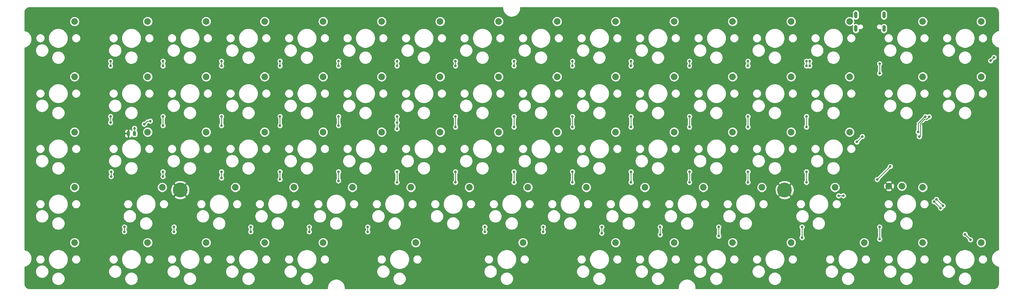
<source format=gtl>
G04 #@! TF.GenerationSoftware,KiCad,Pcbnew,(5.1.8)-1*
G04 #@! TF.CreationDate,2021-04-23T17:16:51-07:00*
G04 #@! TF.ProjectId,Spritzgeback,53707269-747a-4676-9562-61636b2e6b69,rev?*
G04 #@! TF.SameCoordinates,Original*
G04 #@! TF.FileFunction,Copper,L1,Top*
G04 #@! TF.FilePolarity,Positive*
%FSLAX46Y46*%
G04 Gerber Fmt 4.6, Leading zero omitted, Abs format (unit mm)*
G04 Created by KiCad (PCBNEW (5.1.8)-1) date 2021-04-23 17:16:51*
%MOMM*%
%LPD*%
G01*
G04 APERTURE LIST*
G04 #@! TA.AperFunction,ComponentPad*
%ADD10C,4.562400*%
G04 #@! TD*
G04 #@! TA.AperFunction,ComponentPad*
%ADD11C,2.032000*%
G04 #@! TD*
G04 #@! TA.AperFunction,ComponentPad*
%ADD12O,1.050000X2.100000*%
G04 #@! TD*
G04 #@! TA.AperFunction,ViaPad*
%ADD13C,0.800000*%
G04 #@! TD*
G04 #@! TA.AperFunction,Conductor*
%ADD14C,0.250000*%
G04 #@! TD*
G04 #@! TA.AperFunction,Conductor*
%ADD15C,0.254000*%
G04 #@! TD*
G04 #@! TA.AperFunction,Conductor*
%ADD16C,0.100000*%
G04 #@! TD*
G04 APERTURE END LIST*
D10*
X37500000Y-54900000D03*
X223500000Y-54900000D03*
D11*
X259592000Y-53670000D03*
X255592000Y-53670000D03*
G04 #@! TA.AperFunction,SMDPad,CuDef*
G36*
G01*
X21075000Y-37956250D02*
X21075000Y-37043750D01*
G75*
G02*
X21318750Y-36800000I243750J0D01*
G01*
X21806250Y-36800000D01*
G75*
G02*
X22050000Y-37043750I0J-243750D01*
G01*
X22050000Y-37956250D01*
G75*
G02*
X21806250Y-38200000I-243750J0D01*
G01*
X21318750Y-38200000D01*
G75*
G02*
X21075000Y-37956250I0J243750D01*
G01*
G37*
G04 #@! TD.AperFunction*
G04 #@! TA.AperFunction,SMDPad,CuDef*
G36*
G01*
X22950000Y-37956250D02*
X22950000Y-37043750D01*
G75*
G02*
X23193750Y-36800000I243750J0D01*
G01*
X23681250Y-36800000D01*
G75*
G02*
X23925000Y-37043750I0J-243750D01*
G01*
X23925000Y-37956250D01*
G75*
G02*
X23681250Y-38200000I-243750J0D01*
G01*
X23193750Y-38200000D01*
G75*
G02*
X22950000Y-37956250I0J243750D01*
G01*
G37*
G04 #@! TD.AperFunction*
D12*
X254070000Y-1025000D03*
X245430000Y-1025000D03*
X254070000Y-5205000D03*
X245430000Y-5205000D03*
D11*
X5000000Y-3050000D03*
X27500000Y-3050000D03*
X45500000Y-3050000D03*
X63500000Y-3050000D03*
X81500000Y-3050000D03*
X99500000Y-3050000D03*
X117500000Y-3050000D03*
X135500000Y-3050000D03*
X153500000Y-3050000D03*
X171500000Y-3050000D03*
X189500000Y-3050000D03*
X207500000Y-3050000D03*
X225500000Y-3050000D03*
X243500000Y-3050000D03*
X266000000Y-3050000D03*
X284000000Y-3050000D03*
X5000000Y-20050000D03*
X27500000Y-20050000D03*
X45500000Y-20050000D03*
X63500000Y-20050000D03*
X81500000Y-20050000D03*
X99500000Y-20050000D03*
X117500000Y-20050000D03*
X135500000Y-20050000D03*
X153500000Y-20050000D03*
X171500000Y-20050000D03*
X189500000Y-20050000D03*
X207500000Y-20050000D03*
X225500000Y-20050000D03*
X243500000Y-20050000D03*
X266000000Y-20050000D03*
X284000000Y-20050000D03*
X5000000Y-37050000D03*
X27500000Y-37050000D03*
X45500000Y-37050000D03*
X63500000Y-37050000D03*
X81500000Y-37050000D03*
X99500000Y-37050000D03*
X117500000Y-37050000D03*
X135500000Y-37050000D03*
X153500000Y-37050000D03*
X171500000Y-37050000D03*
X189500000Y-37050000D03*
X207500000Y-37050000D03*
X225500000Y-37050000D03*
X243500000Y-37050000D03*
X5000000Y-54050000D03*
X32000000Y-54050000D03*
X54500000Y-54050000D03*
X72500000Y-54050000D03*
X90500000Y-54050000D03*
X108500000Y-54050000D03*
X126500000Y-54050000D03*
X144500000Y-54050000D03*
X162500000Y-54050000D03*
X180500000Y-54050000D03*
X198500000Y-54050000D03*
X216500000Y-54050000D03*
X239000000Y-54050000D03*
X266000000Y-54050000D03*
X5000000Y-71050000D03*
X27500000Y-71050000D03*
X45500000Y-71050000D03*
X63500000Y-71050000D03*
X81500000Y-71050000D03*
X110000000Y-71050000D03*
X143000000Y-71050000D03*
X171500000Y-71050000D03*
X189500000Y-71050000D03*
X207500000Y-71050000D03*
X225500000Y-71050000D03*
X248000000Y-71050000D03*
X266000000Y-71050000D03*
X284000000Y-71050000D03*
D13*
X263851565Y-34674999D03*
X266026566Y-34674999D03*
X272478000Y-56426000D03*
X283466000Y-55048000D03*
X281754000Y-58920000D03*
X284938000Y-37304000D03*
X286318000Y-38684000D03*
X283914000Y-47840000D03*
X285534000Y-54838000D03*
X280256000Y-33798000D03*
X261742000Y-44314000D03*
X261748000Y-47330000D03*
X274534000Y-41852000D03*
X276372000Y-49540000D03*
X278830000Y-46954000D03*
X277442000Y-42816000D03*
X259258000Y-4102000D03*
X268892000Y-35318000D03*
X270722000Y-33490000D03*
X271875000Y-44850000D03*
X249700000Y-8500000D03*
X253375000Y-8700000D03*
X242150000Y-7725000D03*
X241350000Y-1200000D03*
X238875000Y-1200000D03*
X245827284Y-7264977D03*
X255980658Y-47630352D03*
X251975000Y-51634303D03*
X267975000Y-32350010D03*
X264937357Y-38487663D03*
X245725000Y-40075020D03*
X266850000Y-32350010D03*
X264576565Y-37025020D03*
X247393358Y-38406642D03*
X231225003Y-16700001D03*
X231225003Y-15250001D03*
X279024847Y-68499847D03*
X280686563Y-70161563D03*
X271510202Y-60424334D03*
X269517892Y-58432108D03*
X272225000Y-59725000D03*
X270225000Y-57725000D03*
X185225000Y-68600021D03*
X176225000Y-15250001D03*
X176225000Y-16700001D03*
X176225000Y-32250001D03*
X176225000Y-35500041D03*
X176225000Y-49250001D03*
X176225000Y-52500041D03*
X185225000Y-66250001D03*
X167225000Y-68150011D03*
X158225000Y-15250001D03*
X158225000Y-16700001D03*
X158225000Y-32250001D03*
X158225000Y-35500041D03*
X158225000Y-49250001D03*
X158225000Y-52500041D03*
X167225000Y-66250001D03*
X16075000Y-15250001D03*
X16075000Y-16700001D03*
X16075000Y-32250001D03*
X16075000Y-34150011D03*
X20350000Y-66250001D03*
X20350000Y-67700001D03*
X16250000Y-49250001D03*
X16250000Y-50700001D03*
X32225000Y-50700001D03*
X32225000Y-15250001D03*
X32225000Y-16700001D03*
X32225000Y-32250001D03*
X32225000Y-35050031D03*
X32225000Y-49250001D03*
X35625000Y-66250001D03*
X35625000Y-67700001D03*
X50225000Y-51150011D03*
X50225000Y-15250001D03*
X50225000Y-16700001D03*
X50225000Y-32250001D03*
X50200000Y-35050031D03*
X50225000Y-49250001D03*
X59225000Y-66250001D03*
X59225000Y-67700001D03*
X68225000Y-51600021D03*
X68225000Y-15250001D03*
X68225000Y-16700001D03*
X68225000Y-32250001D03*
X68225000Y-35050031D03*
X68225000Y-49250001D03*
X77225000Y-66250001D03*
X77225000Y-67700001D03*
X86225000Y-52050031D03*
X86225000Y-15250001D03*
X86225000Y-16700001D03*
X86225000Y-32250001D03*
X86225000Y-35050031D03*
X86225000Y-49250001D03*
X95225000Y-66250001D03*
X95225000Y-67700001D03*
X104225000Y-34150011D03*
X104225000Y-15250001D03*
X104225000Y-16700001D03*
X104225000Y-32250001D03*
X104225000Y-36050021D03*
X104225000Y-49250001D03*
X104225000Y-52500041D03*
X122225000Y-15250001D03*
X122225000Y-16700001D03*
X122225000Y-32250001D03*
X122225000Y-35500041D03*
X122225000Y-49250001D03*
X122225000Y-52500041D03*
X131225000Y-66250001D03*
X131225000Y-67700001D03*
X149225000Y-67700001D03*
X140225000Y-15250001D03*
X140225000Y-16700001D03*
X140225000Y-32250001D03*
X140225000Y-35500041D03*
X140225000Y-49250001D03*
X140225000Y-52500041D03*
X149225000Y-66250001D03*
X203225000Y-69050031D03*
X194225000Y-15250001D03*
X194225000Y-16700001D03*
X194225000Y-32250001D03*
X194225000Y-35500041D03*
X194225000Y-49250001D03*
X194225000Y-52500041D03*
X203225000Y-66250001D03*
X212225000Y-15250001D03*
X212200000Y-16700001D03*
X212225000Y-32250001D03*
X212225000Y-35500041D03*
X212225000Y-49250001D03*
X212225000Y-52500041D03*
X228850000Y-66250001D03*
X228850000Y-69500041D03*
X252725000Y-69950051D03*
X230225000Y-32250001D03*
X230225000Y-35500041D03*
X230225000Y-49250001D03*
X230225000Y-52500041D03*
X252725000Y-66250001D03*
X241550000Y-56625000D03*
X240100000Y-56625000D03*
X230225000Y-16700001D03*
X230225000Y-15250001D03*
X252725000Y-16039000D03*
X252725000Y-18999000D03*
X287912653Y-14087347D03*
X286887347Y-15112653D03*
X23450000Y-35875000D03*
X28300000Y-33700001D03*
X26450000Y-34600021D03*
D14*
X270720000Y-33490000D02*
X270722000Y-33490000D01*
X251976707Y-51634303D02*
X251975000Y-51634303D01*
X255980658Y-47630352D02*
X251976707Y-51634303D01*
X267975000Y-32350010D02*
X267249999Y-33075011D01*
X265301566Y-34326997D02*
X265301566Y-38123454D01*
X266553552Y-33075011D02*
X265301566Y-34326997D01*
X267249999Y-33075011D02*
X266553552Y-33075011D01*
X265301566Y-38123454D02*
X264937357Y-38487663D01*
X266642143Y-32350010D02*
X264576565Y-34415588D01*
X266850000Y-32350010D02*
X266642143Y-32350010D01*
X264576565Y-34415588D02*
X264576565Y-35051565D01*
X264576565Y-37025020D02*
X264576565Y-35051565D01*
X245725000Y-40075000D02*
X247393358Y-38406642D01*
X245725000Y-40075020D02*
X245725000Y-40075000D01*
X231225003Y-15250001D02*
X231225003Y-16700001D01*
X279024847Y-68499847D02*
X280686563Y-70161563D01*
X269517976Y-58432108D02*
X269517892Y-58432108D01*
X271510202Y-60424334D02*
X269517976Y-58432108D01*
X272225000Y-59725000D02*
X270225000Y-57725000D01*
X176225000Y-15250001D02*
X176225000Y-16700001D01*
X176225000Y-32250001D02*
X176225000Y-35500041D01*
X176225000Y-49250001D02*
X176225000Y-52500041D01*
X185225000Y-66250001D02*
X185225000Y-68600021D01*
X158225000Y-15250001D02*
X158225000Y-16700001D01*
X158225000Y-32250001D02*
X158225000Y-35500041D01*
X158225000Y-49250001D02*
X158225000Y-52500041D01*
X167225000Y-66250001D02*
X167225000Y-68150011D01*
X16075000Y-15250001D02*
X16075000Y-16700001D01*
X16075000Y-32250001D02*
X16075000Y-34150011D01*
X20350000Y-66250001D02*
X20350000Y-67700001D01*
X16250000Y-49250001D02*
X16250000Y-50700001D01*
X32225000Y-15250001D02*
X32225000Y-16700001D01*
X32225000Y-32250001D02*
X32225000Y-35050031D01*
X32225000Y-49250001D02*
X32225000Y-50700001D01*
X35625000Y-66250001D02*
X35625000Y-67700001D01*
X50225000Y-15250001D02*
X50225000Y-16700001D01*
X50225000Y-35025031D02*
X50200000Y-35050031D01*
X50225000Y-32250001D02*
X50225000Y-35025031D01*
X50225000Y-49250001D02*
X50225000Y-51150011D01*
X59225000Y-66250001D02*
X59225000Y-67700001D01*
X68225000Y-15250001D02*
X68225000Y-16700001D01*
X68225000Y-32250001D02*
X68225000Y-35050031D01*
X68225000Y-49250001D02*
X68225000Y-51600021D01*
X77225000Y-66250001D02*
X77225000Y-67700001D01*
X86225000Y-15250001D02*
X86225000Y-16700001D01*
X86225000Y-32250001D02*
X86225000Y-35050031D01*
X86225000Y-49250001D02*
X86225000Y-52050031D01*
X95225000Y-66250001D02*
X95225000Y-67700001D01*
X104225000Y-15250001D02*
X104225000Y-16700001D01*
X104225000Y-32250001D02*
X104225000Y-34150011D01*
X104225000Y-34150011D02*
X104225000Y-36050021D01*
X104225000Y-49250001D02*
X104225000Y-52500041D01*
X122225000Y-15250001D02*
X122225000Y-16700001D01*
X122225000Y-32250001D02*
X122225000Y-35500041D01*
X122225000Y-49250001D02*
X122225000Y-52500041D01*
X131225000Y-66250001D02*
X131225000Y-67700001D01*
X140225000Y-15250001D02*
X140225000Y-16700001D01*
X140225000Y-32250001D02*
X140225000Y-35500041D01*
X140225000Y-49250001D02*
X140225000Y-52500041D01*
X149225000Y-66250001D02*
X149225000Y-67700001D01*
X194225000Y-15250001D02*
X194225000Y-16700001D01*
X194225000Y-32250001D02*
X194225000Y-35500041D01*
X194225000Y-49250001D02*
X194225000Y-52500041D01*
X203225000Y-66250001D02*
X203225000Y-69050031D01*
X212225000Y-16675001D02*
X212200000Y-16700001D01*
X212225000Y-15250001D02*
X212225000Y-16675001D01*
X212225000Y-32250001D02*
X212225000Y-35500041D01*
X212225000Y-49250001D02*
X212225000Y-52500041D01*
X228850000Y-66250001D02*
X228850000Y-69500041D01*
X230225000Y-32250001D02*
X230225000Y-35500041D01*
X230225000Y-49250001D02*
X230225000Y-52500041D01*
X252725000Y-66250001D02*
X252725000Y-69950051D01*
X241550000Y-56625000D02*
X240100000Y-56625000D01*
X230225000Y-15250001D02*
X230225000Y-16700001D01*
X252725000Y-16039000D02*
X252725000Y-18999000D01*
X287912653Y-14087347D02*
X286887347Y-15112653D01*
X23450000Y-37487500D02*
X23437500Y-37500000D01*
X23450000Y-35875000D02*
X23450000Y-37487500D01*
X27350020Y-33700001D02*
X26450000Y-34600021D01*
X28300000Y-33700001D02*
X27350020Y-33700001D01*
D15*
X136803055Y1272999D02*
X136787794Y1132747D01*
X136787261Y1082663D01*
X136786031Y1032704D01*
X136786647Y1025022D01*
X136823375Y604368D01*
X136832572Y555179D01*
X136841077Y505886D01*
X136843174Y498470D01*
X136960909Y92961D01*
X136979459Y46561D01*
X136997401Y-204D01*
X137000899Y-7072D01*
X137195154Y-381990D01*
X137222403Y-423966D01*
X137249049Y-466295D01*
X137253814Y-472352D01*
X137517193Y-802399D01*
X137552080Y-838287D01*
X137586435Y-874629D01*
X137592286Y-879646D01*
X137914753Y-1152249D01*
X137955961Y-1180687D01*
X137996706Y-1209654D01*
X138003420Y-1213439D01*
X138372696Y-1418217D01*
X138418599Y-1438090D01*
X138464240Y-1458612D01*
X138471561Y-1461020D01*
X138873580Y-1590171D01*
X138922466Y-1600749D01*
X138971224Y-1612015D01*
X138978874Y-1612956D01*
X139398321Y-1661562D01*
X139448359Y-1662444D01*
X139498348Y-1664024D01*
X139506035Y-1663461D01*
X139926934Y-1629671D01*
X139976195Y-1620817D01*
X140025538Y-1612657D01*
X140032961Y-1610613D01*
X140032966Y-1610612D01*
X140032970Y-1610610D01*
X140439290Y-1495710D01*
X140485885Y-1477459D01*
X140532707Y-1459869D01*
X140539599Y-1456420D01*
X140915864Y-1264787D01*
X140958037Y-1237826D01*
X141000543Y-1211482D01*
X141006634Y-1206759D01*
X141338511Y-945692D01*
X141374653Y-911045D01*
X141411222Y-876956D01*
X141416280Y-871140D01*
X141691129Y-550582D01*
X141719850Y-509579D01*
X141749105Y-469031D01*
X141752937Y-462344D01*
X141960287Y-94506D01*
X141980476Y-48753D01*
X142001319Y-3249D01*
X142003778Y4055D01*
X142135734Y405163D01*
X142146662Y454014D01*
X142158258Y502651D01*
X142159253Y510294D01*
X142210787Y929393D01*
X142212019Y979461D01*
X142213947Y1029402D01*
X142213438Y1037092D01*
X142196155Y1273000D01*
X287823008Y1273000D01*
X288130737Y1242827D01*
X288400779Y1161296D01*
X288649845Y1028866D01*
X288868444Y850580D01*
X289048254Y633228D01*
X289182416Y385100D01*
X289265832Y115626D01*
X289298000Y-190432D01*
X289298001Y-5857660D01*
X289292501Y-5858830D01*
X289243444Y-5868543D01*
X289236082Y-5870822D01*
X288836117Y-5997698D01*
X288790140Y-6017404D01*
X288743877Y-6036472D01*
X288737097Y-6040137D01*
X288369393Y-6242285D01*
X288328135Y-6270535D01*
X288286440Y-6298237D01*
X288280502Y-6303150D01*
X287959065Y-6572868D01*
X287924065Y-6608609D01*
X287888561Y-6643866D01*
X287883689Y-6649839D01*
X287620763Y-6976854D01*
X287593381Y-7018698D01*
X287565391Y-7060194D01*
X287561773Y-7066999D01*
X287367371Y-7438857D01*
X287348620Y-7485266D01*
X287329242Y-7531365D01*
X287327014Y-7538743D01*
X287208541Y-7941277D01*
X287199164Y-7990434D01*
X287189106Y-8039430D01*
X287188354Y-8047101D01*
X287150324Y-8464981D01*
X287150673Y-8515010D01*
X287150324Y-8565039D01*
X287151076Y-8572710D01*
X287194937Y-8990018D01*
X287204996Y-9039020D01*
X287214372Y-9088171D01*
X287216599Y-9095549D01*
X287340680Y-9496389D01*
X287360068Y-9542511D01*
X287378810Y-9588899D01*
X287382428Y-9595704D01*
X287582003Y-9964809D01*
X287609981Y-10006288D01*
X287637375Y-10048150D01*
X287642246Y-10054123D01*
X287909713Y-10377435D01*
X287945217Y-10412692D01*
X287980217Y-10448433D01*
X287986156Y-10453346D01*
X288311328Y-10718550D01*
X288353023Y-10746253D01*
X288394281Y-10774502D01*
X288401055Y-10778165D01*
X288401059Y-10778168D01*
X288401063Y-10778170D01*
X288771551Y-10975161D01*
X288817788Y-10994218D01*
X288863790Y-11013935D01*
X288871153Y-11016214D01*
X289272850Y-11137494D01*
X289298001Y-11142474D01*
X289298000Y-73257661D01*
X289292501Y-73258830D01*
X289243444Y-73268543D01*
X289236082Y-73270822D01*
X288836117Y-73397698D01*
X288790140Y-73417404D01*
X288743877Y-73436472D01*
X288737097Y-73440137D01*
X288369393Y-73642285D01*
X288328135Y-73670535D01*
X288286440Y-73698237D01*
X288280502Y-73703150D01*
X287959065Y-73972868D01*
X287924065Y-74008609D01*
X287888561Y-74043866D01*
X287883689Y-74049839D01*
X287620763Y-74376854D01*
X287593381Y-74418698D01*
X287565391Y-74460194D01*
X287561773Y-74466999D01*
X287367371Y-74838857D01*
X287348620Y-74885266D01*
X287329242Y-74931365D01*
X287327014Y-74938743D01*
X287208541Y-75341277D01*
X287199164Y-75390434D01*
X287189106Y-75439430D01*
X287188354Y-75447101D01*
X287150324Y-75864981D01*
X287150673Y-75915010D01*
X287150324Y-75965039D01*
X287151076Y-75972710D01*
X287194937Y-76390018D01*
X287204996Y-76439020D01*
X287214372Y-76488171D01*
X287216599Y-76495549D01*
X287340680Y-76896389D01*
X287360068Y-76942511D01*
X287378810Y-76988899D01*
X287382428Y-76995704D01*
X287582003Y-77364809D01*
X287609981Y-77406288D01*
X287637375Y-77448150D01*
X287642246Y-77454123D01*
X287909713Y-77777435D01*
X287945217Y-77812692D01*
X287980217Y-77848433D01*
X287986156Y-77853346D01*
X288311328Y-78118550D01*
X288353023Y-78146253D01*
X288394281Y-78174502D01*
X288401055Y-78178165D01*
X288401059Y-78178168D01*
X288401063Y-78178170D01*
X288771551Y-78375161D01*
X288817788Y-78394218D01*
X288863790Y-78413935D01*
X288871153Y-78416214D01*
X289272850Y-78537494D01*
X289298000Y-78542474D01*
X289298001Y-83697998D01*
X289267827Y-84005733D01*
X289186297Y-84275778D01*
X289053863Y-84524848D01*
X288875582Y-84743442D01*
X288658228Y-84923254D01*
X288410100Y-85057416D01*
X288140626Y-85140832D01*
X287834568Y-85173000D01*
X196148050Y-85173000D01*
X196163807Y-85023551D01*
X196164172Y-84973529D01*
X196165237Y-84923502D01*
X196164594Y-84915821D01*
X196126789Y-84498919D01*
X196117427Y-84449753D01*
X196108759Y-84400499D01*
X196106637Y-84393089D01*
X195988576Y-83991471D01*
X195969844Y-83945065D01*
X195951772Y-83898428D01*
X195948252Y-83891571D01*
X195754432Y-83520533D01*
X195727052Y-83478663D01*
X195700257Y-83436409D01*
X195695471Y-83430367D01*
X195433273Y-83104041D01*
X195398292Y-83068296D01*
X195363790Y-83032042D01*
X195357922Y-83027045D01*
X195037334Y-82757862D01*
X194996072Y-82729590D01*
X194955189Y-82700730D01*
X194948463Y-82696968D01*
X194581695Y-82495181D01*
X194535712Y-82475455D01*
X194490019Y-82455093D01*
X194482690Y-82452709D01*
X194083714Y-82326003D01*
X194034777Y-82315585D01*
X193985996Y-82304485D01*
X193978344Y-82303570D01*
X193562356Y-82256772D01*
X193512305Y-82256057D01*
X193462320Y-82254644D01*
X193454635Y-82255233D01*
X193037479Y-82290126D01*
X192988227Y-82299149D01*
X192938936Y-82307469D01*
X192931514Y-82309538D01*
X192931508Y-82309540D01*
X192529077Y-82424793D01*
X192482573Y-82443188D01*
X192435778Y-82460946D01*
X192428898Y-82464419D01*
X192056514Y-82655645D01*
X192014405Y-82682763D01*
X191972015Y-82709232D01*
X191965940Y-82713975D01*
X191637792Y-82973888D01*
X191601795Y-83008628D01*
X191565311Y-83042866D01*
X191560273Y-83048698D01*
X191288857Y-83367400D01*
X191260269Y-83408504D01*
X191231154Y-83449144D01*
X191227348Y-83455839D01*
X191227345Y-83455843D01*
X191227345Y-83455844D01*
X191023002Y-83821194D01*
X191002957Y-83867035D01*
X190982275Y-83912589D01*
X190979839Y-83919901D01*
X190850351Y-84317983D01*
X190839601Y-84366804D01*
X190828152Y-84415547D01*
X190827183Y-84423193D01*
X190777482Y-84838844D01*
X190776418Y-84888889D01*
X190774656Y-84938863D01*
X190775191Y-84946552D01*
X190792541Y-85173000D01*
X88208012Y-85173000D01*
X88223854Y-85021796D01*
X88224187Y-84971739D01*
X88225218Y-84921748D01*
X88224571Y-84914069D01*
X88186496Y-84497192D01*
X88177102Y-84448033D01*
X88168401Y-84398781D01*
X88166274Y-84391373D01*
X88047951Y-83989831D01*
X88029194Y-83943448D01*
X88011087Y-83896811D01*
X88007562Y-83889957D01*
X87813500Y-83519045D01*
X87786087Y-83477183D01*
X87759270Y-83434957D01*
X87754481Y-83428919D01*
X87492071Y-83102764D01*
X87457081Y-83067057D01*
X87422541Y-83030810D01*
X87416670Y-83025817D01*
X87095906Y-82756842D01*
X87054621Y-82728593D01*
X87013725Y-82699764D01*
X87006996Y-82696006D01*
X86640098Y-82494458D01*
X86594109Y-82474765D01*
X86548393Y-82454428D01*
X86541062Y-82452049D01*
X86142004Y-82325604D01*
X86093064Y-82315218D01*
X86044274Y-82304150D01*
X86036621Y-82303240D01*
X85620601Y-82256713D01*
X85570554Y-82256030D01*
X85520565Y-82254650D01*
X85512881Y-82255244D01*
X85512879Y-82255244D01*
X85095747Y-82290408D01*
X85046520Y-82299459D01*
X84997214Y-82307815D01*
X84989792Y-82309890D01*
X84587434Y-82425406D01*
X84540913Y-82443843D01*
X84494159Y-82461620D01*
X84487281Y-82465097D01*
X84115022Y-82656565D01*
X84072978Y-82683680D01*
X84030556Y-82710207D01*
X84024484Y-82714954D01*
X83696505Y-82975081D01*
X83660520Y-83009855D01*
X83624068Y-83044108D01*
X83619034Y-83049943D01*
X83347827Y-83368821D01*
X83319290Y-83409910D01*
X83290177Y-83450602D01*
X83286372Y-83457305D01*
X83082267Y-83822788D01*
X83062243Y-83868662D01*
X83041600Y-83914209D01*
X83039169Y-83921522D01*
X82909940Y-84319688D01*
X82899212Y-84368557D01*
X82887804Y-84417267D01*
X82886841Y-84424914D01*
X82837411Y-84840599D01*
X82836379Y-84890644D01*
X82834650Y-84940620D01*
X82835190Y-84948308D01*
X82852553Y-85173000D01*
X-8823008Y-85173000D01*
X-9130733Y-85142827D01*
X-9400778Y-85061297D01*
X-9649848Y-84928863D01*
X-9868442Y-84750582D01*
X-10048254Y-84533228D01*
X-10182416Y-84285100D01*
X-10265832Y-84015626D01*
X-10298000Y-83709568D01*
X-10298000Y-79750358D01*
X-7027000Y-79750358D01*
X-7027000Y-80149642D01*
X-6949104Y-80541254D01*
X-6796304Y-80910145D01*
X-6574474Y-81242137D01*
X-6292137Y-81524474D01*
X-5960145Y-81746304D01*
X-5591254Y-81899104D01*
X-5199642Y-81977000D01*
X-4800358Y-81977000D01*
X-4666419Y-81950358D01*
X-2027000Y-81950358D01*
X-2027000Y-82349642D01*
X-1949104Y-82741254D01*
X-1796304Y-83110145D01*
X-1574474Y-83442137D01*
X-1292137Y-83724474D01*
X-960145Y-83946304D01*
X-591254Y-84099104D01*
X-199642Y-84177000D01*
X199642Y-84177000D01*
X591254Y-84099104D01*
X960145Y-83946304D01*
X1292137Y-83724474D01*
X1574474Y-83442137D01*
X1796304Y-83110145D01*
X1949104Y-82741254D01*
X2027000Y-82349642D01*
X2027000Y-81950358D01*
X1949104Y-81558746D01*
X1796304Y-81189855D01*
X1574474Y-80857863D01*
X1292137Y-80575526D01*
X960145Y-80353696D01*
X591254Y-80200896D01*
X199642Y-80123000D01*
X-199642Y-80123000D01*
X-591254Y-80200896D01*
X-960145Y-80353696D01*
X-1292137Y-80575526D01*
X-1574474Y-80857863D01*
X-1796304Y-81189855D01*
X-1949104Y-81558746D01*
X-2027000Y-81950358D01*
X-4666419Y-81950358D01*
X-4408746Y-81899104D01*
X-4039855Y-81746304D01*
X-3707863Y-81524474D01*
X-3425526Y-81242137D01*
X-3203696Y-80910145D01*
X-3050896Y-80541254D01*
X-2973000Y-80149642D01*
X-2973000Y-79750358D01*
X15473000Y-79750358D01*
X15473000Y-80149642D01*
X15550896Y-80541254D01*
X15703696Y-80910145D01*
X15925526Y-81242137D01*
X16207863Y-81524474D01*
X16539855Y-81746304D01*
X16908746Y-81899104D01*
X17300358Y-81977000D01*
X17699642Y-81977000D01*
X17833581Y-81950358D01*
X20473000Y-81950358D01*
X20473000Y-82349642D01*
X20550896Y-82741254D01*
X20703696Y-83110145D01*
X20925526Y-83442137D01*
X21207863Y-83724474D01*
X21539855Y-83946304D01*
X21908746Y-84099104D01*
X22300358Y-84177000D01*
X22699642Y-84177000D01*
X23091254Y-84099104D01*
X23460145Y-83946304D01*
X23792137Y-83724474D01*
X24074474Y-83442137D01*
X24296304Y-83110145D01*
X24449104Y-82741254D01*
X24527000Y-82349642D01*
X24527000Y-81950358D01*
X24449104Y-81558746D01*
X24296304Y-81189855D01*
X24074474Y-80857863D01*
X23792137Y-80575526D01*
X23460145Y-80353696D01*
X23091254Y-80200896D01*
X22699642Y-80123000D01*
X22300358Y-80123000D01*
X21908746Y-80200896D01*
X21539855Y-80353696D01*
X21207863Y-80575526D01*
X20925526Y-80857863D01*
X20703696Y-81189855D01*
X20550896Y-81558746D01*
X20473000Y-81950358D01*
X17833581Y-81950358D01*
X18091254Y-81899104D01*
X18460145Y-81746304D01*
X18792137Y-81524474D01*
X19074474Y-81242137D01*
X19296304Y-80910145D01*
X19449104Y-80541254D01*
X19527000Y-80149642D01*
X19527000Y-79750358D01*
X33473000Y-79750358D01*
X33473000Y-80149642D01*
X33550896Y-80541254D01*
X33703696Y-80910145D01*
X33925526Y-81242137D01*
X34207863Y-81524474D01*
X34539855Y-81746304D01*
X34908746Y-81899104D01*
X35300358Y-81977000D01*
X35699642Y-81977000D01*
X35833581Y-81950358D01*
X38473000Y-81950358D01*
X38473000Y-82349642D01*
X38550896Y-82741254D01*
X38703696Y-83110145D01*
X38925526Y-83442137D01*
X39207863Y-83724474D01*
X39539855Y-83946304D01*
X39908746Y-84099104D01*
X40300358Y-84177000D01*
X40699642Y-84177000D01*
X41091254Y-84099104D01*
X41460145Y-83946304D01*
X41792137Y-83724474D01*
X42074474Y-83442137D01*
X42296304Y-83110145D01*
X42449104Y-82741254D01*
X42527000Y-82349642D01*
X42527000Y-81950358D01*
X42449104Y-81558746D01*
X42296304Y-81189855D01*
X42074474Y-80857863D01*
X41792137Y-80575526D01*
X41460145Y-80353696D01*
X41091254Y-80200896D01*
X40699642Y-80123000D01*
X40300358Y-80123000D01*
X39908746Y-80200896D01*
X39539855Y-80353696D01*
X39207863Y-80575526D01*
X38925526Y-80857863D01*
X38703696Y-81189855D01*
X38550896Y-81558746D01*
X38473000Y-81950358D01*
X35833581Y-81950358D01*
X36091254Y-81899104D01*
X36460145Y-81746304D01*
X36792137Y-81524474D01*
X37074474Y-81242137D01*
X37296304Y-80910145D01*
X37449104Y-80541254D01*
X37527000Y-80149642D01*
X37527000Y-79750358D01*
X51473000Y-79750358D01*
X51473000Y-80149642D01*
X51550896Y-80541254D01*
X51703696Y-80910145D01*
X51925526Y-81242137D01*
X52207863Y-81524474D01*
X52539855Y-81746304D01*
X52908746Y-81899104D01*
X53300358Y-81977000D01*
X53699642Y-81977000D01*
X53833581Y-81950358D01*
X56473000Y-81950358D01*
X56473000Y-82349642D01*
X56550896Y-82741254D01*
X56703696Y-83110145D01*
X56925526Y-83442137D01*
X57207863Y-83724474D01*
X57539855Y-83946304D01*
X57908746Y-84099104D01*
X58300358Y-84177000D01*
X58699642Y-84177000D01*
X59091254Y-84099104D01*
X59460145Y-83946304D01*
X59792137Y-83724474D01*
X60074474Y-83442137D01*
X60296304Y-83110145D01*
X60449104Y-82741254D01*
X60527000Y-82349642D01*
X60527000Y-81950358D01*
X60449104Y-81558746D01*
X60296304Y-81189855D01*
X60074474Y-80857863D01*
X59792137Y-80575526D01*
X59460145Y-80353696D01*
X59091254Y-80200896D01*
X58699642Y-80123000D01*
X58300358Y-80123000D01*
X57908746Y-80200896D01*
X57539855Y-80353696D01*
X57207863Y-80575526D01*
X56925526Y-80857863D01*
X56703696Y-81189855D01*
X56550896Y-81558746D01*
X56473000Y-81950358D01*
X53833581Y-81950358D01*
X54091254Y-81899104D01*
X54460145Y-81746304D01*
X54792137Y-81524474D01*
X55074474Y-81242137D01*
X55296304Y-80910145D01*
X55449104Y-80541254D01*
X55527000Y-80149642D01*
X55527000Y-79750358D01*
X69473000Y-79750358D01*
X69473000Y-80149642D01*
X69550896Y-80541254D01*
X69703696Y-80910145D01*
X69925526Y-81242137D01*
X70207863Y-81524474D01*
X70539855Y-81746304D01*
X70908746Y-81899104D01*
X71300358Y-81977000D01*
X71699642Y-81977000D01*
X71833581Y-81950358D01*
X74473000Y-81950358D01*
X74473000Y-82349642D01*
X74550896Y-82741254D01*
X74703696Y-83110145D01*
X74925526Y-83442137D01*
X75207863Y-83724474D01*
X75539855Y-83946304D01*
X75908746Y-84099104D01*
X76300358Y-84177000D01*
X76699642Y-84177000D01*
X77091254Y-84099104D01*
X77460145Y-83946304D01*
X77792137Y-83724474D01*
X78074474Y-83442137D01*
X78296304Y-83110145D01*
X78449104Y-82741254D01*
X78527000Y-82349642D01*
X78527000Y-81950358D01*
X78449104Y-81558746D01*
X78296304Y-81189855D01*
X78074474Y-80857863D01*
X77792137Y-80575526D01*
X77460145Y-80353696D01*
X77091254Y-80200896D01*
X76699642Y-80123000D01*
X76300358Y-80123000D01*
X75908746Y-80200896D01*
X75539855Y-80353696D01*
X75207863Y-80575526D01*
X74925526Y-80857863D01*
X74703696Y-81189855D01*
X74550896Y-81558746D01*
X74473000Y-81950358D01*
X71833581Y-81950358D01*
X72091254Y-81899104D01*
X72460145Y-81746304D01*
X72792137Y-81524474D01*
X73074474Y-81242137D01*
X73296304Y-80910145D01*
X73449104Y-80541254D01*
X73527000Y-80149642D01*
X73527000Y-79750358D01*
X97973000Y-79750358D01*
X97973000Y-80149642D01*
X98050896Y-80541254D01*
X98203696Y-80910145D01*
X98425526Y-81242137D01*
X98707863Y-81524474D01*
X99039855Y-81746304D01*
X99408746Y-81899104D01*
X99800358Y-81977000D01*
X100199642Y-81977000D01*
X100333581Y-81950358D01*
X102973000Y-81950358D01*
X102973000Y-82349642D01*
X103050896Y-82741254D01*
X103203696Y-83110145D01*
X103425526Y-83442137D01*
X103707863Y-83724474D01*
X104039855Y-83946304D01*
X104408746Y-84099104D01*
X104800358Y-84177000D01*
X105199642Y-84177000D01*
X105591254Y-84099104D01*
X105960145Y-83946304D01*
X106292137Y-83724474D01*
X106574474Y-83442137D01*
X106796304Y-83110145D01*
X106949104Y-82741254D01*
X107027000Y-82349642D01*
X107027000Y-81950358D01*
X106949104Y-81558746D01*
X106796304Y-81189855D01*
X106574474Y-80857863D01*
X106292137Y-80575526D01*
X105960145Y-80353696D01*
X105591254Y-80200896D01*
X105199642Y-80123000D01*
X104800358Y-80123000D01*
X104408746Y-80200896D01*
X104039855Y-80353696D01*
X103707863Y-80575526D01*
X103425526Y-80857863D01*
X103203696Y-81189855D01*
X103050896Y-81558746D01*
X102973000Y-81950358D01*
X100333581Y-81950358D01*
X100591254Y-81899104D01*
X100960145Y-81746304D01*
X101292137Y-81524474D01*
X101574474Y-81242137D01*
X101796304Y-80910145D01*
X101949104Y-80541254D01*
X102027000Y-80149642D01*
X102027000Y-79750358D01*
X130973000Y-79750358D01*
X130973000Y-80149642D01*
X131050896Y-80541254D01*
X131203696Y-80910145D01*
X131425526Y-81242137D01*
X131707863Y-81524474D01*
X132039855Y-81746304D01*
X132408746Y-81899104D01*
X132800358Y-81977000D01*
X133199642Y-81977000D01*
X133333581Y-81950358D01*
X135973000Y-81950358D01*
X135973000Y-82349642D01*
X136050896Y-82741254D01*
X136203696Y-83110145D01*
X136425526Y-83442137D01*
X136707863Y-83724474D01*
X137039855Y-83946304D01*
X137408746Y-84099104D01*
X137800358Y-84177000D01*
X138199642Y-84177000D01*
X138591254Y-84099104D01*
X138960145Y-83946304D01*
X139292137Y-83724474D01*
X139574474Y-83442137D01*
X139796304Y-83110145D01*
X139949104Y-82741254D01*
X140027000Y-82349642D01*
X140027000Y-81950358D01*
X139949104Y-81558746D01*
X139796304Y-81189855D01*
X139574474Y-80857863D01*
X139292137Y-80575526D01*
X138960145Y-80353696D01*
X138591254Y-80200896D01*
X138199642Y-80123000D01*
X137800358Y-80123000D01*
X137408746Y-80200896D01*
X137039855Y-80353696D01*
X136707863Y-80575526D01*
X136425526Y-80857863D01*
X136203696Y-81189855D01*
X136050896Y-81558746D01*
X135973000Y-81950358D01*
X133333581Y-81950358D01*
X133591254Y-81899104D01*
X133960145Y-81746304D01*
X134292137Y-81524474D01*
X134574474Y-81242137D01*
X134796304Y-80910145D01*
X134949104Y-80541254D01*
X135027000Y-80149642D01*
X135027000Y-79750358D01*
X159473000Y-79750358D01*
X159473000Y-80149642D01*
X159550896Y-80541254D01*
X159703696Y-80910145D01*
X159925526Y-81242137D01*
X160207863Y-81524474D01*
X160539855Y-81746304D01*
X160908746Y-81899104D01*
X161300358Y-81977000D01*
X161699642Y-81977000D01*
X161833581Y-81950358D01*
X164473000Y-81950358D01*
X164473000Y-82349642D01*
X164550896Y-82741254D01*
X164703696Y-83110145D01*
X164925526Y-83442137D01*
X165207863Y-83724474D01*
X165539855Y-83946304D01*
X165908746Y-84099104D01*
X166300358Y-84177000D01*
X166699642Y-84177000D01*
X167091254Y-84099104D01*
X167460145Y-83946304D01*
X167792137Y-83724474D01*
X168074474Y-83442137D01*
X168296304Y-83110145D01*
X168449104Y-82741254D01*
X168527000Y-82349642D01*
X168527000Y-81950358D01*
X168449104Y-81558746D01*
X168296304Y-81189855D01*
X168074474Y-80857863D01*
X167792137Y-80575526D01*
X167460145Y-80353696D01*
X167091254Y-80200896D01*
X166699642Y-80123000D01*
X166300358Y-80123000D01*
X165908746Y-80200896D01*
X165539855Y-80353696D01*
X165207863Y-80575526D01*
X164925526Y-80857863D01*
X164703696Y-81189855D01*
X164550896Y-81558746D01*
X164473000Y-81950358D01*
X161833581Y-81950358D01*
X162091254Y-81899104D01*
X162460145Y-81746304D01*
X162792137Y-81524474D01*
X163074474Y-81242137D01*
X163296304Y-80910145D01*
X163449104Y-80541254D01*
X163527000Y-80149642D01*
X163527000Y-79750358D01*
X177473000Y-79750358D01*
X177473000Y-80149642D01*
X177550896Y-80541254D01*
X177703696Y-80910145D01*
X177925526Y-81242137D01*
X178207863Y-81524474D01*
X178539855Y-81746304D01*
X178908746Y-81899104D01*
X179300358Y-81977000D01*
X179699642Y-81977000D01*
X179833581Y-81950358D01*
X182473000Y-81950358D01*
X182473000Y-82349642D01*
X182550896Y-82741254D01*
X182703696Y-83110145D01*
X182925526Y-83442137D01*
X183207863Y-83724474D01*
X183539855Y-83946304D01*
X183908746Y-84099104D01*
X184300358Y-84177000D01*
X184699642Y-84177000D01*
X185091254Y-84099104D01*
X185460145Y-83946304D01*
X185792137Y-83724474D01*
X186074474Y-83442137D01*
X186296304Y-83110145D01*
X186449104Y-82741254D01*
X186527000Y-82349642D01*
X186527000Y-81950358D01*
X186449104Y-81558746D01*
X186296304Y-81189855D01*
X186074474Y-80857863D01*
X185792137Y-80575526D01*
X185460145Y-80353696D01*
X185091254Y-80200896D01*
X184699642Y-80123000D01*
X184300358Y-80123000D01*
X183908746Y-80200896D01*
X183539855Y-80353696D01*
X183207863Y-80575526D01*
X182925526Y-80857863D01*
X182703696Y-81189855D01*
X182550896Y-81558746D01*
X182473000Y-81950358D01*
X179833581Y-81950358D01*
X180091254Y-81899104D01*
X180460145Y-81746304D01*
X180792137Y-81524474D01*
X181074474Y-81242137D01*
X181296304Y-80910145D01*
X181449104Y-80541254D01*
X181527000Y-80149642D01*
X181527000Y-79750358D01*
X195473000Y-79750358D01*
X195473000Y-80149642D01*
X195550896Y-80541254D01*
X195703696Y-80910145D01*
X195925526Y-81242137D01*
X196207863Y-81524474D01*
X196539855Y-81746304D01*
X196908746Y-81899104D01*
X197300358Y-81977000D01*
X197699642Y-81977000D01*
X197833581Y-81950358D01*
X200473000Y-81950358D01*
X200473000Y-82349642D01*
X200550896Y-82741254D01*
X200703696Y-83110145D01*
X200925526Y-83442137D01*
X201207863Y-83724474D01*
X201539855Y-83946304D01*
X201908746Y-84099104D01*
X202300358Y-84177000D01*
X202699642Y-84177000D01*
X203091254Y-84099104D01*
X203460145Y-83946304D01*
X203792137Y-83724474D01*
X204074474Y-83442137D01*
X204296304Y-83110145D01*
X204449104Y-82741254D01*
X204527000Y-82349642D01*
X204527000Y-81950358D01*
X204449104Y-81558746D01*
X204296304Y-81189855D01*
X204074474Y-80857863D01*
X203792137Y-80575526D01*
X203460145Y-80353696D01*
X203091254Y-80200896D01*
X202699642Y-80123000D01*
X202300358Y-80123000D01*
X201908746Y-80200896D01*
X201539855Y-80353696D01*
X201207863Y-80575526D01*
X200925526Y-80857863D01*
X200703696Y-81189855D01*
X200550896Y-81558746D01*
X200473000Y-81950358D01*
X197833581Y-81950358D01*
X198091254Y-81899104D01*
X198460145Y-81746304D01*
X198792137Y-81524474D01*
X199074474Y-81242137D01*
X199296304Y-80910145D01*
X199449104Y-80541254D01*
X199527000Y-80149642D01*
X199527000Y-79750358D01*
X213473000Y-79750358D01*
X213473000Y-80149642D01*
X213550896Y-80541254D01*
X213703696Y-80910145D01*
X213925526Y-81242137D01*
X214207863Y-81524474D01*
X214539855Y-81746304D01*
X214908746Y-81899104D01*
X215300358Y-81977000D01*
X215699642Y-81977000D01*
X215833581Y-81950358D01*
X218473000Y-81950358D01*
X218473000Y-82349642D01*
X218550896Y-82741254D01*
X218703696Y-83110145D01*
X218925526Y-83442137D01*
X219207863Y-83724474D01*
X219539855Y-83946304D01*
X219908746Y-84099104D01*
X220300358Y-84177000D01*
X220699642Y-84177000D01*
X221091254Y-84099104D01*
X221460145Y-83946304D01*
X221792137Y-83724474D01*
X222074474Y-83442137D01*
X222296304Y-83110145D01*
X222449104Y-82741254D01*
X222527000Y-82349642D01*
X222527000Y-81950358D01*
X222449104Y-81558746D01*
X222296304Y-81189855D01*
X222074474Y-80857863D01*
X221792137Y-80575526D01*
X221460145Y-80353696D01*
X221091254Y-80200896D01*
X220699642Y-80123000D01*
X220300358Y-80123000D01*
X219908746Y-80200896D01*
X219539855Y-80353696D01*
X219207863Y-80575526D01*
X218925526Y-80857863D01*
X218703696Y-81189855D01*
X218550896Y-81558746D01*
X218473000Y-81950358D01*
X215833581Y-81950358D01*
X216091254Y-81899104D01*
X216460145Y-81746304D01*
X216792137Y-81524474D01*
X217074474Y-81242137D01*
X217296304Y-80910145D01*
X217449104Y-80541254D01*
X217527000Y-80149642D01*
X217527000Y-79750358D01*
X235973000Y-79750358D01*
X235973000Y-80149642D01*
X236050896Y-80541254D01*
X236203696Y-80910145D01*
X236425526Y-81242137D01*
X236707863Y-81524474D01*
X237039855Y-81746304D01*
X237408746Y-81899104D01*
X237800358Y-81977000D01*
X238199642Y-81977000D01*
X238333581Y-81950358D01*
X240973000Y-81950358D01*
X240973000Y-82349642D01*
X241050896Y-82741254D01*
X241203696Y-83110145D01*
X241425526Y-83442137D01*
X241707863Y-83724474D01*
X242039855Y-83946304D01*
X242408746Y-84099104D01*
X242800358Y-84177000D01*
X243199642Y-84177000D01*
X243591254Y-84099104D01*
X243960145Y-83946304D01*
X244292137Y-83724474D01*
X244574474Y-83442137D01*
X244796304Y-83110145D01*
X244949104Y-82741254D01*
X245027000Y-82349642D01*
X245027000Y-81950358D01*
X244949104Y-81558746D01*
X244796304Y-81189855D01*
X244574474Y-80857863D01*
X244292137Y-80575526D01*
X243960145Y-80353696D01*
X243591254Y-80200896D01*
X243199642Y-80123000D01*
X242800358Y-80123000D01*
X242408746Y-80200896D01*
X242039855Y-80353696D01*
X241707863Y-80575526D01*
X241425526Y-80857863D01*
X241203696Y-81189855D01*
X241050896Y-81558746D01*
X240973000Y-81950358D01*
X238333581Y-81950358D01*
X238591254Y-81899104D01*
X238960145Y-81746304D01*
X239292137Y-81524474D01*
X239574474Y-81242137D01*
X239796304Y-80910145D01*
X239949104Y-80541254D01*
X240027000Y-80149642D01*
X240027000Y-79750358D01*
X253973000Y-79750358D01*
X253973000Y-80149642D01*
X254050896Y-80541254D01*
X254203696Y-80910145D01*
X254425526Y-81242137D01*
X254707863Y-81524474D01*
X255039855Y-81746304D01*
X255408746Y-81899104D01*
X255800358Y-81977000D01*
X256199642Y-81977000D01*
X256333581Y-81950358D01*
X258973000Y-81950358D01*
X258973000Y-82349642D01*
X259050896Y-82741254D01*
X259203696Y-83110145D01*
X259425526Y-83442137D01*
X259707863Y-83724474D01*
X260039855Y-83946304D01*
X260408746Y-84099104D01*
X260800358Y-84177000D01*
X261199642Y-84177000D01*
X261591254Y-84099104D01*
X261960145Y-83946304D01*
X262292137Y-83724474D01*
X262574474Y-83442137D01*
X262796304Y-83110145D01*
X262949104Y-82741254D01*
X263027000Y-82349642D01*
X263027000Y-81950358D01*
X262949104Y-81558746D01*
X262796304Y-81189855D01*
X262574474Y-80857863D01*
X262292137Y-80575526D01*
X261960145Y-80353696D01*
X261591254Y-80200896D01*
X261199642Y-80123000D01*
X260800358Y-80123000D01*
X260408746Y-80200896D01*
X260039855Y-80353696D01*
X259707863Y-80575526D01*
X259425526Y-80857863D01*
X259203696Y-81189855D01*
X259050896Y-81558746D01*
X258973000Y-81950358D01*
X256333581Y-81950358D01*
X256591254Y-81899104D01*
X256960145Y-81746304D01*
X257292137Y-81524474D01*
X257574474Y-81242137D01*
X257796304Y-80910145D01*
X257949104Y-80541254D01*
X258027000Y-80149642D01*
X258027000Y-79750358D01*
X271973000Y-79750358D01*
X271973000Y-80149642D01*
X272050896Y-80541254D01*
X272203696Y-80910145D01*
X272425526Y-81242137D01*
X272707863Y-81524474D01*
X273039855Y-81746304D01*
X273408746Y-81899104D01*
X273800358Y-81977000D01*
X274199642Y-81977000D01*
X274333581Y-81950358D01*
X276973000Y-81950358D01*
X276973000Y-82349642D01*
X277050896Y-82741254D01*
X277203696Y-83110145D01*
X277425526Y-83442137D01*
X277707863Y-83724474D01*
X278039855Y-83946304D01*
X278408746Y-84099104D01*
X278800358Y-84177000D01*
X279199642Y-84177000D01*
X279591254Y-84099104D01*
X279960145Y-83946304D01*
X280292137Y-83724474D01*
X280574474Y-83442137D01*
X280796304Y-83110145D01*
X280949104Y-82741254D01*
X281027000Y-82349642D01*
X281027000Y-81950358D01*
X280949104Y-81558746D01*
X280796304Y-81189855D01*
X280574474Y-80857863D01*
X280292137Y-80575526D01*
X279960145Y-80353696D01*
X279591254Y-80200896D01*
X279199642Y-80123000D01*
X278800358Y-80123000D01*
X278408746Y-80200896D01*
X278039855Y-80353696D01*
X277707863Y-80575526D01*
X277425526Y-80857863D01*
X277203696Y-81189855D01*
X277050896Y-81558746D01*
X276973000Y-81950358D01*
X274333581Y-81950358D01*
X274591254Y-81899104D01*
X274960145Y-81746304D01*
X275292137Y-81524474D01*
X275574474Y-81242137D01*
X275796304Y-80910145D01*
X275949104Y-80541254D01*
X276027000Y-80149642D01*
X276027000Y-79750358D01*
X275949104Y-79358746D01*
X275796304Y-78989855D01*
X275574474Y-78657863D01*
X275292137Y-78375526D01*
X274960145Y-78153696D01*
X274591254Y-78000896D01*
X274199642Y-77923000D01*
X273800358Y-77923000D01*
X273408746Y-78000896D01*
X273039855Y-78153696D01*
X272707863Y-78375526D01*
X272425526Y-78657863D01*
X272203696Y-78989855D01*
X272050896Y-79358746D01*
X271973000Y-79750358D01*
X258027000Y-79750358D01*
X257949104Y-79358746D01*
X257796304Y-78989855D01*
X257574474Y-78657863D01*
X257292137Y-78375526D01*
X256960145Y-78153696D01*
X256591254Y-78000896D01*
X256199642Y-77923000D01*
X255800358Y-77923000D01*
X255408746Y-78000896D01*
X255039855Y-78153696D01*
X254707863Y-78375526D01*
X254425526Y-78657863D01*
X254203696Y-78989855D01*
X254050896Y-79358746D01*
X253973000Y-79750358D01*
X240027000Y-79750358D01*
X239949104Y-79358746D01*
X239796304Y-78989855D01*
X239574474Y-78657863D01*
X239292137Y-78375526D01*
X238960145Y-78153696D01*
X238591254Y-78000896D01*
X238199642Y-77923000D01*
X237800358Y-77923000D01*
X237408746Y-78000896D01*
X237039855Y-78153696D01*
X236707863Y-78375526D01*
X236425526Y-78657863D01*
X236203696Y-78989855D01*
X236050896Y-79358746D01*
X235973000Y-79750358D01*
X217527000Y-79750358D01*
X217449104Y-79358746D01*
X217296304Y-78989855D01*
X217074474Y-78657863D01*
X216792137Y-78375526D01*
X216460145Y-78153696D01*
X216091254Y-78000896D01*
X215699642Y-77923000D01*
X215300358Y-77923000D01*
X214908746Y-78000896D01*
X214539855Y-78153696D01*
X214207863Y-78375526D01*
X213925526Y-78657863D01*
X213703696Y-78989855D01*
X213550896Y-79358746D01*
X213473000Y-79750358D01*
X199527000Y-79750358D01*
X199449104Y-79358746D01*
X199296304Y-78989855D01*
X199074474Y-78657863D01*
X198792137Y-78375526D01*
X198460145Y-78153696D01*
X198091254Y-78000896D01*
X197699642Y-77923000D01*
X197300358Y-77923000D01*
X196908746Y-78000896D01*
X196539855Y-78153696D01*
X196207863Y-78375526D01*
X195925526Y-78657863D01*
X195703696Y-78989855D01*
X195550896Y-79358746D01*
X195473000Y-79750358D01*
X181527000Y-79750358D01*
X181449104Y-79358746D01*
X181296304Y-78989855D01*
X181074474Y-78657863D01*
X180792137Y-78375526D01*
X180460145Y-78153696D01*
X180091254Y-78000896D01*
X179699642Y-77923000D01*
X179300358Y-77923000D01*
X178908746Y-78000896D01*
X178539855Y-78153696D01*
X178207863Y-78375526D01*
X177925526Y-78657863D01*
X177703696Y-78989855D01*
X177550896Y-79358746D01*
X177473000Y-79750358D01*
X163527000Y-79750358D01*
X163449104Y-79358746D01*
X163296304Y-78989855D01*
X163074474Y-78657863D01*
X162792137Y-78375526D01*
X162460145Y-78153696D01*
X162091254Y-78000896D01*
X161699642Y-77923000D01*
X161300358Y-77923000D01*
X160908746Y-78000896D01*
X160539855Y-78153696D01*
X160207863Y-78375526D01*
X159925526Y-78657863D01*
X159703696Y-78989855D01*
X159550896Y-79358746D01*
X159473000Y-79750358D01*
X135027000Y-79750358D01*
X134949104Y-79358746D01*
X134796304Y-78989855D01*
X134574474Y-78657863D01*
X134292137Y-78375526D01*
X133960145Y-78153696D01*
X133591254Y-78000896D01*
X133199642Y-77923000D01*
X132800358Y-77923000D01*
X132408746Y-78000896D01*
X132039855Y-78153696D01*
X131707863Y-78375526D01*
X131425526Y-78657863D01*
X131203696Y-78989855D01*
X131050896Y-79358746D01*
X130973000Y-79750358D01*
X102027000Y-79750358D01*
X101949104Y-79358746D01*
X101796304Y-78989855D01*
X101574474Y-78657863D01*
X101292137Y-78375526D01*
X100960145Y-78153696D01*
X100591254Y-78000896D01*
X100199642Y-77923000D01*
X99800358Y-77923000D01*
X99408746Y-78000896D01*
X99039855Y-78153696D01*
X98707863Y-78375526D01*
X98425526Y-78657863D01*
X98203696Y-78989855D01*
X98050896Y-79358746D01*
X97973000Y-79750358D01*
X73527000Y-79750358D01*
X73449104Y-79358746D01*
X73296304Y-78989855D01*
X73074474Y-78657863D01*
X72792137Y-78375526D01*
X72460145Y-78153696D01*
X72091254Y-78000896D01*
X71699642Y-77923000D01*
X71300358Y-77923000D01*
X70908746Y-78000896D01*
X70539855Y-78153696D01*
X70207863Y-78375526D01*
X69925526Y-78657863D01*
X69703696Y-78989855D01*
X69550896Y-79358746D01*
X69473000Y-79750358D01*
X55527000Y-79750358D01*
X55449104Y-79358746D01*
X55296304Y-78989855D01*
X55074474Y-78657863D01*
X54792137Y-78375526D01*
X54460145Y-78153696D01*
X54091254Y-78000896D01*
X53699642Y-77923000D01*
X53300358Y-77923000D01*
X52908746Y-78000896D01*
X52539855Y-78153696D01*
X52207863Y-78375526D01*
X51925526Y-78657863D01*
X51703696Y-78989855D01*
X51550896Y-79358746D01*
X51473000Y-79750358D01*
X37527000Y-79750358D01*
X37449104Y-79358746D01*
X37296304Y-78989855D01*
X37074474Y-78657863D01*
X36792137Y-78375526D01*
X36460145Y-78153696D01*
X36091254Y-78000896D01*
X35699642Y-77923000D01*
X35300358Y-77923000D01*
X34908746Y-78000896D01*
X34539855Y-78153696D01*
X34207863Y-78375526D01*
X33925526Y-78657863D01*
X33703696Y-78989855D01*
X33550896Y-79358746D01*
X33473000Y-79750358D01*
X19527000Y-79750358D01*
X19449104Y-79358746D01*
X19296304Y-78989855D01*
X19074474Y-78657863D01*
X18792137Y-78375526D01*
X18460145Y-78153696D01*
X18091254Y-78000896D01*
X17699642Y-77923000D01*
X17300358Y-77923000D01*
X16908746Y-78000896D01*
X16539855Y-78153696D01*
X16207863Y-78375526D01*
X15925526Y-78657863D01*
X15703696Y-78989855D01*
X15550896Y-79358746D01*
X15473000Y-79750358D01*
X-2973000Y-79750358D01*
X-3050896Y-79358746D01*
X-3203696Y-78989855D01*
X-3425526Y-78657863D01*
X-3707863Y-78375526D01*
X-4039855Y-78153696D01*
X-4408746Y-78000896D01*
X-4800358Y-77923000D01*
X-5199642Y-77923000D01*
X-5591254Y-78000896D01*
X-5960145Y-78153696D01*
X-6292137Y-78375526D01*
X-6574474Y-78657863D01*
X-6796304Y-78989855D01*
X-6949104Y-79358746D01*
X-7027000Y-79750358D01*
X-10298000Y-79750358D01*
X-10298000Y-78542339D01*
X-10292487Y-78541168D01*
X-10243445Y-78531457D01*
X-10236082Y-78529178D01*
X-9836118Y-78402303D01*
X-9790105Y-78382582D01*
X-9743877Y-78363528D01*
X-9737102Y-78359865D01*
X-9737098Y-78359863D01*
X-9737095Y-78359861D01*
X-9369393Y-78157715D01*
X-9328087Y-78129432D01*
X-9286441Y-78101763D01*
X-9280502Y-78096850D01*
X-8959065Y-77827133D01*
X-8924046Y-77791372D01*
X-8888561Y-77756134D01*
X-8883690Y-77750161D01*
X-8620763Y-77423147D01*
X-8593347Y-77381251D01*
X-8565391Y-77339805D01*
X-8561776Y-77333005D01*
X-8561773Y-77333001D01*
X-8561771Y-77332997D01*
X-8367370Y-76961143D01*
X-8348617Y-76914726D01*
X-8329242Y-76868636D01*
X-8327014Y-76861257D01*
X-8208541Y-76458724D01*
X-8199158Y-76409539D01*
X-8189106Y-76360569D01*
X-8188354Y-76352899D01*
X-8162089Y-76064289D01*
X-6877900Y-76064289D01*
X-6877900Y-76335711D01*
X-6824948Y-76601919D01*
X-6721079Y-76852680D01*
X-6570285Y-77078360D01*
X-6378360Y-77270285D01*
X-6152680Y-77421079D01*
X-5901919Y-77524948D01*
X-5635711Y-77577900D01*
X-5364289Y-77577900D01*
X-5098081Y-77524948D01*
X-4847320Y-77421079D01*
X-4621640Y-77270285D01*
X-4429715Y-77078360D01*
X-4278921Y-76852680D01*
X-4175052Y-76601919D01*
X-4122100Y-76335711D01*
X-4122100Y-76064289D01*
X-4154407Y-75901867D01*
X-3027000Y-75901867D01*
X-3027000Y-76498133D01*
X-2910674Y-77082943D01*
X-2682492Y-77633822D01*
X-2351224Y-78129600D01*
X-1929600Y-78551224D01*
X-1433822Y-78882492D01*
X-882943Y-79110674D01*
X-298133Y-79227000D01*
X298133Y-79227000D01*
X882943Y-79110674D01*
X1433822Y-78882492D01*
X1929600Y-78551224D01*
X2351224Y-78129600D01*
X2682492Y-77633822D01*
X2910674Y-77082943D01*
X3027000Y-76498133D01*
X3027000Y-76064289D01*
X4122100Y-76064289D01*
X4122100Y-76335711D01*
X4175052Y-76601919D01*
X4278921Y-76852680D01*
X4429715Y-77078360D01*
X4621640Y-77270285D01*
X4847320Y-77421079D01*
X5098081Y-77524948D01*
X5364289Y-77577900D01*
X5635711Y-77577900D01*
X5901919Y-77524948D01*
X6152680Y-77421079D01*
X6378360Y-77270285D01*
X6570285Y-77078360D01*
X6721079Y-76852680D01*
X6824948Y-76601919D01*
X6877900Y-76335711D01*
X6877900Y-76064289D01*
X15622100Y-76064289D01*
X15622100Y-76335711D01*
X15675052Y-76601919D01*
X15778921Y-76852680D01*
X15929715Y-77078360D01*
X16121640Y-77270285D01*
X16347320Y-77421079D01*
X16598081Y-77524948D01*
X16864289Y-77577900D01*
X17135711Y-77577900D01*
X17401919Y-77524948D01*
X17652680Y-77421079D01*
X17878360Y-77270285D01*
X18070285Y-77078360D01*
X18221079Y-76852680D01*
X18324948Y-76601919D01*
X18377900Y-76335711D01*
X18377900Y-76064289D01*
X18345593Y-75901867D01*
X19473000Y-75901867D01*
X19473000Y-76498133D01*
X19589326Y-77082943D01*
X19817508Y-77633822D01*
X20148776Y-78129600D01*
X20570400Y-78551224D01*
X21066178Y-78882492D01*
X21617057Y-79110674D01*
X22201867Y-79227000D01*
X22798133Y-79227000D01*
X23382943Y-79110674D01*
X23933822Y-78882492D01*
X24429600Y-78551224D01*
X24851224Y-78129600D01*
X25182492Y-77633822D01*
X25410674Y-77082943D01*
X25527000Y-76498133D01*
X25527000Y-76064289D01*
X26622100Y-76064289D01*
X26622100Y-76335711D01*
X26675052Y-76601919D01*
X26778921Y-76852680D01*
X26929715Y-77078360D01*
X27121640Y-77270285D01*
X27347320Y-77421079D01*
X27598081Y-77524948D01*
X27864289Y-77577900D01*
X28135711Y-77577900D01*
X28401919Y-77524948D01*
X28652680Y-77421079D01*
X28878360Y-77270285D01*
X29070285Y-77078360D01*
X29221079Y-76852680D01*
X29324948Y-76601919D01*
X29377900Y-76335711D01*
X29377900Y-76064289D01*
X33622100Y-76064289D01*
X33622100Y-76335711D01*
X33675052Y-76601919D01*
X33778921Y-76852680D01*
X33929715Y-77078360D01*
X34121640Y-77270285D01*
X34347320Y-77421079D01*
X34598081Y-77524948D01*
X34864289Y-77577900D01*
X35135711Y-77577900D01*
X35401919Y-77524948D01*
X35652680Y-77421079D01*
X35878360Y-77270285D01*
X36070285Y-77078360D01*
X36221079Y-76852680D01*
X36324948Y-76601919D01*
X36377900Y-76335711D01*
X36377900Y-76064289D01*
X36345593Y-75901867D01*
X37473000Y-75901867D01*
X37473000Y-76498133D01*
X37589326Y-77082943D01*
X37817508Y-77633822D01*
X38148776Y-78129600D01*
X38570400Y-78551224D01*
X39066178Y-78882492D01*
X39617057Y-79110674D01*
X40201867Y-79227000D01*
X40798133Y-79227000D01*
X41382943Y-79110674D01*
X41933822Y-78882492D01*
X42429600Y-78551224D01*
X42851224Y-78129600D01*
X43182492Y-77633822D01*
X43410674Y-77082943D01*
X43527000Y-76498133D01*
X43527000Y-76064289D01*
X44622100Y-76064289D01*
X44622100Y-76335711D01*
X44675052Y-76601919D01*
X44778921Y-76852680D01*
X44929715Y-77078360D01*
X45121640Y-77270285D01*
X45347320Y-77421079D01*
X45598081Y-77524948D01*
X45864289Y-77577900D01*
X46135711Y-77577900D01*
X46401919Y-77524948D01*
X46652680Y-77421079D01*
X46878360Y-77270285D01*
X47070285Y-77078360D01*
X47221079Y-76852680D01*
X47324948Y-76601919D01*
X47377900Y-76335711D01*
X47377900Y-76064289D01*
X51622100Y-76064289D01*
X51622100Y-76335711D01*
X51675052Y-76601919D01*
X51778921Y-76852680D01*
X51929715Y-77078360D01*
X52121640Y-77270285D01*
X52347320Y-77421079D01*
X52598081Y-77524948D01*
X52864289Y-77577900D01*
X53135711Y-77577900D01*
X53401919Y-77524948D01*
X53652680Y-77421079D01*
X53878360Y-77270285D01*
X54070285Y-77078360D01*
X54221079Y-76852680D01*
X54324948Y-76601919D01*
X54377900Y-76335711D01*
X54377900Y-76064289D01*
X54345593Y-75901867D01*
X55473000Y-75901867D01*
X55473000Y-76498133D01*
X55589326Y-77082943D01*
X55817508Y-77633822D01*
X56148776Y-78129600D01*
X56570400Y-78551224D01*
X57066178Y-78882492D01*
X57617057Y-79110674D01*
X58201867Y-79227000D01*
X58798133Y-79227000D01*
X59382943Y-79110674D01*
X59933822Y-78882492D01*
X60429600Y-78551224D01*
X60851224Y-78129600D01*
X61182492Y-77633822D01*
X61410674Y-77082943D01*
X61527000Y-76498133D01*
X61527000Y-76064289D01*
X62622100Y-76064289D01*
X62622100Y-76335711D01*
X62675052Y-76601919D01*
X62778921Y-76852680D01*
X62929715Y-77078360D01*
X63121640Y-77270285D01*
X63347320Y-77421079D01*
X63598081Y-77524948D01*
X63864289Y-77577900D01*
X64135711Y-77577900D01*
X64401919Y-77524948D01*
X64652680Y-77421079D01*
X64878360Y-77270285D01*
X65070285Y-77078360D01*
X65221079Y-76852680D01*
X65324948Y-76601919D01*
X65377900Y-76335711D01*
X65377900Y-76064289D01*
X69622100Y-76064289D01*
X69622100Y-76335711D01*
X69675052Y-76601919D01*
X69778921Y-76852680D01*
X69929715Y-77078360D01*
X70121640Y-77270285D01*
X70347320Y-77421079D01*
X70598081Y-77524948D01*
X70864289Y-77577900D01*
X71135711Y-77577900D01*
X71401919Y-77524948D01*
X71652680Y-77421079D01*
X71878360Y-77270285D01*
X72070285Y-77078360D01*
X72221079Y-76852680D01*
X72324948Y-76601919D01*
X72377900Y-76335711D01*
X72377900Y-76064289D01*
X72345593Y-75901867D01*
X73473000Y-75901867D01*
X73473000Y-76498133D01*
X73589326Y-77082943D01*
X73817508Y-77633822D01*
X74148776Y-78129600D01*
X74570400Y-78551224D01*
X75066178Y-78882492D01*
X75617057Y-79110674D01*
X76201867Y-79227000D01*
X76798133Y-79227000D01*
X77382943Y-79110674D01*
X77933822Y-78882492D01*
X78429600Y-78551224D01*
X78851224Y-78129600D01*
X79182492Y-77633822D01*
X79410674Y-77082943D01*
X79527000Y-76498133D01*
X79527000Y-76064289D01*
X80622100Y-76064289D01*
X80622100Y-76335711D01*
X80675052Y-76601919D01*
X80778921Y-76852680D01*
X80929715Y-77078360D01*
X81121640Y-77270285D01*
X81347320Y-77421079D01*
X81598081Y-77524948D01*
X81864289Y-77577900D01*
X82135711Y-77577900D01*
X82401919Y-77524948D01*
X82652680Y-77421079D01*
X82878360Y-77270285D01*
X83070285Y-77078360D01*
X83221079Y-76852680D01*
X83324948Y-76601919D01*
X83377900Y-76335711D01*
X83377900Y-76064289D01*
X98122100Y-76064289D01*
X98122100Y-76335711D01*
X98175052Y-76601919D01*
X98278921Y-76852680D01*
X98429715Y-77078360D01*
X98621640Y-77270285D01*
X98847320Y-77421079D01*
X99098081Y-77524948D01*
X99364289Y-77577900D01*
X99635711Y-77577900D01*
X99901919Y-77524948D01*
X100152680Y-77421079D01*
X100378360Y-77270285D01*
X100570285Y-77078360D01*
X100721079Y-76852680D01*
X100824948Y-76601919D01*
X100877900Y-76335711D01*
X100877900Y-76064289D01*
X100845593Y-75901867D01*
X101973000Y-75901867D01*
X101973000Y-76498133D01*
X102089326Y-77082943D01*
X102317508Y-77633822D01*
X102648776Y-78129600D01*
X103070400Y-78551224D01*
X103566178Y-78882492D01*
X104117057Y-79110674D01*
X104701867Y-79227000D01*
X105298133Y-79227000D01*
X105882943Y-79110674D01*
X106433822Y-78882492D01*
X106929600Y-78551224D01*
X107351224Y-78129600D01*
X107682492Y-77633822D01*
X107910674Y-77082943D01*
X108027000Y-76498133D01*
X108027000Y-76064289D01*
X109122100Y-76064289D01*
X109122100Y-76335711D01*
X109175052Y-76601919D01*
X109278921Y-76852680D01*
X109429715Y-77078360D01*
X109621640Y-77270285D01*
X109847320Y-77421079D01*
X110098081Y-77524948D01*
X110364289Y-77577900D01*
X110635711Y-77577900D01*
X110901919Y-77524948D01*
X111152680Y-77421079D01*
X111378360Y-77270285D01*
X111570285Y-77078360D01*
X111721079Y-76852680D01*
X111824948Y-76601919D01*
X111877900Y-76335711D01*
X111877900Y-76064289D01*
X131122100Y-76064289D01*
X131122100Y-76335711D01*
X131175052Y-76601919D01*
X131278921Y-76852680D01*
X131429715Y-77078360D01*
X131621640Y-77270285D01*
X131847320Y-77421079D01*
X132098081Y-77524948D01*
X132364289Y-77577900D01*
X132635711Y-77577900D01*
X132901919Y-77524948D01*
X133152680Y-77421079D01*
X133378360Y-77270285D01*
X133570285Y-77078360D01*
X133721079Y-76852680D01*
X133824948Y-76601919D01*
X133877900Y-76335711D01*
X133877900Y-76064289D01*
X133845593Y-75901867D01*
X134973000Y-75901867D01*
X134973000Y-76498133D01*
X135089326Y-77082943D01*
X135317508Y-77633822D01*
X135648776Y-78129600D01*
X136070400Y-78551224D01*
X136566178Y-78882492D01*
X137117057Y-79110674D01*
X137701867Y-79227000D01*
X138298133Y-79227000D01*
X138882943Y-79110674D01*
X139433822Y-78882492D01*
X139929600Y-78551224D01*
X140351224Y-78129600D01*
X140682492Y-77633822D01*
X140910674Y-77082943D01*
X141027000Y-76498133D01*
X141027000Y-76064289D01*
X142122100Y-76064289D01*
X142122100Y-76335711D01*
X142175052Y-76601919D01*
X142278921Y-76852680D01*
X142429715Y-77078360D01*
X142621640Y-77270285D01*
X142847320Y-77421079D01*
X143098081Y-77524948D01*
X143364289Y-77577900D01*
X143635711Y-77577900D01*
X143901919Y-77524948D01*
X144152680Y-77421079D01*
X144378360Y-77270285D01*
X144570285Y-77078360D01*
X144721079Y-76852680D01*
X144824948Y-76601919D01*
X144877900Y-76335711D01*
X144877900Y-76064289D01*
X159622100Y-76064289D01*
X159622100Y-76335711D01*
X159675052Y-76601919D01*
X159778921Y-76852680D01*
X159929715Y-77078360D01*
X160121640Y-77270285D01*
X160347320Y-77421079D01*
X160598081Y-77524948D01*
X160864289Y-77577900D01*
X161135711Y-77577900D01*
X161401919Y-77524948D01*
X161652680Y-77421079D01*
X161878360Y-77270285D01*
X162070285Y-77078360D01*
X162221079Y-76852680D01*
X162324948Y-76601919D01*
X162377900Y-76335711D01*
X162377900Y-76064289D01*
X162345593Y-75901867D01*
X163473000Y-75901867D01*
X163473000Y-76498133D01*
X163589326Y-77082943D01*
X163817508Y-77633822D01*
X164148776Y-78129600D01*
X164570400Y-78551224D01*
X165066178Y-78882492D01*
X165617057Y-79110674D01*
X166201867Y-79227000D01*
X166798133Y-79227000D01*
X167382943Y-79110674D01*
X167933822Y-78882492D01*
X168429600Y-78551224D01*
X168851224Y-78129600D01*
X169182492Y-77633822D01*
X169410674Y-77082943D01*
X169527000Y-76498133D01*
X169527000Y-76064289D01*
X170622100Y-76064289D01*
X170622100Y-76335711D01*
X170675052Y-76601919D01*
X170778921Y-76852680D01*
X170929715Y-77078360D01*
X171121640Y-77270285D01*
X171347320Y-77421079D01*
X171598081Y-77524948D01*
X171864289Y-77577900D01*
X172135711Y-77577900D01*
X172401919Y-77524948D01*
X172652680Y-77421079D01*
X172878360Y-77270285D01*
X173070285Y-77078360D01*
X173221079Y-76852680D01*
X173324948Y-76601919D01*
X173377900Y-76335711D01*
X173377900Y-76064289D01*
X177622100Y-76064289D01*
X177622100Y-76335711D01*
X177675052Y-76601919D01*
X177778921Y-76852680D01*
X177929715Y-77078360D01*
X178121640Y-77270285D01*
X178347320Y-77421079D01*
X178598081Y-77524948D01*
X178864289Y-77577900D01*
X179135711Y-77577900D01*
X179401919Y-77524948D01*
X179652680Y-77421079D01*
X179878360Y-77270285D01*
X180070285Y-77078360D01*
X180221079Y-76852680D01*
X180324948Y-76601919D01*
X180377900Y-76335711D01*
X180377900Y-76064289D01*
X180345593Y-75901867D01*
X181473000Y-75901867D01*
X181473000Y-76498133D01*
X181589326Y-77082943D01*
X181817508Y-77633822D01*
X182148776Y-78129600D01*
X182570400Y-78551224D01*
X183066178Y-78882492D01*
X183617057Y-79110674D01*
X184201867Y-79227000D01*
X184798133Y-79227000D01*
X185382943Y-79110674D01*
X185933822Y-78882492D01*
X186429600Y-78551224D01*
X186851224Y-78129600D01*
X187182492Y-77633822D01*
X187410674Y-77082943D01*
X187527000Y-76498133D01*
X187527000Y-76064289D01*
X188622100Y-76064289D01*
X188622100Y-76335711D01*
X188675052Y-76601919D01*
X188778921Y-76852680D01*
X188929715Y-77078360D01*
X189121640Y-77270285D01*
X189347320Y-77421079D01*
X189598081Y-77524948D01*
X189864289Y-77577900D01*
X190135711Y-77577900D01*
X190401919Y-77524948D01*
X190652680Y-77421079D01*
X190878360Y-77270285D01*
X191070285Y-77078360D01*
X191221079Y-76852680D01*
X191324948Y-76601919D01*
X191377900Y-76335711D01*
X191377900Y-76064289D01*
X195622100Y-76064289D01*
X195622100Y-76335711D01*
X195675052Y-76601919D01*
X195778921Y-76852680D01*
X195929715Y-77078360D01*
X196121640Y-77270285D01*
X196347320Y-77421079D01*
X196598081Y-77524948D01*
X196864289Y-77577900D01*
X197135711Y-77577900D01*
X197401919Y-77524948D01*
X197652680Y-77421079D01*
X197878360Y-77270285D01*
X198070285Y-77078360D01*
X198221079Y-76852680D01*
X198324948Y-76601919D01*
X198377900Y-76335711D01*
X198377900Y-76064289D01*
X198345593Y-75901867D01*
X199473000Y-75901867D01*
X199473000Y-76498133D01*
X199589326Y-77082943D01*
X199817508Y-77633822D01*
X200148776Y-78129600D01*
X200570400Y-78551224D01*
X201066178Y-78882492D01*
X201617057Y-79110674D01*
X202201867Y-79227000D01*
X202798133Y-79227000D01*
X203382943Y-79110674D01*
X203933822Y-78882492D01*
X204429600Y-78551224D01*
X204851224Y-78129600D01*
X205182492Y-77633822D01*
X205410674Y-77082943D01*
X205527000Y-76498133D01*
X205527000Y-76064289D01*
X206622100Y-76064289D01*
X206622100Y-76335711D01*
X206675052Y-76601919D01*
X206778921Y-76852680D01*
X206929715Y-77078360D01*
X207121640Y-77270285D01*
X207347320Y-77421079D01*
X207598081Y-77524948D01*
X207864289Y-77577900D01*
X208135711Y-77577900D01*
X208401919Y-77524948D01*
X208652680Y-77421079D01*
X208878360Y-77270285D01*
X209070285Y-77078360D01*
X209221079Y-76852680D01*
X209324948Y-76601919D01*
X209377900Y-76335711D01*
X209377900Y-76064289D01*
X213622100Y-76064289D01*
X213622100Y-76335711D01*
X213675052Y-76601919D01*
X213778921Y-76852680D01*
X213929715Y-77078360D01*
X214121640Y-77270285D01*
X214347320Y-77421079D01*
X214598081Y-77524948D01*
X214864289Y-77577900D01*
X215135711Y-77577900D01*
X215401919Y-77524948D01*
X215652680Y-77421079D01*
X215878360Y-77270285D01*
X216070285Y-77078360D01*
X216221079Y-76852680D01*
X216324948Y-76601919D01*
X216377900Y-76335711D01*
X216377900Y-76064289D01*
X216345593Y-75901867D01*
X217473000Y-75901867D01*
X217473000Y-76498133D01*
X217589326Y-77082943D01*
X217817508Y-77633822D01*
X218148776Y-78129600D01*
X218570400Y-78551224D01*
X219066178Y-78882492D01*
X219617057Y-79110674D01*
X220201867Y-79227000D01*
X220798133Y-79227000D01*
X221382943Y-79110674D01*
X221933822Y-78882492D01*
X222429600Y-78551224D01*
X222851224Y-78129600D01*
X223182492Y-77633822D01*
X223410674Y-77082943D01*
X223527000Y-76498133D01*
X223527000Y-76064289D01*
X224622100Y-76064289D01*
X224622100Y-76335711D01*
X224675052Y-76601919D01*
X224778921Y-76852680D01*
X224929715Y-77078360D01*
X225121640Y-77270285D01*
X225347320Y-77421079D01*
X225598081Y-77524948D01*
X225864289Y-77577900D01*
X226135711Y-77577900D01*
X226401919Y-77524948D01*
X226652680Y-77421079D01*
X226878360Y-77270285D01*
X227070285Y-77078360D01*
X227221079Y-76852680D01*
X227324948Y-76601919D01*
X227377900Y-76335711D01*
X227377900Y-76064289D01*
X236122100Y-76064289D01*
X236122100Y-76335711D01*
X236175052Y-76601919D01*
X236278921Y-76852680D01*
X236429715Y-77078360D01*
X236621640Y-77270285D01*
X236847320Y-77421079D01*
X237098081Y-77524948D01*
X237364289Y-77577900D01*
X237635711Y-77577900D01*
X237901919Y-77524948D01*
X238152680Y-77421079D01*
X238378360Y-77270285D01*
X238570285Y-77078360D01*
X238721079Y-76852680D01*
X238824948Y-76601919D01*
X238877900Y-76335711D01*
X238877900Y-76064289D01*
X238845593Y-75901867D01*
X239973000Y-75901867D01*
X239973000Y-76498133D01*
X240089326Y-77082943D01*
X240317508Y-77633822D01*
X240648776Y-78129600D01*
X241070400Y-78551224D01*
X241566178Y-78882492D01*
X242117057Y-79110674D01*
X242701867Y-79227000D01*
X243298133Y-79227000D01*
X243882943Y-79110674D01*
X244433822Y-78882492D01*
X244929600Y-78551224D01*
X245351224Y-78129600D01*
X245682492Y-77633822D01*
X245910674Y-77082943D01*
X246027000Y-76498133D01*
X246027000Y-76064289D01*
X247122100Y-76064289D01*
X247122100Y-76335711D01*
X247175052Y-76601919D01*
X247278921Y-76852680D01*
X247429715Y-77078360D01*
X247621640Y-77270285D01*
X247847320Y-77421079D01*
X248098081Y-77524948D01*
X248364289Y-77577900D01*
X248635711Y-77577900D01*
X248901919Y-77524948D01*
X249152680Y-77421079D01*
X249378360Y-77270285D01*
X249570285Y-77078360D01*
X249721079Y-76852680D01*
X249824948Y-76601919D01*
X249877900Y-76335711D01*
X249877900Y-76064289D01*
X254122100Y-76064289D01*
X254122100Y-76335711D01*
X254175052Y-76601919D01*
X254278921Y-76852680D01*
X254429715Y-77078360D01*
X254621640Y-77270285D01*
X254847320Y-77421079D01*
X255098081Y-77524948D01*
X255364289Y-77577900D01*
X255635711Y-77577900D01*
X255901919Y-77524948D01*
X256152680Y-77421079D01*
X256378360Y-77270285D01*
X256570285Y-77078360D01*
X256721079Y-76852680D01*
X256824948Y-76601919D01*
X256877900Y-76335711D01*
X256877900Y-76064289D01*
X256845593Y-75901867D01*
X257973000Y-75901867D01*
X257973000Y-76498133D01*
X258089326Y-77082943D01*
X258317508Y-77633822D01*
X258648776Y-78129600D01*
X259070400Y-78551224D01*
X259566178Y-78882492D01*
X260117057Y-79110674D01*
X260701867Y-79227000D01*
X261298133Y-79227000D01*
X261882943Y-79110674D01*
X262433822Y-78882492D01*
X262929600Y-78551224D01*
X263351224Y-78129600D01*
X263682492Y-77633822D01*
X263910674Y-77082943D01*
X264027000Y-76498133D01*
X264027000Y-76064289D01*
X265122100Y-76064289D01*
X265122100Y-76335711D01*
X265175052Y-76601919D01*
X265278921Y-76852680D01*
X265429715Y-77078360D01*
X265621640Y-77270285D01*
X265847320Y-77421079D01*
X266098081Y-77524948D01*
X266364289Y-77577900D01*
X266635711Y-77577900D01*
X266901919Y-77524948D01*
X267152680Y-77421079D01*
X267378360Y-77270285D01*
X267570285Y-77078360D01*
X267721079Y-76852680D01*
X267824948Y-76601919D01*
X267877900Y-76335711D01*
X267877900Y-76064289D01*
X272122100Y-76064289D01*
X272122100Y-76335711D01*
X272175052Y-76601919D01*
X272278921Y-76852680D01*
X272429715Y-77078360D01*
X272621640Y-77270285D01*
X272847320Y-77421079D01*
X273098081Y-77524948D01*
X273364289Y-77577900D01*
X273635711Y-77577900D01*
X273901919Y-77524948D01*
X274152680Y-77421079D01*
X274378360Y-77270285D01*
X274570285Y-77078360D01*
X274721079Y-76852680D01*
X274824948Y-76601919D01*
X274877900Y-76335711D01*
X274877900Y-76064289D01*
X274845593Y-75901867D01*
X275973000Y-75901867D01*
X275973000Y-76498133D01*
X276089326Y-77082943D01*
X276317508Y-77633822D01*
X276648776Y-78129600D01*
X277070400Y-78551224D01*
X277566178Y-78882492D01*
X278117057Y-79110674D01*
X278701867Y-79227000D01*
X279298133Y-79227000D01*
X279882943Y-79110674D01*
X280433822Y-78882492D01*
X280929600Y-78551224D01*
X281351224Y-78129600D01*
X281682492Y-77633822D01*
X281910674Y-77082943D01*
X282027000Y-76498133D01*
X282027000Y-76064289D01*
X283122100Y-76064289D01*
X283122100Y-76335711D01*
X283175052Y-76601919D01*
X283278921Y-76852680D01*
X283429715Y-77078360D01*
X283621640Y-77270285D01*
X283847320Y-77421079D01*
X284098081Y-77524948D01*
X284364289Y-77577900D01*
X284635711Y-77577900D01*
X284901919Y-77524948D01*
X285152680Y-77421079D01*
X285378360Y-77270285D01*
X285570285Y-77078360D01*
X285721079Y-76852680D01*
X285824948Y-76601919D01*
X285877900Y-76335711D01*
X285877900Y-76064289D01*
X285824948Y-75798081D01*
X285721079Y-75547320D01*
X285570285Y-75321640D01*
X285378360Y-75129715D01*
X285152680Y-74978921D01*
X284901919Y-74875052D01*
X284635711Y-74822100D01*
X284364289Y-74822100D01*
X284098081Y-74875052D01*
X283847320Y-74978921D01*
X283621640Y-75129715D01*
X283429715Y-75321640D01*
X283278921Y-75547320D01*
X283175052Y-75798081D01*
X283122100Y-76064289D01*
X282027000Y-76064289D01*
X282027000Y-75901867D01*
X281910674Y-75317057D01*
X281682492Y-74766178D01*
X281351224Y-74270400D01*
X280929600Y-73848776D01*
X280433822Y-73517508D01*
X279882943Y-73289326D01*
X279298133Y-73173000D01*
X278701867Y-73173000D01*
X278117057Y-73289326D01*
X277566178Y-73517508D01*
X277070400Y-73848776D01*
X276648776Y-74270400D01*
X276317508Y-74766178D01*
X276089326Y-75317057D01*
X275973000Y-75901867D01*
X274845593Y-75901867D01*
X274824948Y-75798081D01*
X274721079Y-75547320D01*
X274570285Y-75321640D01*
X274378360Y-75129715D01*
X274152680Y-74978921D01*
X273901919Y-74875052D01*
X273635711Y-74822100D01*
X273364289Y-74822100D01*
X273098081Y-74875052D01*
X272847320Y-74978921D01*
X272621640Y-75129715D01*
X272429715Y-75321640D01*
X272278921Y-75547320D01*
X272175052Y-75798081D01*
X272122100Y-76064289D01*
X267877900Y-76064289D01*
X267824948Y-75798081D01*
X267721079Y-75547320D01*
X267570285Y-75321640D01*
X267378360Y-75129715D01*
X267152680Y-74978921D01*
X266901919Y-74875052D01*
X266635711Y-74822100D01*
X266364289Y-74822100D01*
X266098081Y-74875052D01*
X265847320Y-74978921D01*
X265621640Y-75129715D01*
X265429715Y-75321640D01*
X265278921Y-75547320D01*
X265175052Y-75798081D01*
X265122100Y-76064289D01*
X264027000Y-76064289D01*
X264027000Y-75901867D01*
X263910674Y-75317057D01*
X263682492Y-74766178D01*
X263351224Y-74270400D01*
X262929600Y-73848776D01*
X262433822Y-73517508D01*
X261882943Y-73289326D01*
X261298133Y-73173000D01*
X260701867Y-73173000D01*
X260117057Y-73289326D01*
X259566178Y-73517508D01*
X259070400Y-73848776D01*
X258648776Y-74270400D01*
X258317508Y-74766178D01*
X258089326Y-75317057D01*
X257973000Y-75901867D01*
X256845593Y-75901867D01*
X256824948Y-75798081D01*
X256721079Y-75547320D01*
X256570285Y-75321640D01*
X256378360Y-75129715D01*
X256152680Y-74978921D01*
X255901919Y-74875052D01*
X255635711Y-74822100D01*
X255364289Y-74822100D01*
X255098081Y-74875052D01*
X254847320Y-74978921D01*
X254621640Y-75129715D01*
X254429715Y-75321640D01*
X254278921Y-75547320D01*
X254175052Y-75798081D01*
X254122100Y-76064289D01*
X249877900Y-76064289D01*
X249824948Y-75798081D01*
X249721079Y-75547320D01*
X249570285Y-75321640D01*
X249378360Y-75129715D01*
X249152680Y-74978921D01*
X248901919Y-74875052D01*
X248635711Y-74822100D01*
X248364289Y-74822100D01*
X248098081Y-74875052D01*
X247847320Y-74978921D01*
X247621640Y-75129715D01*
X247429715Y-75321640D01*
X247278921Y-75547320D01*
X247175052Y-75798081D01*
X247122100Y-76064289D01*
X246027000Y-76064289D01*
X246027000Y-75901867D01*
X245910674Y-75317057D01*
X245682492Y-74766178D01*
X245351224Y-74270400D01*
X244929600Y-73848776D01*
X244433822Y-73517508D01*
X243882943Y-73289326D01*
X243298133Y-73173000D01*
X242701867Y-73173000D01*
X242117057Y-73289326D01*
X241566178Y-73517508D01*
X241070400Y-73848776D01*
X240648776Y-74270400D01*
X240317508Y-74766178D01*
X240089326Y-75317057D01*
X239973000Y-75901867D01*
X238845593Y-75901867D01*
X238824948Y-75798081D01*
X238721079Y-75547320D01*
X238570285Y-75321640D01*
X238378360Y-75129715D01*
X238152680Y-74978921D01*
X237901919Y-74875052D01*
X237635711Y-74822100D01*
X237364289Y-74822100D01*
X237098081Y-74875052D01*
X236847320Y-74978921D01*
X236621640Y-75129715D01*
X236429715Y-75321640D01*
X236278921Y-75547320D01*
X236175052Y-75798081D01*
X236122100Y-76064289D01*
X227377900Y-76064289D01*
X227324948Y-75798081D01*
X227221079Y-75547320D01*
X227070285Y-75321640D01*
X226878360Y-75129715D01*
X226652680Y-74978921D01*
X226401919Y-74875052D01*
X226135711Y-74822100D01*
X225864289Y-74822100D01*
X225598081Y-74875052D01*
X225347320Y-74978921D01*
X225121640Y-75129715D01*
X224929715Y-75321640D01*
X224778921Y-75547320D01*
X224675052Y-75798081D01*
X224622100Y-76064289D01*
X223527000Y-76064289D01*
X223527000Y-75901867D01*
X223410674Y-75317057D01*
X223182492Y-74766178D01*
X222851224Y-74270400D01*
X222429600Y-73848776D01*
X221933822Y-73517508D01*
X221382943Y-73289326D01*
X220798133Y-73173000D01*
X220201867Y-73173000D01*
X219617057Y-73289326D01*
X219066178Y-73517508D01*
X218570400Y-73848776D01*
X218148776Y-74270400D01*
X217817508Y-74766178D01*
X217589326Y-75317057D01*
X217473000Y-75901867D01*
X216345593Y-75901867D01*
X216324948Y-75798081D01*
X216221079Y-75547320D01*
X216070285Y-75321640D01*
X215878360Y-75129715D01*
X215652680Y-74978921D01*
X215401919Y-74875052D01*
X215135711Y-74822100D01*
X214864289Y-74822100D01*
X214598081Y-74875052D01*
X214347320Y-74978921D01*
X214121640Y-75129715D01*
X213929715Y-75321640D01*
X213778921Y-75547320D01*
X213675052Y-75798081D01*
X213622100Y-76064289D01*
X209377900Y-76064289D01*
X209324948Y-75798081D01*
X209221079Y-75547320D01*
X209070285Y-75321640D01*
X208878360Y-75129715D01*
X208652680Y-74978921D01*
X208401919Y-74875052D01*
X208135711Y-74822100D01*
X207864289Y-74822100D01*
X207598081Y-74875052D01*
X207347320Y-74978921D01*
X207121640Y-75129715D01*
X206929715Y-75321640D01*
X206778921Y-75547320D01*
X206675052Y-75798081D01*
X206622100Y-76064289D01*
X205527000Y-76064289D01*
X205527000Y-75901867D01*
X205410674Y-75317057D01*
X205182492Y-74766178D01*
X204851224Y-74270400D01*
X204429600Y-73848776D01*
X203933822Y-73517508D01*
X203382943Y-73289326D01*
X202798133Y-73173000D01*
X202201867Y-73173000D01*
X201617057Y-73289326D01*
X201066178Y-73517508D01*
X200570400Y-73848776D01*
X200148776Y-74270400D01*
X199817508Y-74766178D01*
X199589326Y-75317057D01*
X199473000Y-75901867D01*
X198345593Y-75901867D01*
X198324948Y-75798081D01*
X198221079Y-75547320D01*
X198070285Y-75321640D01*
X197878360Y-75129715D01*
X197652680Y-74978921D01*
X197401919Y-74875052D01*
X197135711Y-74822100D01*
X196864289Y-74822100D01*
X196598081Y-74875052D01*
X196347320Y-74978921D01*
X196121640Y-75129715D01*
X195929715Y-75321640D01*
X195778921Y-75547320D01*
X195675052Y-75798081D01*
X195622100Y-76064289D01*
X191377900Y-76064289D01*
X191324948Y-75798081D01*
X191221079Y-75547320D01*
X191070285Y-75321640D01*
X190878360Y-75129715D01*
X190652680Y-74978921D01*
X190401919Y-74875052D01*
X190135711Y-74822100D01*
X189864289Y-74822100D01*
X189598081Y-74875052D01*
X189347320Y-74978921D01*
X189121640Y-75129715D01*
X188929715Y-75321640D01*
X188778921Y-75547320D01*
X188675052Y-75798081D01*
X188622100Y-76064289D01*
X187527000Y-76064289D01*
X187527000Y-75901867D01*
X187410674Y-75317057D01*
X187182492Y-74766178D01*
X186851224Y-74270400D01*
X186429600Y-73848776D01*
X185933822Y-73517508D01*
X185382943Y-73289326D01*
X184798133Y-73173000D01*
X184201867Y-73173000D01*
X183617057Y-73289326D01*
X183066178Y-73517508D01*
X182570400Y-73848776D01*
X182148776Y-74270400D01*
X181817508Y-74766178D01*
X181589326Y-75317057D01*
X181473000Y-75901867D01*
X180345593Y-75901867D01*
X180324948Y-75798081D01*
X180221079Y-75547320D01*
X180070285Y-75321640D01*
X179878360Y-75129715D01*
X179652680Y-74978921D01*
X179401919Y-74875052D01*
X179135711Y-74822100D01*
X178864289Y-74822100D01*
X178598081Y-74875052D01*
X178347320Y-74978921D01*
X178121640Y-75129715D01*
X177929715Y-75321640D01*
X177778921Y-75547320D01*
X177675052Y-75798081D01*
X177622100Y-76064289D01*
X173377900Y-76064289D01*
X173324948Y-75798081D01*
X173221079Y-75547320D01*
X173070285Y-75321640D01*
X172878360Y-75129715D01*
X172652680Y-74978921D01*
X172401919Y-74875052D01*
X172135711Y-74822100D01*
X171864289Y-74822100D01*
X171598081Y-74875052D01*
X171347320Y-74978921D01*
X171121640Y-75129715D01*
X170929715Y-75321640D01*
X170778921Y-75547320D01*
X170675052Y-75798081D01*
X170622100Y-76064289D01*
X169527000Y-76064289D01*
X169527000Y-75901867D01*
X169410674Y-75317057D01*
X169182492Y-74766178D01*
X168851224Y-74270400D01*
X168429600Y-73848776D01*
X167933822Y-73517508D01*
X167382943Y-73289326D01*
X166798133Y-73173000D01*
X166201867Y-73173000D01*
X165617057Y-73289326D01*
X165066178Y-73517508D01*
X164570400Y-73848776D01*
X164148776Y-74270400D01*
X163817508Y-74766178D01*
X163589326Y-75317057D01*
X163473000Y-75901867D01*
X162345593Y-75901867D01*
X162324948Y-75798081D01*
X162221079Y-75547320D01*
X162070285Y-75321640D01*
X161878360Y-75129715D01*
X161652680Y-74978921D01*
X161401919Y-74875052D01*
X161135711Y-74822100D01*
X160864289Y-74822100D01*
X160598081Y-74875052D01*
X160347320Y-74978921D01*
X160121640Y-75129715D01*
X159929715Y-75321640D01*
X159778921Y-75547320D01*
X159675052Y-75798081D01*
X159622100Y-76064289D01*
X144877900Y-76064289D01*
X144824948Y-75798081D01*
X144721079Y-75547320D01*
X144570285Y-75321640D01*
X144378360Y-75129715D01*
X144152680Y-74978921D01*
X143901919Y-74875052D01*
X143635711Y-74822100D01*
X143364289Y-74822100D01*
X143098081Y-74875052D01*
X142847320Y-74978921D01*
X142621640Y-75129715D01*
X142429715Y-75321640D01*
X142278921Y-75547320D01*
X142175052Y-75798081D01*
X142122100Y-76064289D01*
X141027000Y-76064289D01*
X141027000Y-75901867D01*
X140910674Y-75317057D01*
X140682492Y-74766178D01*
X140351224Y-74270400D01*
X139929600Y-73848776D01*
X139433822Y-73517508D01*
X138882943Y-73289326D01*
X138298133Y-73173000D01*
X137701867Y-73173000D01*
X137117057Y-73289326D01*
X136566178Y-73517508D01*
X136070400Y-73848776D01*
X135648776Y-74270400D01*
X135317508Y-74766178D01*
X135089326Y-75317057D01*
X134973000Y-75901867D01*
X133845593Y-75901867D01*
X133824948Y-75798081D01*
X133721079Y-75547320D01*
X133570285Y-75321640D01*
X133378360Y-75129715D01*
X133152680Y-74978921D01*
X132901919Y-74875052D01*
X132635711Y-74822100D01*
X132364289Y-74822100D01*
X132098081Y-74875052D01*
X131847320Y-74978921D01*
X131621640Y-75129715D01*
X131429715Y-75321640D01*
X131278921Y-75547320D01*
X131175052Y-75798081D01*
X131122100Y-76064289D01*
X111877900Y-76064289D01*
X111824948Y-75798081D01*
X111721079Y-75547320D01*
X111570285Y-75321640D01*
X111378360Y-75129715D01*
X111152680Y-74978921D01*
X110901919Y-74875052D01*
X110635711Y-74822100D01*
X110364289Y-74822100D01*
X110098081Y-74875052D01*
X109847320Y-74978921D01*
X109621640Y-75129715D01*
X109429715Y-75321640D01*
X109278921Y-75547320D01*
X109175052Y-75798081D01*
X109122100Y-76064289D01*
X108027000Y-76064289D01*
X108027000Y-75901867D01*
X107910674Y-75317057D01*
X107682492Y-74766178D01*
X107351224Y-74270400D01*
X106929600Y-73848776D01*
X106433822Y-73517508D01*
X105882943Y-73289326D01*
X105298133Y-73173000D01*
X104701867Y-73173000D01*
X104117057Y-73289326D01*
X103566178Y-73517508D01*
X103070400Y-73848776D01*
X102648776Y-74270400D01*
X102317508Y-74766178D01*
X102089326Y-75317057D01*
X101973000Y-75901867D01*
X100845593Y-75901867D01*
X100824948Y-75798081D01*
X100721079Y-75547320D01*
X100570285Y-75321640D01*
X100378360Y-75129715D01*
X100152680Y-74978921D01*
X99901919Y-74875052D01*
X99635711Y-74822100D01*
X99364289Y-74822100D01*
X99098081Y-74875052D01*
X98847320Y-74978921D01*
X98621640Y-75129715D01*
X98429715Y-75321640D01*
X98278921Y-75547320D01*
X98175052Y-75798081D01*
X98122100Y-76064289D01*
X83377900Y-76064289D01*
X83324948Y-75798081D01*
X83221079Y-75547320D01*
X83070285Y-75321640D01*
X82878360Y-75129715D01*
X82652680Y-74978921D01*
X82401919Y-74875052D01*
X82135711Y-74822100D01*
X81864289Y-74822100D01*
X81598081Y-74875052D01*
X81347320Y-74978921D01*
X81121640Y-75129715D01*
X80929715Y-75321640D01*
X80778921Y-75547320D01*
X80675052Y-75798081D01*
X80622100Y-76064289D01*
X79527000Y-76064289D01*
X79527000Y-75901867D01*
X79410674Y-75317057D01*
X79182492Y-74766178D01*
X78851224Y-74270400D01*
X78429600Y-73848776D01*
X77933822Y-73517508D01*
X77382943Y-73289326D01*
X76798133Y-73173000D01*
X76201867Y-73173000D01*
X75617057Y-73289326D01*
X75066178Y-73517508D01*
X74570400Y-73848776D01*
X74148776Y-74270400D01*
X73817508Y-74766178D01*
X73589326Y-75317057D01*
X73473000Y-75901867D01*
X72345593Y-75901867D01*
X72324948Y-75798081D01*
X72221079Y-75547320D01*
X72070285Y-75321640D01*
X71878360Y-75129715D01*
X71652680Y-74978921D01*
X71401919Y-74875052D01*
X71135711Y-74822100D01*
X70864289Y-74822100D01*
X70598081Y-74875052D01*
X70347320Y-74978921D01*
X70121640Y-75129715D01*
X69929715Y-75321640D01*
X69778921Y-75547320D01*
X69675052Y-75798081D01*
X69622100Y-76064289D01*
X65377900Y-76064289D01*
X65324948Y-75798081D01*
X65221079Y-75547320D01*
X65070285Y-75321640D01*
X64878360Y-75129715D01*
X64652680Y-74978921D01*
X64401919Y-74875052D01*
X64135711Y-74822100D01*
X63864289Y-74822100D01*
X63598081Y-74875052D01*
X63347320Y-74978921D01*
X63121640Y-75129715D01*
X62929715Y-75321640D01*
X62778921Y-75547320D01*
X62675052Y-75798081D01*
X62622100Y-76064289D01*
X61527000Y-76064289D01*
X61527000Y-75901867D01*
X61410674Y-75317057D01*
X61182492Y-74766178D01*
X60851224Y-74270400D01*
X60429600Y-73848776D01*
X59933822Y-73517508D01*
X59382943Y-73289326D01*
X58798133Y-73173000D01*
X58201867Y-73173000D01*
X57617057Y-73289326D01*
X57066178Y-73517508D01*
X56570400Y-73848776D01*
X56148776Y-74270400D01*
X55817508Y-74766178D01*
X55589326Y-75317057D01*
X55473000Y-75901867D01*
X54345593Y-75901867D01*
X54324948Y-75798081D01*
X54221079Y-75547320D01*
X54070285Y-75321640D01*
X53878360Y-75129715D01*
X53652680Y-74978921D01*
X53401919Y-74875052D01*
X53135711Y-74822100D01*
X52864289Y-74822100D01*
X52598081Y-74875052D01*
X52347320Y-74978921D01*
X52121640Y-75129715D01*
X51929715Y-75321640D01*
X51778921Y-75547320D01*
X51675052Y-75798081D01*
X51622100Y-76064289D01*
X47377900Y-76064289D01*
X47324948Y-75798081D01*
X47221079Y-75547320D01*
X47070285Y-75321640D01*
X46878360Y-75129715D01*
X46652680Y-74978921D01*
X46401919Y-74875052D01*
X46135711Y-74822100D01*
X45864289Y-74822100D01*
X45598081Y-74875052D01*
X45347320Y-74978921D01*
X45121640Y-75129715D01*
X44929715Y-75321640D01*
X44778921Y-75547320D01*
X44675052Y-75798081D01*
X44622100Y-76064289D01*
X43527000Y-76064289D01*
X43527000Y-75901867D01*
X43410674Y-75317057D01*
X43182492Y-74766178D01*
X42851224Y-74270400D01*
X42429600Y-73848776D01*
X41933822Y-73517508D01*
X41382943Y-73289326D01*
X40798133Y-73173000D01*
X40201867Y-73173000D01*
X39617057Y-73289326D01*
X39066178Y-73517508D01*
X38570400Y-73848776D01*
X38148776Y-74270400D01*
X37817508Y-74766178D01*
X37589326Y-75317057D01*
X37473000Y-75901867D01*
X36345593Y-75901867D01*
X36324948Y-75798081D01*
X36221079Y-75547320D01*
X36070285Y-75321640D01*
X35878360Y-75129715D01*
X35652680Y-74978921D01*
X35401919Y-74875052D01*
X35135711Y-74822100D01*
X34864289Y-74822100D01*
X34598081Y-74875052D01*
X34347320Y-74978921D01*
X34121640Y-75129715D01*
X33929715Y-75321640D01*
X33778921Y-75547320D01*
X33675052Y-75798081D01*
X33622100Y-76064289D01*
X29377900Y-76064289D01*
X29324948Y-75798081D01*
X29221079Y-75547320D01*
X29070285Y-75321640D01*
X28878360Y-75129715D01*
X28652680Y-74978921D01*
X28401919Y-74875052D01*
X28135711Y-74822100D01*
X27864289Y-74822100D01*
X27598081Y-74875052D01*
X27347320Y-74978921D01*
X27121640Y-75129715D01*
X26929715Y-75321640D01*
X26778921Y-75547320D01*
X26675052Y-75798081D01*
X26622100Y-76064289D01*
X25527000Y-76064289D01*
X25527000Y-75901867D01*
X25410674Y-75317057D01*
X25182492Y-74766178D01*
X24851224Y-74270400D01*
X24429600Y-73848776D01*
X23933822Y-73517508D01*
X23382943Y-73289326D01*
X22798133Y-73173000D01*
X22201867Y-73173000D01*
X21617057Y-73289326D01*
X21066178Y-73517508D01*
X20570400Y-73848776D01*
X20148776Y-74270400D01*
X19817508Y-74766178D01*
X19589326Y-75317057D01*
X19473000Y-75901867D01*
X18345593Y-75901867D01*
X18324948Y-75798081D01*
X18221079Y-75547320D01*
X18070285Y-75321640D01*
X17878360Y-75129715D01*
X17652680Y-74978921D01*
X17401919Y-74875052D01*
X17135711Y-74822100D01*
X16864289Y-74822100D01*
X16598081Y-74875052D01*
X16347320Y-74978921D01*
X16121640Y-75129715D01*
X15929715Y-75321640D01*
X15778921Y-75547320D01*
X15675052Y-75798081D01*
X15622100Y-76064289D01*
X6877900Y-76064289D01*
X6824948Y-75798081D01*
X6721079Y-75547320D01*
X6570285Y-75321640D01*
X6378360Y-75129715D01*
X6152680Y-74978921D01*
X5901919Y-74875052D01*
X5635711Y-74822100D01*
X5364289Y-74822100D01*
X5098081Y-74875052D01*
X4847320Y-74978921D01*
X4621640Y-75129715D01*
X4429715Y-75321640D01*
X4278921Y-75547320D01*
X4175052Y-75798081D01*
X4122100Y-76064289D01*
X3027000Y-76064289D01*
X3027000Y-75901867D01*
X2910674Y-75317057D01*
X2682492Y-74766178D01*
X2351224Y-74270400D01*
X1929600Y-73848776D01*
X1433822Y-73517508D01*
X882943Y-73289326D01*
X298133Y-73173000D01*
X-298133Y-73173000D01*
X-882943Y-73289326D01*
X-1433822Y-73517508D01*
X-1929600Y-73848776D01*
X-2351224Y-74270400D01*
X-2682492Y-74766178D01*
X-2910674Y-75317057D01*
X-3027000Y-75901867D01*
X-4154407Y-75901867D01*
X-4175052Y-75798081D01*
X-4278921Y-75547320D01*
X-4429715Y-75321640D01*
X-4621640Y-75129715D01*
X-4847320Y-74978921D01*
X-5098081Y-74875052D01*
X-5364289Y-74822100D01*
X-5635711Y-74822100D01*
X-5901919Y-74875052D01*
X-6152680Y-74978921D01*
X-6378360Y-75129715D01*
X-6570285Y-75321640D01*
X-6721079Y-75547320D01*
X-6824948Y-75798081D01*
X-6877900Y-76064289D01*
X-8162089Y-76064289D01*
X-8150324Y-75935019D01*
X-8150673Y-75884990D01*
X-8150324Y-75834961D01*
X-8151076Y-75827290D01*
X-8194937Y-75409982D01*
X-8204995Y-75360986D01*
X-8214372Y-75311829D01*
X-8216599Y-75304451D01*
X-8340680Y-74903610D01*
X-8360074Y-74857475D01*
X-8378810Y-74811101D01*
X-8382428Y-74804296D01*
X-8582003Y-74435190D01*
X-8610003Y-74393679D01*
X-8637375Y-74351850D01*
X-8642246Y-74345877D01*
X-8909713Y-74022565D01*
X-8945217Y-73987308D01*
X-8980217Y-73951567D01*
X-8986156Y-73946654D01*
X-9311328Y-73681450D01*
X-9353023Y-73653747D01*
X-9394281Y-73625498D01*
X-9401055Y-73621835D01*
X-9401059Y-73621832D01*
X-9401063Y-73621830D01*
X-9771551Y-73424839D01*
X-9817802Y-73405776D01*
X-9863791Y-73386065D01*
X-9871153Y-73383786D01*
X-10272850Y-73262506D01*
X-10298000Y-73257526D01*
X-10298000Y-70898028D01*
X3457000Y-70898028D01*
X3457000Y-71201972D01*
X3516297Y-71500077D01*
X3632611Y-71780885D01*
X3801474Y-72033605D01*
X4016395Y-72248526D01*
X4269115Y-72417389D01*
X4549923Y-72533703D01*
X4848028Y-72593000D01*
X5151972Y-72593000D01*
X5450077Y-72533703D01*
X5730885Y-72417389D01*
X5983605Y-72248526D01*
X6198526Y-72033605D01*
X6367389Y-71780885D01*
X6483703Y-71500077D01*
X6543000Y-71201972D01*
X6543000Y-70898028D01*
X25957000Y-70898028D01*
X25957000Y-71201972D01*
X26016297Y-71500077D01*
X26132611Y-71780885D01*
X26301474Y-72033605D01*
X26516395Y-72248526D01*
X26769115Y-72417389D01*
X27049923Y-72533703D01*
X27348028Y-72593000D01*
X27651972Y-72593000D01*
X27950077Y-72533703D01*
X28230885Y-72417389D01*
X28483605Y-72248526D01*
X28698526Y-72033605D01*
X28867389Y-71780885D01*
X28983703Y-71500077D01*
X29043000Y-71201972D01*
X29043000Y-70898028D01*
X43957000Y-70898028D01*
X43957000Y-71201972D01*
X44016297Y-71500077D01*
X44132611Y-71780885D01*
X44301474Y-72033605D01*
X44516395Y-72248526D01*
X44769115Y-72417389D01*
X45049923Y-72533703D01*
X45348028Y-72593000D01*
X45651972Y-72593000D01*
X45950077Y-72533703D01*
X46230885Y-72417389D01*
X46483605Y-72248526D01*
X46698526Y-72033605D01*
X46867389Y-71780885D01*
X46983703Y-71500077D01*
X47043000Y-71201972D01*
X47043000Y-70898028D01*
X61957000Y-70898028D01*
X61957000Y-71201972D01*
X62016297Y-71500077D01*
X62132611Y-71780885D01*
X62301474Y-72033605D01*
X62516395Y-72248526D01*
X62769115Y-72417389D01*
X63049923Y-72533703D01*
X63348028Y-72593000D01*
X63651972Y-72593000D01*
X63950077Y-72533703D01*
X64230885Y-72417389D01*
X64483605Y-72248526D01*
X64698526Y-72033605D01*
X64867389Y-71780885D01*
X64983703Y-71500077D01*
X65043000Y-71201972D01*
X65043000Y-70898028D01*
X79957000Y-70898028D01*
X79957000Y-71201972D01*
X80016297Y-71500077D01*
X80132611Y-71780885D01*
X80301474Y-72033605D01*
X80516395Y-72248526D01*
X80769115Y-72417389D01*
X81049923Y-72533703D01*
X81348028Y-72593000D01*
X81651972Y-72593000D01*
X81950077Y-72533703D01*
X82230885Y-72417389D01*
X82483605Y-72248526D01*
X82698526Y-72033605D01*
X82867389Y-71780885D01*
X82983703Y-71500077D01*
X83043000Y-71201972D01*
X83043000Y-70898028D01*
X108457000Y-70898028D01*
X108457000Y-71201972D01*
X108516297Y-71500077D01*
X108632611Y-71780885D01*
X108801474Y-72033605D01*
X109016395Y-72248526D01*
X109269115Y-72417389D01*
X109549923Y-72533703D01*
X109848028Y-72593000D01*
X110151972Y-72593000D01*
X110450077Y-72533703D01*
X110730885Y-72417389D01*
X110983605Y-72248526D01*
X111198526Y-72033605D01*
X111367389Y-71780885D01*
X111483703Y-71500077D01*
X111543000Y-71201972D01*
X111543000Y-70898028D01*
X141457000Y-70898028D01*
X141457000Y-71201972D01*
X141516297Y-71500077D01*
X141632611Y-71780885D01*
X141801474Y-72033605D01*
X142016395Y-72248526D01*
X142269115Y-72417389D01*
X142549923Y-72533703D01*
X142848028Y-72593000D01*
X143151972Y-72593000D01*
X143450077Y-72533703D01*
X143730885Y-72417389D01*
X143983605Y-72248526D01*
X144198526Y-72033605D01*
X144367389Y-71780885D01*
X144483703Y-71500077D01*
X144543000Y-71201972D01*
X144543000Y-70898028D01*
X169957000Y-70898028D01*
X169957000Y-71201972D01*
X170016297Y-71500077D01*
X170132611Y-71780885D01*
X170301474Y-72033605D01*
X170516395Y-72248526D01*
X170769115Y-72417389D01*
X171049923Y-72533703D01*
X171348028Y-72593000D01*
X171651972Y-72593000D01*
X171950077Y-72533703D01*
X172230885Y-72417389D01*
X172483605Y-72248526D01*
X172698526Y-72033605D01*
X172867389Y-71780885D01*
X172983703Y-71500077D01*
X173043000Y-71201972D01*
X173043000Y-70898028D01*
X187957000Y-70898028D01*
X187957000Y-71201972D01*
X188016297Y-71500077D01*
X188132611Y-71780885D01*
X188301474Y-72033605D01*
X188516395Y-72248526D01*
X188769115Y-72417389D01*
X189049923Y-72533703D01*
X189348028Y-72593000D01*
X189651972Y-72593000D01*
X189950077Y-72533703D01*
X190230885Y-72417389D01*
X190483605Y-72248526D01*
X190698526Y-72033605D01*
X190867389Y-71780885D01*
X190983703Y-71500077D01*
X191043000Y-71201972D01*
X191043000Y-70898028D01*
X205957000Y-70898028D01*
X205957000Y-71201972D01*
X206016297Y-71500077D01*
X206132611Y-71780885D01*
X206301474Y-72033605D01*
X206516395Y-72248526D01*
X206769115Y-72417389D01*
X207049923Y-72533703D01*
X207348028Y-72593000D01*
X207651972Y-72593000D01*
X207950077Y-72533703D01*
X208230885Y-72417389D01*
X208483605Y-72248526D01*
X208698526Y-72033605D01*
X208867389Y-71780885D01*
X208983703Y-71500077D01*
X209043000Y-71201972D01*
X209043000Y-70898028D01*
X223957000Y-70898028D01*
X223957000Y-71201972D01*
X224016297Y-71500077D01*
X224132611Y-71780885D01*
X224301474Y-72033605D01*
X224516395Y-72248526D01*
X224769115Y-72417389D01*
X225049923Y-72533703D01*
X225348028Y-72593000D01*
X225651972Y-72593000D01*
X225950077Y-72533703D01*
X226230885Y-72417389D01*
X226483605Y-72248526D01*
X226698526Y-72033605D01*
X226867389Y-71780885D01*
X226983703Y-71500077D01*
X227043000Y-71201972D01*
X227043000Y-70898028D01*
X246457000Y-70898028D01*
X246457000Y-71201972D01*
X246516297Y-71500077D01*
X246632611Y-71780885D01*
X246801474Y-72033605D01*
X247016395Y-72248526D01*
X247269115Y-72417389D01*
X247549923Y-72533703D01*
X247848028Y-72593000D01*
X248151972Y-72593000D01*
X248450077Y-72533703D01*
X248730885Y-72417389D01*
X248983605Y-72248526D01*
X249198526Y-72033605D01*
X249367389Y-71780885D01*
X249483703Y-71500077D01*
X249543000Y-71201972D01*
X249543000Y-70898028D01*
X264457000Y-70898028D01*
X264457000Y-71201972D01*
X264516297Y-71500077D01*
X264632611Y-71780885D01*
X264801474Y-72033605D01*
X265016395Y-72248526D01*
X265269115Y-72417389D01*
X265549923Y-72533703D01*
X265848028Y-72593000D01*
X266151972Y-72593000D01*
X266450077Y-72533703D01*
X266730885Y-72417389D01*
X266983605Y-72248526D01*
X267198526Y-72033605D01*
X267367389Y-71780885D01*
X267483703Y-71500077D01*
X267543000Y-71201972D01*
X267543000Y-70898028D01*
X267483703Y-70599923D01*
X267367389Y-70319115D01*
X267198526Y-70066395D01*
X266983605Y-69851474D01*
X266730885Y-69682611D01*
X266450077Y-69566297D01*
X266151972Y-69507000D01*
X265848028Y-69507000D01*
X265549923Y-69566297D01*
X265269115Y-69682611D01*
X265016395Y-69851474D01*
X264801474Y-70066395D01*
X264632611Y-70319115D01*
X264516297Y-70599923D01*
X264457000Y-70898028D01*
X249543000Y-70898028D01*
X249483703Y-70599923D01*
X249367389Y-70319115D01*
X249198526Y-70066395D01*
X248983605Y-69851474D01*
X248730885Y-69682611D01*
X248450077Y-69566297D01*
X248151972Y-69507000D01*
X247848028Y-69507000D01*
X247549923Y-69566297D01*
X247269115Y-69682611D01*
X247016395Y-69851474D01*
X246801474Y-70066395D01*
X246632611Y-70319115D01*
X246516297Y-70599923D01*
X246457000Y-70898028D01*
X227043000Y-70898028D01*
X226983703Y-70599923D01*
X226867389Y-70319115D01*
X226698526Y-70066395D01*
X226483605Y-69851474D01*
X226230885Y-69682611D01*
X225950077Y-69566297D01*
X225651972Y-69507000D01*
X225348028Y-69507000D01*
X225049923Y-69566297D01*
X224769115Y-69682611D01*
X224516395Y-69851474D01*
X224301474Y-70066395D01*
X224132611Y-70319115D01*
X224016297Y-70599923D01*
X223957000Y-70898028D01*
X209043000Y-70898028D01*
X208983703Y-70599923D01*
X208867389Y-70319115D01*
X208698526Y-70066395D01*
X208483605Y-69851474D01*
X208230885Y-69682611D01*
X207950077Y-69566297D01*
X207651972Y-69507000D01*
X207348028Y-69507000D01*
X207049923Y-69566297D01*
X206769115Y-69682611D01*
X206516395Y-69851474D01*
X206301474Y-70066395D01*
X206132611Y-70319115D01*
X206016297Y-70599923D01*
X205957000Y-70898028D01*
X191043000Y-70898028D01*
X190983703Y-70599923D01*
X190867389Y-70319115D01*
X190698526Y-70066395D01*
X190483605Y-69851474D01*
X190230885Y-69682611D01*
X189950077Y-69566297D01*
X189651972Y-69507000D01*
X189348028Y-69507000D01*
X189049923Y-69566297D01*
X188769115Y-69682611D01*
X188516395Y-69851474D01*
X188301474Y-70066395D01*
X188132611Y-70319115D01*
X188016297Y-70599923D01*
X187957000Y-70898028D01*
X173043000Y-70898028D01*
X172983703Y-70599923D01*
X172867389Y-70319115D01*
X172698526Y-70066395D01*
X172483605Y-69851474D01*
X172230885Y-69682611D01*
X171950077Y-69566297D01*
X171651972Y-69507000D01*
X171348028Y-69507000D01*
X171049923Y-69566297D01*
X170769115Y-69682611D01*
X170516395Y-69851474D01*
X170301474Y-70066395D01*
X170132611Y-70319115D01*
X170016297Y-70599923D01*
X169957000Y-70898028D01*
X144543000Y-70898028D01*
X144483703Y-70599923D01*
X144367389Y-70319115D01*
X144198526Y-70066395D01*
X143983605Y-69851474D01*
X143730885Y-69682611D01*
X143450077Y-69566297D01*
X143151972Y-69507000D01*
X142848028Y-69507000D01*
X142549923Y-69566297D01*
X142269115Y-69682611D01*
X142016395Y-69851474D01*
X141801474Y-70066395D01*
X141632611Y-70319115D01*
X141516297Y-70599923D01*
X141457000Y-70898028D01*
X111543000Y-70898028D01*
X111483703Y-70599923D01*
X111367389Y-70319115D01*
X111198526Y-70066395D01*
X110983605Y-69851474D01*
X110730885Y-69682611D01*
X110450077Y-69566297D01*
X110151972Y-69507000D01*
X109848028Y-69507000D01*
X109549923Y-69566297D01*
X109269115Y-69682611D01*
X109016395Y-69851474D01*
X108801474Y-70066395D01*
X108632611Y-70319115D01*
X108516297Y-70599923D01*
X108457000Y-70898028D01*
X83043000Y-70898028D01*
X82983703Y-70599923D01*
X82867389Y-70319115D01*
X82698526Y-70066395D01*
X82483605Y-69851474D01*
X82230885Y-69682611D01*
X81950077Y-69566297D01*
X81651972Y-69507000D01*
X81348028Y-69507000D01*
X81049923Y-69566297D01*
X80769115Y-69682611D01*
X80516395Y-69851474D01*
X80301474Y-70066395D01*
X80132611Y-70319115D01*
X80016297Y-70599923D01*
X79957000Y-70898028D01*
X65043000Y-70898028D01*
X64983703Y-70599923D01*
X64867389Y-70319115D01*
X64698526Y-70066395D01*
X64483605Y-69851474D01*
X64230885Y-69682611D01*
X63950077Y-69566297D01*
X63651972Y-69507000D01*
X63348028Y-69507000D01*
X63049923Y-69566297D01*
X62769115Y-69682611D01*
X62516395Y-69851474D01*
X62301474Y-70066395D01*
X62132611Y-70319115D01*
X62016297Y-70599923D01*
X61957000Y-70898028D01*
X47043000Y-70898028D01*
X46983703Y-70599923D01*
X46867389Y-70319115D01*
X46698526Y-70066395D01*
X46483605Y-69851474D01*
X46230885Y-69682611D01*
X45950077Y-69566297D01*
X45651972Y-69507000D01*
X45348028Y-69507000D01*
X45049923Y-69566297D01*
X44769115Y-69682611D01*
X44516395Y-69851474D01*
X44301474Y-70066395D01*
X44132611Y-70319115D01*
X44016297Y-70599923D01*
X43957000Y-70898028D01*
X29043000Y-70898028D01*
X28983703Y-70599923D01*
X28867389Y-70319115D01*
X28698526Y-70066395D01*
X28483605Y-69851474D01*
X28230885Y-69682611D01*
X27950077Y-69566297D01*
X27651972Y-69507000D01*
X27348028Y-69507000D01*
X27049923Y-69566297D01*
X26769115Y-69682611D01*
X26516395Y-69851474D01*
X26301474Y-70066395D01*
X26132611Y-70319115D01*
X26016297Y-70599923D01*
X25957000Y-70898028D01*
X6543000Y-70898028D01*
X6483703Y-70599923D01*
X6367389Y-70319115D01*
X6198526Y-70066395D01*
X5983605Y-69851474D01*
X5730885Y-69682611D01*
X5450077Y-69566297D01*
X5151972Y-69507000D01*
X4848028Y-69507000D01*
X4549923Y-69566297D01*
X4269115Y-69682611D01*
X4016395Y-69851474D01*
X3801474Y-70066395D01*
X3632611Y-70319115D01*
X3516297Y-70599923D01*
X3457000Y-70898028D01*
X-10298000Y-70898028D01*
X-10298000Y-62750358D01*
X-7027000Y-62750358D01*
X-7027000Y-63149642D01*
X-6949104Y-63541254D01*
X-6796304Y-63910145D01*
X-6574474Y-64242137D01*
X-6292137Y-64524474D01*
X-5960145Y-64746304D01*
X-5591254Y-64899104D01*
X-5199642Y-64977000D01*
X-4800358Y-64977000D01*
X-4666419Y-64950358D01*
X-2027000Y-64950358D01*
X-2027000Y-65349642D01*
X-1949104Y-65741254D01*
X-1796304Y-66110145D01*
X-1574474Y-66442137D01*
X-1292137Y-66724474D01*
X-960145Y-66946304D01*
X-591254Y-67099104D01*
X-199642Y-67177000D01*
X199642Y-67177000D01*
X591254Y-67099104D01*
X960145Y-66946304D01*
X1292137Y-66724474D01*
X1574474Y-66442137D01*
X1763860Y-66158700D01*
X19423000Y-66158700D01*
X19423000Y-66341302D01*
X19458624Y-66520397D01*
X19528504Y-66689100D01*
X19629952Y-66840929D01*
X19698000Y-66908977D01*
X19698001Y-67041024D01*
X19629952Y-67109073D01*
X19528504Y-67260902D01*
X19458624Y-67429605D01*
X19423000Y-67608700D01*
X19423000Y-67791302D01*
X19458624Y-67970397D01*
X19528504Y-68139100D01*
X19629952Y-68290929D01*
X19759072Y-68420049D01*
X19910901Y-68521497D01*
X20079604Y-68591377D01*
X20258699Y-68627001D01*
X20441301Y-68627001D01*
X20620396Y-68591377D01*
X20789099Y-68521497D01*
X20940928Y-68420049D01*
X21070048Y-68290929D01*
X21171496Y-68139100D01*
X21241376Y-67970397D01*
X21277000Y-67791302D01*
X21277000Y-67608700D01*
X21241376Y-67429605D01*
X21171496Y-67260902D01*
X21070048Y-67109073D01*
X21002000Y-67041025D01*
X21002000Y-66908977D01*
X21070048Y-66840929D01*
X21171496Y-66689100D01*
X21241376Y-66520397D01*
X21277000Y-66341302D01*
X21277000Y-66158700D01*
X21241376Y-65979605D01*
X21171496Y-65810902D01*
X21070048Y-65659073D01*
X20940928Y-65529953D01*
X20789099Y-65428505D01*
X20620396Y-65358625D01*
X20441301Y-65323001D01*
X20258699Y-65323001D01*
X20079604Y-65358625D01*
X19910901Y-65428505D01*
X19759072Y-65529953D01*
X19629952Y-65659073D01*
X19528504Y-65810902D01*
X19458624Y-65979605D01*
X19423000Y-66158700D01*
X1763860Y-66158700D01*
X1796304Y-66110145D01*
X1949104Y-65741254D01*
X2027000Y-65349642D01*
X2027000Y-64950358D01*
X1949104Y-64558746D01*
X1796304Y-64189855D01*
X1574474Y-63857863D01*
X1292137Y-63575526D01*
X960145Y-63353696D01*
X591254Y-63200896D01*
X199642Y-63123000D01*
X-199642Y-63123000D01*
X-591254Y-63200896D01*
X-960145Y-63353696D01*
X-1292137Y-63575526D01*
X-1574474Y-63857863D01*
X-1796304Y-64189855D01*
X-1949104Y-64558746D01*
X-2027000Y-64950358D01*
X-4666419Y-64950358D01*
X-4408746Y-64899104D01*
X-4039855Y-64746304D01*
X-3707863Y-64524474D01*
X-3425526Y-64242137D01*
X-3203696Y-63910145D01*
X-3050896Y-63541254D01*
X-2973000Y-63149642D01*
X-2973000Y-62750358D01*
X19973000Y-62750358D01*
X19973000Y-63149642D01*
X20050896Y-63541254D01*
X20203696Y-63910145D01*
X20425526Y-64242137D01*
X20707863Y-64524474D01*
X21039855Y-64746304D01*
X21408746Y-64899104D01*
X21800358Y-64977000D01*
X22199642Y-64977000D01*
X22333581Y-64950358D01*
X24973000Y-64950358D01*
X24973000Y-65349642D01*
X25050896Y-65741254D01*
X25203696Y-66110145D01*
X25425526Y-66442137D01*
X25707863Y-66724474D01*
X26039855Y-66946304D01*
X26408746Y-67099104D01*
X26800358Y-67177000D01*
X27199642Y-67177000D01*
X27591254Y-67099104D01*
X27960145Y-66946304D01*
X28292137Y-66724474D01*
X28574474Y-66442137D01*
X28763860Y-66158700D01*
X34698000Y-66158700D01*
X34698000Y-66341302D01*
X34733624Y-66520397D01*
X34803504Y-66689100D01*
X34904952Y-66840929D01*
X34973000Y-66908977D01*
X34973001Y-67041024D01*
X34904952Y-67109073D01*
X34803504Y-67260902D01*
X34733624Y-67429605D01*
X34698000Y-67608700D01*
X34698000Y-67791302D01*
X34733624Y-67970397D01*
X34803504Y-68139100D01*
X34904952Y-68290929D01*
X35034072Y-68420049D01*
X35185901Y-68521497D01*
X35354604Y-68591377D01*
X35533699Y-68627001D01*
X35716301Y-68627001D01*
X35895396Y-68591377D01*
X36064099Y-68521497D01*
X36215928Y-68420049D01*
X36345048Y-68290929D01*
X36446496Y-68139100D01*
X36516376Y-67970397D01*
X36552000Y-67791302D01*
X36552000Y-67608700D01*
X36516376Y-67429605D01*
X36446496Y-67260902D01*
X36345048Y-67109073D01*
X36277000Y-67041025D01*
X36277000Y-66908977D01*
X36345048Y-66840929D01*
X36446496Y-66689100D01*
X36516376Y-66520397D01*
X36552000Y-66341302D01*
X36552000Y-66158700D01*
X36516376Y-65979605D01*
X36446496Y-65810902D01*
X36345048Y-65659073D01*
X36215928Y-65529953D01*
X36064099Y-65428505D01*
X35895396Y-65358625D01*
X35716301Y-65323001D01*
X35533699Y-65323001D01*
X35354604Y-65358625D01*
X35185901Y-65428505D01*
X35034072Y-65529953D01*
X34904952Y-65659073D01*
X34803504Y-65810902D01*
X34733624Y-65979605D01*
X34698000Y-66158700D01*
X28763860Y-66158700D01*
X28796304Y-66110145D01*
X28949104Y-65741254D01*
X29027000Y-65349642D01*
X29027000Y-64950358D01*
X28949104Y-64558746D01*
X28796304Y-64189855D01*
X28574474Y-63857863D01*
X28292137Y-63575526D01*
X27960145Y-63353696D01*
X27591254Y-63200896D01*
X27199642Y-63123000D01*
X26800358Y-63123000D01*
X26408746Y-63200896D01*
X26039855Y-63353696D01*
X25707863Y-63575526D01*
X25425526Y-63857863D01*
X25203696Y-64189855D01*
X25050896Y-64558746D01*
X24973000Y-64950358D01*
X22333581Y-64950358D01*
X22591254Y-64899104D01*
X22960145Y-64746304D01*
X23292137Y-64524474D01*
X23574474Y-64242137D01*
X23796304Y-63910145D01*
X23949104Y-63541254D01*
X24027000Y-63149642D01*
X24027000Y-62750358D01*
X42473000Y-62750358D01*
X42473000Y-63149642D01*
X42550896Y-63541254D01*
X42703696Y-63910145D01*
X42925526Y-64242137D01*
X43207863Y-64524474D01*
X43539855Y-64746304D01*
X43908746Y-64899104D01*
X44300358Y-64977000D01*
X44699642Y-64977000D01*
X44833581Y-64950358D01*
X47473000Y-64950358D01*
X47473000Y-65349642D01*
X47550896Y-65741254D01*
X47703696Y-66110145D01*
X47925526Y-66442137D01*
X48207863Y-66724474D01*
X48539855Y-66946304D01*
X48908746Y-67099104D01*
X49300358Y-67177000D01*
X49699642Y-67177000D01*
X50091254Y-67099104D01*
X50460145Y-66946304D01*
X50792137Y-66724474D01*
X51074474Y-66442137D01*
X51263860Y-66158700D01*
X58298000Y-66158700D01*
X58298000Y-66341302D01*
X58333624Y-66520397D01*
X58403504Y-66689100D01*
X58504952Y-66840929D01*
X58573000Y-66908977D01*
X58573001Y-67041024D01*
X58504952Y-67109073D01*
X58403504Y-67260902D01*
X58333624Y-67429605D01*
X58298000Y-67608700D01*
X58298000Y-67791302D01*
X58333624Y-67970397D01*
X58403504Y-68139100D01*
X58504952Y-68290929D01*
X58634072Y-68420049D01*
X58785901Y-68521497D01*
X58954604Y-68591377D01*
X59133699Y-68627001D01*
X59316301Y-68627001D01*
X59495396Y-68591377D01*
X59664099Y-68521497D01*
X59815928Y-68420049D01*
X59945048Y-68290929D01*
X60046496Y-68139100D01*
X60116376Y-67970397D01*
X60152000Y-67791302D01*
X60152000Y-67608700D01*
X60116376Y-67429605D01*
X60046496Y-67260902D01*
X59945048Y-67109073D01*
X59877000Y-67041025D01*
X59877000Y-66908977D01*
X59945048Y-66840929D01*
X60046496Y-66689100D01*
X60116376Y-66520397D01*
X60152000Y-66341302D01*
X60152000Y-66158700D01*
X60116376Y-65979605D01*
X60046496Y-65810902D01*
X59945048Y-65659073D01*
X59815928Y-65529953D01*
X59664099Y-65428505D01*
X59495396Y-65358625D01*
X59316301Y-65323001D01*
X59133699Y-65323001D01*
X58954604Y-65358625D01*
X58785901Y-65428505D01*
X58634072Y-65529953D01*
X58504952Y-65659073D01*
X58403504Y-65810902D01*
X58333624Y-65979605D01*
X58298000Y-66158700D01*
X51263860Y-66158700D01*
X51296304Y-66110145D01*
X51449104Y-65741254D01*
X51527000Y-65349642D01*
X51527000Y-64950358D01*
X51449104Y-64558746D01*
X51296304Y-64189855D01*
X51074474Y-63857863D01*
X50792137Y-63575526D01*
X50460145Y-63353696D01*
X50091254Y-63200896D01*
X49699642Y-63123000D01*
X49300358Y-63123000D01*
X48908746Y-63200896D01*
X48539855Y-63353696D01*
X48207863Y-63575526D01*
X47925526Y-63857863D01*
X47703696Y-64189855D01*
X47550896Y-64558746D01*
X47473000Y-64950358D01*
X44833581Y-64950358D01*
X45091254Y-64899104D01*
X45460145Y-64746304D01*
X45792137Y-64524474D01*
X46074474Y-64242137D01*
X46296304Y-63910145D01*
X46449104Y-63541254D01*
X46527000Y-63149642D01*
X46527000Y-62750358D01*
X60473000Y-62750358D01*
X60473000Y-63149642D01*
X60550896Y-63541254D01*
X60703696Y-63910145D01*
X60925526Y-64242137D01*
X61207863Y-64524474D01*
X61539855Y-64746304D01*
X61908746Y-64899104D01*
X62300358Y-64977000D01*
X62699642Y-64977000D01*
X62833581Y-64950358D01*
X65473000Y-64950358D01*
X65473000Y-65349642D01*
X65550896Y-65741254D01*
X65703696Y-66110145D01*
X65925526Y-66442137D01*
X66207863Y-66724474D01*
X66539855Y-66946304D01*
X66908746Y-67099104D01*
X67300358Y-67177000D01*
X67699642Y-67177000D01*
X68091254Y-67099104D01*
X68460145Y-66946304D01*
X68792137Y-66724474D01*
X69074474Y-66442137D01*
X69263860Y-66158700D01*
X76298000Y-66158700D01*
X76298000Y-66341302D01*
X76333624Y-66520397D01*
X76403504Y-66689100D01*
X76504952Y-66840929D01*
X76573000Y-66908977D01*
X76573001Y-67041024D01*
X76504952Y-67109073D01*
X76403504Y-67260902D01*
X76333624Y-67429605D01*
X76298000Y-67608700D01*
X76298000Y-67791302D01*
X76333624Y-67970397D01*
X76403504Y-68139100D01*
X76504952Y-68290929D01*
X76634072Y-68420049D01*
X76785901Y-68521497D01*
X76954604Y-68591377D01*
X77133699Y-68627001D01*
X77316301Y-68627001D01*
X77495396Y-68591377D01*
X77664099Y-68521497D01*
X77815928Y-68420049D01*
X77945048Y-68290929D01*
X78046496Y-68139100D01*
X78116376Y-67970397D01*
X78152000Y-67791302D01*
X78152000Y-67608700D01*
X78116376Y-67429605D01*
X78046496Y-67260902D01*
X77945048Y-67109073D01*
X77877000Y-67041025D01*
X77877000Y-66908977D01*
X77945048Y-66840929D01*
X78046496Y-66689100D01*
X78116376Y-66520397D01*
X78152000Y-66341302D01*
X78152000Y-66158700D01*
X78116376Y-65979605D01*
X78046496Y-65810902D01*
X77945048Y-65659073D01*
X77815928Y-65529953D01*
X77664099Y-65428505D01*
X77495396Y-65358625D01*
X77316301Y-65323001D01*
X77133699Y-65323001D01*
X76954604Y-65358625D01*
X76785901Y-65428505D01*
X76634072Y-65529953D01*
X76504952Y-65659073D01*
X76403504Y-65810902D01*
X76333624Y-65979605D01*
X76298000Y-66158700D01*
X69263860Y-66158700D01*
X69296304Y-66110145D01*
X69449104Y-65741254D01*
X69527000Y-65349642D01*
X69527000Y-64950358D01*
X69449104Y-64558746D01*
X69296304Y-64189855D01*
X69074474Y-63857863D01*
X68792137Y-63575526D01*
X68460145Y-63353696D01*
X68091254Y-63200896D01*
X67699642Y-63123000D01*
X67300358Y-63123000D01*
X66908746Y-63200896D01*
X66539855Y-63353696D01*
X66207863Y-63575526D01*
X65925526Y-63857863D01*
X65703696Y-64189855D01*
X65550896Y-64558746D01*
X65473000Y-64950358D01*
X62833581Y-64950358D01*
X63091254Y-64899104D01*
X63460145Y-64746304D01*
X63792137Y-64524474D01*
X64074474Y-64242137D01*
X64296304Y-63910145D01*
X64449104Y-63541254D01*
X64527000Y-63149642D01*
X64527000Y-62750358D01*
X78473000Y-62750358D01*
X78473000Y-63149642D01*
X78550896Y-63541254D01*
X78703696Y-63910145D01*
X78925526Y-64242137D01*
X79207863Y-64524474D01*
X79539855Y-64746304D01*
X79908746Y-64899104D01*
X80300358Y-64977000D01*
X80699642Y-64977000D01*
X80833581Y-64950358D01*
X83473000Y-64950358D01*
X83473000Y-65349642D01*
X83550896Y-65741254D01*
X83703696Y-66110145D01*
X83925526Y-66442137D01*
X84207863Y-66724474D01*
X84539855Y-66946304D01*
X84908746Y-67099104D01*
X85300358Y-67177000D01*
X85699642Y-67177000D01*
X86091254Y-67099104D01*
X86460145Y-66946304D01*
X86792137Y-66724474D01*
X87074474Y-66442137D01*
X87263860Y-66158700D01*
X94298000Y-66158700D01*
X94298000Y-66341302D01*
X94333624Y-66520397D01*
X94403504Y-66689100D01*
X94504952Y-66840929D01*
X94573000Y-66908977D01*
X94573001Y-67041024D01*
X94504952Y-67109073D01*
X94403504Y-67260902D01*
X94333624Y-67429605D01*
X94298000Y-67608700D01*
X94298000Y-67791302D01*
X94333624Y-67970397D01*
X94403504Y-68139100D01*
X94504952Y-68290929D01*
X94634072Y-68420049D01*
X94785901Y-68521497D01*
X94954604Y-68591377D01*
X95133699Y-68627001D01*
X95316301Y-68627001D01*
X95495396Y-68591377D01*
X95664099Y-68521497D01*
X95815928Y-68420049D01*
X95945048Y-68290929D01*
X96046496Y-68139100D01*
X96116376Y-67970397D01*
X96152000Y-67791302D01*
X96152000Y-67608700D01*
X96116376Y-67429605D01*
X96046496Y-67260902D01*
X95945048Y-67109073D01*
X95877000Y-67041025D01*
X95877000Y-66908977D01*
X95945048Y-66840929D01*
X96046496Y-66689100D01*
X96116376Y-66520397D01*
X96152000Y-66341302D01*
X96152000Y-66158700D01*
X96116376Y-65979605D01*
X96046496Y-65810902D01*
X95945048Y-65659073D01*
X95815928Y-65529953D01*
X95664099Y-65428505D01*
X95495396Y-65358625D01*
X95316301Y-65323001D01*
X95133699Y-65323001D01*
X94954604Y-65358625D01*
X94785901Y-65428505D01*
X94634072Y-65529953D01*
X94504952Y-65659073D01*
X94403504Y-65810902D01*
X94333624Y-65979605D01*
X94298000Y-66158700D01*
X87263860Y-66158700D01*
X87296304Y-66110145D01*
X87449104Y-65741254D01*
X87527000Y-65349642D01*
X87527000Y-64950358D01*
X87449104Y-64558746D01*
X87296304Y-64189855D01*
X87074474Y-63857863D01*
X86792137Y-63575526D01*
X86460145Y-63353696D01*
X86091254Y-63200896D01*
X85699642Y-63123000D01*
X85300358Y-63123000D01*
X84908746Y-63200896D01*
X84539855Y-63353696D01*
X84207863Y-63575526D01*
X83925526Y-63857863D01*
X83703696Y-64189855D01*
X83550896Y-64558746D01*
X83473000Y-64950358D01*
X80833581Y-64950358D01*
X81091254Y-64899104D01*
X81460145Y-64746304D01*
X81792137Y-64524474D01*
X82074474Y-64242137D01*
X82296304Y-63910145D01*
X82449104Y-63541254D01*
X82527000Y-63149642D01*
X82527000Y-62750358D01*
X96473000Y-62750358D01*
X96473000Y-63149642D01*
X96550896Y-63541254D01*
X96703696Y-63910145D01*
X96925526Y-64242137D01*
X97207863Y-64524474D01*
X97539855Y-64746304D01*
X97908746Y-64899104D01*
X98300358Y-64977000D01*
X98699642Y-64977000D01*
X98833581Y-64950358D01*
X101473000Y-64950358D01*
X101473000Y-65349642D01*
X101550896Y-65741254D01*
X101703696Y-66110145D01*
X101925526Y-66442137D01*
X102207863Y-66724474D01*
X102539855Y-66946304D01*
X102908746Y-67099104D01*
X103300358Y-67177000D01*
X103699642Y-67177000D01*
X104091254Y-67099104D01*
X104460145Y-66946304D01*
X104792137Y-66724474D01*
X105074474Y-66442137D01*
X105296304Y-66110145D01*
X105449104Y-65741254D01*
X105527000Y-65349642D01*
X105527000Y-64950358D01*
X105449104Y-64558746D01*
X105296304Y-64189855D01*
X105074474Y-63857863D01*
X104792137Y-63575526D01*
X104460145Y-63353696D01*
X104091254Y-63200896D01*
X103699642Y-63123000D01*
X103300358Y-63123000D01*
X102908746Y-63200896D01*
X102539855Y-63353696D01*
X102207863Y-63575526D01*
X101925526Y-63857863D01*
X101703696Y-64189855D01*
X101550896Y-64558746D01*
X101473000Y-64950358D01*
X98833581Y-64950358D01*
X99091254Y-64899104D01*
X99460145Y-64746304D01*
X99792137Y-64524474D01*
X100074474Y-64242137D01*
X100296304Y-63910145D01*
X100449104Y-63541254D01*
X100527000Y-63149642D01*
X100527000Y-62750358D01*
X114473000Y-62750358D01*
X114473000Y-63149642D01*
X114550896Y-63541254D01*
X114703696Y-63910145D01*
X114925526Y-64242137D01*
X115207863Y-64524474D01*
X115539855Y-64746304D01*
X115908746Y-64899104D01*
X116300358Y-64977000D01*
X116699642Y-64977000D01*
X116833581Y-64950358D01*
X119473000Y-64950358D01*
X119473000Y-65349642D01*
X119550896Y-65741254D01*
X119703696Y-66110145D01*
X119925526Y-66442137D01*
X120207863Y-66724474D01*
X120539855Y-66946304D01*
X120908746Y-67099104D01*
X121300358Y-67177000D01*
X121699642Y-67177000D01*
X122091254Y-67099104D01*
X122460145Y-66946304D01*
X122792137Y-66724474D01*
X123074474Y-66442137D01*
X123263860Y-66158700D01*
X130298000Y-66158700D01*
X130298000Y-66341302D01*
X130333624Y-66520397D01*
X130403504Y-66689100D01*
X130504952Y-66840929D01*
X130573000Y-66908977D01*
X130573001Y-67041024D01*
X130504952Y-67109073D01*
X130403504Y-67260902D01*
X130333624Y-67429605D01*
X130298000Y-67608700D01*
X130298000Y-67791302D01*
X130333624Y-67970397D01*
X130403504Y-68139100D01*
X130504952Y-68290929D01*
X130634072Y-68420049D01*
X130785901Y-68521497D01*
X130954604Y-68591377D01*
X131133699Y-68627001D01*
X131316301Y-68627001D01*
X131495396Y-68591377D01*
X131664099Y-68521497D01*
X131815928Y-68420049D01*
X131945048Y-68290929D01*
X132046496Y-68139100D01*
X132116376Y-67970397D01*
X132152000Y-67791302D01*
X132152000Y-67608700D01*
X132116376Y-67429605D01*
X132046496Y-67260902D01*
X131945048Y-67109073D01*
X131877000Y-67041025D01*
X131877000Y-66908977D01*
X131945048Y-66840929D01*
X132046496Y-66689100D01*
X132116376Y-66520397D01*
X132152000Y-66341302D01*
X132152000Y-66158700D01*
X132116376Y-65979605D01*
X132046496Y-65810902D01*
X131945048Y-65659073D01*
X131815928Y-65529953D01*
X131664099Y-65428505D01*
X131495396Y-65358625D01*
X131316301Y-65323001D01*
X131133699Y-65323001D01*
X130954604Y-65358625D01*
X130785901Y-65428505D01*
X130634072Y-65529953D01*
X130504952Y-65659073D01*
X130403504Y-65810902D01*
X130333624Y-65979605D01*
X130298000Y-66158700D01*
X123263860Y-66158700D01*
X123296304Y-66110145D01*
X123449104Y-65741254D01*
X123527000Y-65349642D01*
X123527000Y-64950358D01*
X123449104Y-64558746D01*
X123296304Y-64189855D01*
X123074474Y-63857863D01*
X122792137Y-63575526D01*
X122460145Y-63353696D01*
X122091254Y-63200896D01*
X121699642Y-63123000D01*
X121300358Y-63123000D01*
X120908746Y-63200896D01*
X120539855Y-63353696D01*
X120207863Y-63575526D01*
X119925526Y-63857863D01*
X119703696Y-64189855D01*
X119550896Y-64558746D01*
X119473000Y-64950358D01*
X116833581Y-64950358D01*
X117091254Y-64899104D01*
X117460145Y-64746304D01*
X117792137Y-64524474D01*
X118074474Y-64242137D01*
X118296304Y-63910145D01*
X118449104Y-63541254D01*
X118527000Y-63149642D01*
X118527000Y-62750358D01*
X132473000Y-62750358D01*
X132473000Y-63149642D01*
X132550896Y-63541254D01*
X132703696Y-63910145D01*
X132925526Y-64242137D01*
X133207863Y-64524474D01*
X133539855Y-64746304D01*
X133908746Y-64899104D01*
X134300358Y-64977000D01*
X134699642Y-64977000D01*
X134833581Y-64950358D01*
X137473000Y-64950358D01*
X137473000Y-65349642D01*
X137550896Y-65741254D01*
X137703696Y-66110145D01*
X137925526Y-66442137D01*
X138207863Y-66724474D01*
X138539855Y-66946304D01*
X138908746Y-67099104D01*
X139300358Y-67177000D01*
X139699642Y-67177000D01*
X140091254Y-67099104D01*
X140460145Y-66946304D01*
X140792137Y-66724474D01*
X141074474Y-66442137D01*
X141263860Y-66158700D01*
X148298000Y-66158700D01*
X148298000Y-66341302D01*
X148333624Y-66520397D01*
X148403504Y-66689100D01*
X148504952Y-66840929D01*
X148573000Y-66908977D01*
X148573001Y-67041024D01*
X148504952Y-67109073D01*
X148403504Y-67260902D01*
X148333624Y-67429605D01*
X148298000Y-67608700D01*
X148298000Y-67791302D01*
X148333624Y-67970397D01*
X148403504Y-68139100D01*
X148504952Y-68290929D01*
X148634072Y-68420049D01*
X148785901Y-68521497D01*
X148954604Y-68591377D01*
X149133699Y-68627001D01*
X149316301Y-68627001D01*
X149495396Y-68591377D01*
X149664099Y-68521497D01*
X149815928Y-68420049D01*
X149945048Y-68290929D01*
X150046496Y-68139100D01*
X150116376Y-67970397D01*
X150152000Y-67791302D01*
X150152000Y-67608700D01*
X150116376Y-67429605D01*
X150046496Y-67260902D01*
X149945048Y-67109073D01*
X149877000Y-67041025D01*
X149877000Y-66908977D01*
X149945048Y-66840929D01*
X150046496Y-66689100D01*
X150116376Y-66520397D01*
X150152000Y-66341302D01*
X150152000Y-66158700D01*
X150116376Y-65979605D01*
X150046496Y-65810902D01*
X149945048Y-65659073D01*
X149815928Y-65529953D01*
X149664099Y-65428505D01*
X149495396Y-65358625D01*
X149316301Y-65323001D01*
X149133699Y-65323001D01*
X148954604Y-65358625D01*
X148785901Y-65428505D01*
X148634072Y-65529953D01*
X148504952Y-65659073D01*
X148403504Y-65810902D01*
X148333624Y-65979605D01*
X148298000Y-66158700D01*
X141263860Y-66158700D01*
X141296304Y-66110145D01*
X141449104Y-65741254D01*
X141527000Y-65349642D01*
X141527000Y-64950358D01*
X141449104Y-64558746D01*
X141296304Y-64189855D01*
X141074474Y-63857863D01*
X140792137Y-63575526D01*
X140460145Y-63353696D01*
X140091254Y-63200896D01*
X139699642Y-63123000D01*
X139300358Y-63123000D01*
X138908746Y-63200896D01*
X138539855Y-63353696D01*
X138207863Y-63575526D01*
X137925526Y-63857863D01*
X137703696Y-64189855D01*
X137550896Y-64558746D01*
X137473000Y-64950358D01*
X134833581Y-64950358D01*
X135091254Y-64899104D01*
X135460145Y-64746304D01*
X135792137Y-64524474D01*
X136074474Y-64242137D01*
X136296304Y-63910145D01*
X136449104Y-63541254D01*
X136527000Y-63149642D01*
X136527000Y-62750358D01*
X150473000Y-62750358D01*
X150473000Y-63149642D01*
X150550896Y-63541254D01*
X150703696Y-63910145D01*
X150925526Y-64242137D01*
X151207863Y-64524474D01*
X151539855Y-64746304D01*
X151908746Y-64899104D01*
X152300358Y-64977000D01*
X152699642Y-64977000D01*
X152833581Y-64950358D01*
X155473000Y-64950358D01*
X155473000Y-65349642D01*
X155550896Y-65741254D01*
X155703696Y-66110145D01*
X155925526Y-66442137D01*
X156207863Y-66724474D01*
X156539855Y-66946304D01*
X156908746Y-67099104D01*
X157300358Y-67177000D01*
X157699642Y-67177000D01*
X158091254Y-67099104D01*
X158460145Y-66946304D01*
X158792137Y-66724474D01*
X159074474Y-66442137D01*
X159263860Y-66158700D01*
X166298000Y-66158700D01*
X166298000Y-66341302D01*
X166333624Y-66520397D01*
X166403504Y-66689100D01*
X166504952Y-66840929D01*
X166573000Y-66908977D01*
X166573001Y-67491034D01*
X166504952Y-67559083D01*
X166403504Y-67710912D01*
X166333624Y-67879615D01*
X166298000Y-68058710D01*
X166298000Y-68241312D01*
X166333624Y-68420407D01*
X166403504Y-68589110D01*
X166504952Y-68740939D01*
X166634072Y-68870059D01*
X166785901Y-68971507D01*
X166954604Y-69041387D01*
X167133699Y-69077011D01*
X167316301Y-69077011D01*
X167495396Y-69041387D01*
X167664099Y-68971507D01*
X167815928Y-68870059D01*
X167945048Y-68740939D01*
X168046496Y-68589110D01*
X168116376Y-68420407D01*
X168152000Y-68241312D01*
X168152000Y-68058710D01*
X168116376Y-67879615D01*
X168046496Y-67710912D01*
X167945048Y-67559083D01*
X167877000Y-67491035D01*
X167877000Y-66908977D01*
X167945048Y-66840929D01*
X168046496Y-66689100D01*
X168116376Y-66520397D01*
X168152000Y-66341302D01*
X168152000Y-66158700D01*
X168116376Y-65979605D01*
X168046496Y-65810902D01*
X167945048Y-65659073D01*
X167815928Y-65529953D01*
X167664099Y-65428505D01*
X167495396Y-65358625D01*
X167316301Y-65323001D01*
X167133699Y-65323001D01*
X166954604Y-65358625D01*
X166785901Y-65428505D01*
X166634072Y-65529953D01*
X166504952Y-65659073D01*
X166403504Y-65810902D01*
X166333624Y-65979605D01*
X166298000Y-66158700D01*
X159263860Y-66158700D01*
X159296304Y-66110145D01*
X159449104Y-65741254D01*
X159527000Y-65349642D01*
X159527000Y-64950358D01*
X159449104Y-64558746D01*
X159296304Y-64189855D01*
X159074474Y-63857863D01*
X158792137Y-63575526D01*
X158460145Y-63353696D01*
X158091254Y-63200896D01*
X157699642Y-63123000D01*
X157300358Y-63123000D01*
X156908746Y-63200896D01*
X156539855Y-63353696D01*
X156207863Y-63575526D01*
X155925526Y-63857863D01*
X155703696Y-64189855D01*
X155550896Y-64558746D01*
X155473000Y-64950358D01*
X152833581Y-64950358D01*
X153091254Y-64899104D01*
X153460145Y-64746304D01*
X153792137Y-64524474D01*
X154074474Y-64242137D01*
X154296304Y-63910145D01*
X154449104Y-63541254D01*
X154527000Y-63149642D01*
X154527000Y-62750358D01*
X168473000Y-62750358D01*
X168473000Y-63149642D01*
X168550896Y-63541254D01*
X168703696Y-63910145D01*
X168925526Y-64242137D01*
X169207863Y-64524474D01*
X169539855Y-64746304D01*
X169908746Y-64899104D01*
X170300358Y-64977000D01*
X170699642Y-64977000D01*
X170833581Y-64950358D01*
X173473000Y-64950358D01*
X173473000Y-65349642D01*
X173550896Y-65741254D01*
X173703696Y-66110145D01*
X173925526Y-66442137D01*
X174207863Y-66724474D01*
X174539855Y-66946304D01*
X174908746Y-67099104D01*
X175300358Y-67177000D01*
X175699642Y-67177000D01*
X176091254Y-67099104D01*
X176460145Y-66946304D01*
X176792137Y-66724474D01*
X177074474Y-66442137D01*
X177263860Y-66158700D01*
X184298000Y-66158700D01*
X184298000Y-66341302D01*
X184333624Y-66520397D01*
X184403504Y-66689100D01*
X184504952Y-66840929D01*
X184573000Y-66908977D01*
X184573001Y-67941044D01*
X184504952Y-68009093D01*
X184403504Y-68160922D01*
X184333624Y-68329625D01*
X184298000Y-68508720D01*
X184298000Y-68691322D01*
X184333624Y-68870417D01*
X184403504Y-69039120D01*
X184504952Y-69190949D01*
X184634072Y-69320069D01*
X184785901Y-69421517D01*
X184954604Y-69491397D01*
X185133699Y-69527021D01*
X185316301Y-69527021D01*
X185495396Y-69491397D01*
X185664099Y-69421517D01*
X185815928Y-69320069D01*
X185945048Y-69190949D01*
X186046496Y-69039120D01*
X186116376Y-68870417D01*
X186152000Y-68691322D01*
X186152000Y-68508720D01*
X186116376Y-68329625D01*
X186046496Y-68160922D01*
X185945048Y-68009093D01*
X185877000Y-67941045D01*
X185877000Y-66908977D01*
X185945048Y-66840929D01*
X186046496Y-66689100D01*
X186116376Y-66520397D01*
X186152000Y-66341302D01*
X186152000Y-66158700D01*
X186116376Y-65979605D01*
X186046496Y-65810902D01*
X185945048Y-65659073D01*
X185815928Y-65529953D01*
X185664099Y-65428505D01*
X185495396Y-65358625D01*
X185316301Y-65323001D01*
X185133699Y-65323001D01*
X184954604Y-65358625D01*
X184785901Y-65428505D01*
X184634072Y-65529953D01*
X184504952Y-65659073D01*
X184403504Y-65810902D01*
X184333624Y-65979605D01*
X184298000Y-66158700D01*
X177263860Y-66158700D01*
X177296304Y-66110145D01*
X177449104Y-65741254D01*
X177527000Y-65349642D01*
X177527000Y-64950358D01*
X177449104Y-64558746D01*
X177296304Y-64189855D01*
X177074474Y-63857863D01*
X176792137Y-63575526D01*
X176460145Y-63353696D01*
X176091254Y-63200896D01*
X175699642Y-63123000D01*
X175300358Y-63123000D01*
X174908746Y-63200896D01*
X174539855Y-63353696D01*
X174207863Y-63575526D01*
X173925526Y-63857863D01*
X173703696Y-64189855D01*
X173550896Y-64558746D01*
X173473000Y-64950358D01*
X170833581Y-64950358D01*
X171091254Y-64899104D01*
X171460145Y-64746304D01*
X171792137Y-64524474D01*
X172074474Y-64242137D01*
X172296304Y-63910145D01*
X172449104Y-63541254D01*
X172527000Y-63149642D01*
X172527000Y-62750358D01*
X186473000Y-62750358D01*
X186473000Y-63149642D01*
X186550896Y-63541254D01*
X186703696Y-63910145D01*
X186925526Y-64242137D01*
X187207863Y-64524474D01*
X187539855Y-64746304D01*
X187908746Y-64899104D01*
X188300358Y-64977000D01*
X188699642Y-64977000D01*
X188833581Y-64950358D01*
X191473000Y-64950358D01*
X191473000Y-65349642D01*
X191550896Y-65741254D01*
X191703696Y-66110145D01*
X191925526Y-66442137D01*
X192207863Y-66724474D01*
X192539855Y-66946304D01*
X192908746Y-67099104D01*
X193300358Y-67177000D01*
X193699642Y-67177000D01*
X194091254Y-67099104D01*
X194460145Y-66946304D01*
X194792137Y-66724474D01*
X195074474Y-66442137D01*
X195263860Y-66158700D01*
X202298000Y-66158700D01*
X202298000Y-66341302D01*
X202333624Y-66520397D01*
X202403504Y-66689100D01*
X202504952Y-66840929D01*
X202573000Y-66908977D01*
X202573001Y-68391054D01*
X202504952Y-68459103D01*
X202403504Y-68610932D01*
X202333624Y-68779635D01*
X202298000Y-68958730D01*
X202298000Y-69141332D01*
X202333624Y-69320427D01*
X202403504Y-69489130D01*
X202504952Y-69640959D01*
X202634072Y-69770079D01*
X202785901Y-69871527D01*
X202954604Y-69941407D01*
X203133699Y-69977031D01*
X203316301Y-69977031D01*
X203495396Y-69941407D01*
X203664099Y-69871527D01*
X203815928Y-69770079D01*
X203945048Y-69640959D01*
X204046496Y-69489130D01*
X204116376Y-69320427D01*
X204152000Y-69141332D01*
X204152000Y-68958730D01*
X204116376Y-68779635D01*
X204046496Y-68610932D01*
X203945048Y-68459103D01*
X203877000Y-68391055D01*
X203877000Y-66908977D01*
X203945048Y-66840929D01*
X204046496Y-66689100D01*
X204116376Y-66520397D01*
X204152000Y-66341302D01*
X204152000Y-66158700D01*
X204116376Y-65979605D01*
X204046496Y-65810902D01*
X203945048Y-65659073D01*
X203815928Y-65529953D01*
X203664099Y-65428505D01*
X203495396Y-65358625D01*
X203316301Y-65323001D01*
X203133699Y-65323001D01*
X202954604Y-65358625D01*
X202785901Y-65428505D01*
X202634072Y-65529953D01*
X202504952Y-65659073D01*
X202403504Y-65810902D01*
X202333624Y-65979605D01*
X202298000Y-66158700D01*
X195263860Y-66158700D01*
X195296304Y-66110145D01*
X195449104Y-65741254D01*
X195527000Y-65349642D01*
X195527000Y-64950358D01*
X195449104Y-64558746D01*
X195296304Y-64189855D01*
X195074474Y-63857863D01*
X194792137Y-63575526D01*
X194460145Y-63353696D01*
X194091254Y-63200896D01*
X193699642Y-63123000D01*
X193300358Y-63123000D01*
X192908746Y-63200896D01*
X192539855Y-63353696D01*
X192207863Y-63575526D01*
X191925526Y-63857863D01*
X191703696Y-64189855D01*
X191550896Y-64558746D01*
X191473000Y-64950358D01*
X188833581Y-64950358D01*
X189091254Y-64899104D01*
X189460145Y-64746304D01*
X189792137Y-64524474D01*
X190074474Y-64242137D01*
X190296304Y-63910145D01*
X190449104Y-63541254D01*
X190527000Y-63149642D01*
X190527000Y-62750358D01*
X204473000Y-62750358D01*
X204473000Y-63149642D01*
X204550896Y-63541254D01*
X204703696Y-63910145D01*
X204925526Y-64242137D01*
X205207863Y-64524474D01*
X205539855Y-64746304D01*
X205908746Y-64899104D01*
X206300358Y-64977000D01*
X206699642Y-64977000D01*
X206833581Y-64950358D01*
X209473000Y-64950358D01*
X209473000Y-65349642D01*
X209550896Y-65741254D01*
X209703696Y-66110145D01*
X209925526Y-66442137D01*
X210207863Y-66724474D01*
X210539855Y-66946304D01*
X210908746Y-67099104D01*
X211300358Y-67177000D01*
X211699642Y-67177000D01*
X212091254Y-67099104D01*
X212460145Y-66946304D01*
X212792137Y-66724474D01*
X213074474Y-66442137D01*
X213263860Y-66158700D01*
X227923000Y-66158700D01*
X227923000Y-66341302D01*
X227958624Y-66520397D01*
X228028504Y-66689100D01*
X228129952Y-66840929D01*
X228198000Y-66908977D01*
X228198001Y-68841064D01*
X228129952Y-68909113D01*
X228028504Y-69060942D01*
X227958624Y-69229645D01*
X227923000Y-69408740D01*
X227923000Y-69591342D01*
X227958624Y-69770437D01*
X228028504Y-69939140D01*
X228129952Y-70090969D01*
X228259072Y-70220089D01*
X228410901Y-70321537D01*
X228579604Y-70391417D01*
X228758699Y-70427041D01*
X228941301Y-70427041D01*
X229120396Y-70391417D01*
X229289099Y-70321537D01*
X229440928Y-70220089D01*
X229570048Y-70090969D01*
X229671496Y-69939140D01*
X229741376Y-69770437D01*
X229777000Y-69591342D01*
X229777000Y-69408740D01*
X229741376Y-69229645D01*
X229671496Y-69060942D01*
X229570048Y-68909113D01*
X229502000Y-68841065D01*
X229502000Y-66908977D01*
X229570048Y-66840929D01*
X229671496Y-66689100D01*
X229741376Y-66520397D01*
X229777000Y-66341302D01*
X229777000Y-66158700D01*
X229741376Y-65979605D01*
X229671496Y-65810902D01*
X229570048Y-65659073D01*
X229440928Y-65529953D01*
X229289099Y-65428505D01*
X229120396Y-65358625D01*
X228941301Y-65323001D01*
X228758699Y-65323001D01*
X228579604Y-65358625D01*
X228410901Y-65428505D01*
X228259072Y-65529953D01*
X228129952Y-65659073D01*
X228028504Y-65810902D01*
X227958624Y-65979605D01*
X227923000Y-66158700D01*
X213263860Y-66158700D01*
X213296304Y-66110145D01*
X213449104Y-65741254D01*
X213527000Y-65349642D01*
X213527000Y-64950358D01*
X213449104Y-64558746D01*
X213296304Y-64189855D01*
X213074474Y-63857863D01*
X212792137Y-63575526D01*
X212460145Y-63353696D01*
X212091254Y-63200896D01*
X211699642Y-63123000D01*
X211300358Y-63123000D01*
X210908746Y-63200896D01*
X210539855Y-63353696D01*
X210207863Y-63575526D01*
X209925526Y-63857863D01*
X209703696Y-64189855D01*
X209550896Y-64558746D01*
X209473000Y-64950358D01*
X206833581Y-64950358D01*
X207091254Y-64899104D01*
X207460145Y-64746304D01*
X207792137Y-64524474D01*
X208074474Y-64242137D01*
X208296304Y-63910145D01*
X208449104Y-63541254D01*
X208527000Y-63149642D01*
X208527000Y-62750358D01*
X226973000Y-62750358D01*
X226973000Y-63149642D01*
X227050896Y-63541254D01*
X227203696Y-63910145D01*
X227425526Y-64242137D01*
X227707863Y-64524474D01*
X228039855Y-64746304D01*
X228408746Y-64899104D01*
X228800358Y-64977000D01*
X229199642Y-64977000D01*
X229333581Y-64950358D01*
X231973000Y-64950358D01*
X231973000Y-65349642D01*
X232050896Y-65741254D01*
X232203696Y-66110145D01*
X232425526Y-66442137D01*
X232707863Y-66724474D01*
X233039855Y-66946304D01*
X233408746Y-67099104D01*
X233800358Y-67177000D01*
X234199642Y-67177000D01*
X234591254Y-67099104D01*
X234960145Y-66946304D01*
X235292137Y-66724474D01*
X235574474Y-66442137D01*
X235763860Y-66158700D01*
X251798000Y-66158700D01*
X251798000Y-66341302D01*
X251833624Y-66520397D01*
X251903504Y-66689100D01*
X252004952Y-66840929D01*
X252073000Y-66908977D01*
X252073001Y-69291074D01*
X252004952Y-69359123D01*
X251903504Y-69510952D01*
X251833624Y-69679655D01*
X251798000Y-69858750D01*
X251798000Y-70041352D01*
X251833624Y-70220447D01*
X251903504Y-70389150D01*
X252004952Y-70540979D01*
X252134072Y-70670099D01*
X252285901Y-70771547D01*
X252454604Y-70841427D01*
X252633699Y-70877051D01*
X252816301Y-70877051D01*
X252995396Y-70841427D01*
X253164099Y-70771547D01*
X253315928Y-70670099D01*
X253445048Y-70540979D01*
X253546496Y-70389150D01*
X253616376Y-70220447D01*
X253652000Y-70041352D01*
X253652000Y-69858750D01*
X253616376Y-69679655D01*
X253546496Y-69510952D01*
X253445048Y-69359123D01*
X253377000Y-69291075D01*
X253377000Y-68408546D01*
X278097847Y-68408546D01*
X278097847Y-68591148D01*
X278133471Y-68770243D01*
X278203351Y-68938946D01*
X278304799Y-69090775D01*
X278433919Y-69219895D01*
X278585748Y-69321343D01*
X278754451Y-69391223D01*
X278933546Y-69426847D01*
X279029781Y-69426847D01*
X279759563Y-70156630D01*
X279759563Y-70252864D01*
X279795187Y-70431959D01*
X279865067Y-70600662D01*
X279966515Y-70752491D01*
X280095635Y-70881611D01*
X280247464Y-70983059D01*
X280416167Y-71052939D01*
X280595262Y-71088563D01*
X280777864Y-71088563D01*
X280956959Y-71052939D01*
X281125662Y-70983059D01*
X281252921Y-70898028D01*
X282457000Y-70898028D01*
X282457000Y-71201972D01*
X282516297Y-71500077D01*
X282632611Y-71780885D01*
X282801474Y-72033605D01*
X283016395Y-72248526D01*
X283269115Y-72417389D01*
X283549923Y-72533703D01*
X283848028Y-72593000D01*
X284151972Y-72593000D01*
X284450077Y-72533703D01*
X284730885Y-72417389D01*
X284983605Y-72248526D01*
X285198526Y-72033605D01*
X285367389Y-71780885D01*
X285483703Y-71500077D01*
X285543000Y-71201972D01*
X285543000Y-70898028D01*
X285483703Y-70599923D01*
X285367389Y-70319115D01*
X285198526Y-70066395D01*
X284983605Y-69851474D01*
X284730885Y-69682611D01*
X284450077Y-69566297D01*
X284151972Y-69507000D01*
X283848028Y-69507000D01*
X283549923Y-69566297D01*
X283269115Y-69682611D01*
X283016395Y-69851474D01*
X282801474Y-70066395D01*
X282632611Y-70319115D01*
X282516297Y-70599923D01*
X282457000Y-70898028D01*
X281252921Y-70898028D01*
X281277491Y-70881611D01*
X281406611Y-70752491D01*
X281508059Y-70600662D01*
X281577939Y-70431959D01*
X281613563Y-70252864D01*
X281613563Y-70070262D01*
X281577939Y-69891167D01*
X281508059Y-69722464D01*
X281406611Y-69570635D01*
X281277491Y-69441515D01*
X281125662Y-69340067D01*
X280956959Y-69270187D01*
X280777864Y-69234563D01*
X280681630Y-69234563D01*
X279951847Y-68504781D01*
X279951847Y-68408546D01*
X279916223Y-68229451D01*
X279846343Y-68060748D01*
X279744895Y-67908919D01*
X279615775Y-67779799D01*
X279463946Y-67678351D01*
X279295243Y-67608471D01*
X279116148Y-67572847D01*
X278933546Y-67572847D01*
X278754451Y-67608471D01*
X278585748Y-67678351D01*
X278433919Y-67779799D01*
X278304799Y-67908919D01*
X278203351Y-68060748D01*
X278133471Y-68229451D01*
X278097847Y-68408546D01*
X253377000Y-68408546D01*
X253377000Y-66908977D01*
X253445048Y-66840929D01*
X253546496Y-66689100D01*
X253616376Y-66520397D01*
X253652000Y-66341302D01*
X253652000Y-66158700D01*
X253616376Y-65979605D01*
X253546496Y-65810902D01*
X253445048Y-65659073D01*
X253315928Y-65529953D01*
X253164099Y-65428505D01*
X252995396Y-65358625D01*
X252816301Y-65323001D01*
X252633699Y-65323001D01*
X252454604Y-65358625D01*
X252285901Y-65428505D01*
X252134072Y-65529953D01*
X252004952Y-65659073D01*
X251903504Y-65810902D01*
X251833624Y-65979605D01*
X251798000Y-66158700D01*
X235763860Y-66158700D01*
X235796304Y-66110145D01*
X235949104Y-65741254D01*
X236027000Y-65349642D01*
X236027000Y-64950358D01*
X235949104Y-64558746D01*
X235796304Y-64189855D01*
X235574474Y-63857863D01*
X235292137Y-63575526D01*
X234960145Y-63353696D01*
X234591254Y-63200896D01*
X234199642Y-63123000D01*
X233800358Y-63123000D01*
X233408746Y-63200896D01*
X233039855Y-63353696D01*
X232707863Y-63575526D01*
X232425526Y-63857863D01*
X232203696Y-64189855D01*
X232050896Y-64558746D01*
X231973000Y-64950358D01*
X229333581Y-64950358D01*
X229591254Y-64899104D01*
X229960145Y-64746304D01*
X230292137Y-64524474D01*
X230574474Y-64242137D01*
X230796304Y-63910145D01*
X230949104Y-63541254D01*
X231027000Y-63149642D01*
X231027000Y-62750358D01*
X253973000Y-62750358D01*
X253973000Y-63149642D01*
X254050896Y-63541254D01*
X254203696Y-63910145D01*
X254425526Y-64242137D01*
X254707863Y-64524474D01*
X255039855Y-64746304D01*
X255408746Y-64899104D01*
X255800358Y-64977000D01*
X256199642Y-64977000D01*
X256333581Y-64950358D01*
X258973000Y-64950358D01*
X258973000Y-65349642D01*
X259050896Y-65741254D01*
X259203696Y-66110145D01*
X259425526Y-66442137D01*
X259707863Y-66724474D01*
X260039855Y-66946304D01*
X260408746Y-67099104D01*
X260800358Y-67177000D01*
X261199642Y-67177000D01*
X261591254Y-67099104D01*
X261960145Y-66946304D01*
X262292137Y-66724474D01*
X262574474Y-66442137D01*
X262796304Y-66110145D01*
X262949104Y-65741254D01*
X263027000Y-65349642D01*
X263027000Y-64950358D01*
X262949104Y-64558746D01*
X262796304Y-64189855D01*
X262574474Y-63857863D01*
X262292137Y-63575526D01*
X261960145Y-63353696D01*
X261591254Y-63200896D01*
X261199642Y-63123000D01*
X260800358Y-63123000D01*
X260408746Y-63200896D01*
X260039855Y-63353696D01*
X259707863Y-63575526D01*
X259425526Y-63857863D01*
X259203696Y-64189855D01*
X259050896Y-64558746D01*
X258973000Y-64950358D01*
X256333581Y-64950358D01*
X256591254Y-64899104D01*
X256960145Y-64746304D01*
X257292137Y-64524474D01*
X257574474Y-64242137D01*
X257796304Y-63910145D01*
X257949104Y-63541254D01*
X258027000Y-63149642D01*
X258027000Y-62750358D01*
X257949104Y-62358746D01*
X257796304Y-61989855D01*
X257574474Y-61657863D01*
X257292137Y-61375526D01*
X256960145Y-61153696D01*
X256591254Y-61000896D01*
X256199642Y-60923000D01*
X255800358Y-60923000D01*
X255408746Y-61000896D01*
X255039855Y-61153696D01*
X254707863Y-61375526D01*
X254425526Y-61657863D01*
X254203696Y-61989855D01*
X254050896Y-62358746D01*
X253973000Y-62750358D01*
X231027000Y-62750358D01*
X230949104Y-62358746D01*
X230796304Y-61989855D01*
X230574474Y-61657863D01*
X230292137Y-61375526D01*
X229960145Y-61153696D01*
X229591254Y-61000896D01*
X229199642Y-60923000D01*
X228800358Y-60923000D01*
X228408746Y-61000896D01*
X228039855Y-61153696D01*
X227707863Y-61375526D01*
X227425526Y-61657863D01*
X227203696Y-61989855D01*
X227050896Y-62358746D01*
X226973000Y-62750358D01*
X208527000Y-62750358D01*
X208449104Y-62358746D01*
X208296304Y-61989855D01*
X208074474Y-61657863D01*
X207792137Y-61375526D01*
X207460145Y-61153696D01*
X207091254Y-61000896D01*
X206699642Y-60923000D01*
X206300358Y-60923000D01*
X205908746Y-61000896D01*
X205539855Y-61153696D01*
X205207863Y-61375526D01*
X204925526Y-61657863D01*
X204703696Y-61989855D01*
X204550896Y-62358746D01*
X204473000Y-62750358D01*
X190527000Y-62750358D01*
X190449104Y-62358746D01*
X190296304Y-61989855D01*
X190074474Y-61657863D01*
X189792137Y-61375526D01*
X189460145Y-61153696D01*
X189091254Y-61000896D01*
X188699642Y-60923000D01*
X188300358Y-60923000D01*
X187908746Y-61000896D01*
X187539855Y-61153696D01*
X187207863Y-61375526D01*
X186925526Y-61657863D01*
X186703696Y-61989855D01*
X186550896Y-62358746D01*
X186473000Y-62750358D01*
X172527000Y-62750358D01*
X172449104Y-62358746D01*
X172296304Y-61989855D01*
X172074474Y-61657863D01*
X171792137Y-61375526D01*
X171460145Y-61153696D01*
X171091254Y-61000896D01*
X170699642Y-60923000D01*
X170300358Y-60923000D01*
X169908746Y-61000896D01*
X169539855Y-61153696D01*
X169207863Y-61375526D01*
X168925526Y-61657863D01*
X168703696Y-61989855D01*
X168550896Y-62358746D01*
X168473000Y-62750358D01*
X154527000Y-62750358D01*
X154449104Y-62358746D01*
X154296304Y-61989855D01*
X154074474Y-61657863D01*
X153792137Y-61375526D01*
X153460145Y-61153696D01*
X153091254Y-61000896D01*
X152699642Y-60923000D01*
X152300358Y-60923000D01*
X151908746Y-61000896D01*
X151539855Y-61153696D01*
X151207863Y-61375526D01*
X150925526Y-61657863D01*
X150703696Y-61989855D01*
X150550896Y-62358746D01*
X150473000Y-62750358D01*
X136527000Y-62750358D01*
X136449104Y-62358746D01*
X136296304Y-61989855D01*
X136074474Y-61657863D01*
X135792137Y-61375526D01*
X135460145Y-61153696D01*
X135091254Y-61000896D01*
X134699642Y-60923000D01*
X134300358Y-60923000D01*
X133908746Y-61000896D01*
X133539855Y-61153696D01*
X133207863Y-61375526D01*
X132925526Y-61657863D01*
X132703696Y-61989855D01*
X132550896Y-62358746D01*
X132473000Y-62750358D01*
X118527000Y-62750358D01*
X118449104Y-62358746D01*
X118296304Y-61989855D01*
X118074474Y-61657863D01*
X117792137Y-61375526D01*
X117460145Y-61153696D01*
X117091254Y-61000896D01*
X116699642Y-60923000D01*
X116300358Y-60923000D01*
X115908746Y-61000896D01*
X115539855Y-61153696D01*
X115207863Y-61375526D01*
X114925526Y-61657863D01*
X114703696Y-61989855D01*
X114550896Y-62358746D01*
X114473000Y-62750358D01*
X100527000Y-62750358D01*
X100449104Y-62358746D01*
X100296304Y-61989855D01*
X100074474Y-61657863D01*
X99792137Y-61375526D01*
X99460145Y-61153696D01*
X99091254Y-61000896D01*
X98699642Y-60923000D01*
X98300358Y-60923000D01*
X97908746Y-61000896D01*
X97539855Y-61153696D01*
X97207863Y-61375526D01*
X96925526Y-61657863D01*
X96703696Y-61989855D01*
X96550896Y-62358746D01*
X96473000Y-62750358D01*
X82527000Y-62750358D01*
X82449104Y-62358746D01*
X82296304Y-61989855D01*
X82074474Y-61657863D01*
X81792137Y-61375526D01*
X81460145Y-61153696D01*
X81091254Y-61000896D01*
X80699642Y-60923000D01*
X80300358Y-60923000D01*
X79908746Y-61000896D01*
X79539855Y-61153696D01*
X79207863Y-61375526D01*
X78925526Y-61657863D01*
X78703696Y-61989855D01*
X78550896Y-62358746D01*
X78473000Y-62750358D01*
X64527000Y-62750358D01*
X64449104Y-62358746D01*
X64296304Y-61989855D01*
X64074474Y-61657863D01*
X63792137Y-61375526D01*
X63460145Y-61153696D01*
X63091254Y-61000896D01*
X62699642Y-60923000D01*
X62300358Y-60923000D01*
X61908746Y-61000896D01*
X61539855Y-61153696D01*
X61207863Y-61375526D01*
X60925526Y-61657863D01*
X60703696Y-61989855D01*
X60550896Y-62358746D01*
X60473000Y-62750358D01*
X46527000Y-62750358D01*
X46449104Y-62358746D01*
X46296304Y-61989855D01*
X46074474Y-61657863D01*
X45792137Y-61375526D01*
X45460145Y-61153696D01*
X45091254Y-61000896D01*
X44699642Y-60923000D01*
X44300358Y-60923000D01*
X43908746Y-61000896D01*
X43539855Y-61153696D01*
X43207863Y-61375526D01*
X42925526Y-61657863D01*
X42703696Y-61989855D01*
X42550896Y-62358746D01*
X42473000Y-62750358D01*
X24027000Y-62750358D01*
X23949104Y-62358746D01*
X23796304Y-61989855D01*
X23574474Y-61657863D01*
X23292137Y-61375526D01*
X22960145Y-61153696D01*
X22591254Y-61000896D01*
X22199642Y-60923000D01*
X21800358Y-60923000D01*
X21408746Y-61000896D01*
X21039855Y-61153696D01*
X20707863Y-61375526D01*
X20425526Y-61657863D01*
X20203696Y-61989855D01*
X20050896Y-62358746D01*
X19973000Y-62750358D01*
X-2973000Y-62750358D01*
X-3050896Y-62358746D01*
X-3203696Y-61989855D01*
X-3425526Y-61657863D01*
X-3707863Y-61375526D01*
X-4039855Y-61153696D01*
X-4408746Y-61000896D01*
X-4800358Y-60923000D01*
X-5199642Y-60923000D01*
X-5591254Y-61000896D01*
X-5960145Y-61153696D01*
X-6292137Y-61375526D01*
X-6574474Y-61657863D01*
X-6796304Y-61989855D01*
X-6949104Y-62358746D01*
X-7027000Y-62750358D01*
X-10298000Y-62750358D01*
X-10298000Y-59064289D01*
X-6877900Y-59064289D01*
X-6877900Y-59335711D01*
X-6824948Y-59601919D01*
X-6721079Y-59852680D01*
X-6570285Y-60078360D01*
X-6378360Y-60270285D01*
X-6152680Y-60421079D01*
X-5901919Y-60524948D01*
X-5635711Y-60577900D01*
X-5364289Y-60577900D01*
X-5098081Y-60524948D01*
X-4847320Y-60421079D01*
X-4621640Y-60270285D01*
X-4429715Y-60078360D01*
X-4278921Y-59852680D01*
X-4175052Y-59601919D01*
X-4122100Y-59335711D01*
X-4122100Y-59064289D01*
X-4154407Y-58901867D01*
X-3027000Y-58901867D01*
X-3027000Y-59498133D01*
X-2910674Y-60082943D01*
X-2682492Y-60633822D01*
X-2351224Y-61129600D01*
X-1929600Y-61551224D01*
X-1433822Y-61882492D01*
X-882943Y-62110674D01*
X-298133Y-62227000D01*
X298133Y-62227000D01*
X882943Y-62110674D01*
X1433822Y-61882492D01*
X1929600Y-61551224D01*
X2351224Y-61129600D01*
X2682492Y-60633822D01*
X2910674Y-60082943D01*
X3027000Y-59498133D01*
X3027000Y-59064289D01*
X4122100Y-59064289D01*
X4122100Y-59335711D01*
X4175052Y-59601919D01*
X4278921Y-59852680D01*
X4429715Y-60078360D01*
X4621640Y-60270285D01*
X4847320Y-60421079D01*
X5098081Y-60524948D01*
X5364289Y-60577900D01*
X5635711Y-60577900D01*
X5901919Y-60524948D01*
X6152680Y-60421079D01*
X6378360Y-60270285D01*
X6570285Y-60078360D01*
X6721079Y-59852680D01*
X6824948Y-59601919D01*
X6877900Y-59335711D01*
X6877900Y-59064289D01*
X20122100Y-59064289D01*
X20122100Y-59335711D01*
X20175052Y-59601919D01*
X20278921Y-59852680D01*
X20429715Y-60078360D01*
X20621640Y-60270285D01*
X20847320Y-60421079D01*
X21098081Y-60524948D01*
X21364289Y-60577900D01*
X21635711Y-60577900D01*
X21901919Y-60524948D01*
X22152680Y-60421079D01*
X22378360Y-60270285D01*
X22570285Y-60078360D01*
X22721079Y-59852680D01*
X22824948Y-59601919D01*
X22877900Y-59335711D01*
X22877900Y-59064289D01*
X22845593Y-58901867D01*
X23973000Y-58901867D01*
X23973000Y-59498133D01*
X24089326Y-60082943D01*
X24317508Y-60633822D01*
X24648776Y-61129600D01*
X25070400Y-61551224D01*
X25566178Y-61882492D01*
X26117057Y-62110674D01*
X26701867Y-62227000D01*
X27298133Y-62227000D01*
X27882943Y-62110674D01*
X28433822Y-61882492D01*
X28929600Y-61551224D01*
X29351224Y-61129600D01*
X29682492Y-60633822D01*
X29910674Y-60082943D01*
X30027000Y-59498133D01*
X30027000Y-59064289D01*
X31122100Y-59064289D01*
X31122100Y-59335711D01*
X31175052Y-59601919D01*
X31278921Y-59852680D01*
X31429715Y-60078360D01*
X31621640Y-60270285D01*
X31847320Y-60421079D01*
X32098081Y-60524948D01*
X32364289Y-60577900D01*
X32635711Y-60577900D01*
X32901919Y-60524948D01*
X33152680Y-60421079D01*
X33378360Y-60270285D01*
X33570285Y-60078360D01*
X33721079Y-59852680D01*
X33824948Y-59601919D01*
X33877900Y-59335711D01*
X33877900Y-59064289D01*
X42622100Y-59064289D01*
X42622100Y-59335711D01*
X42675052Y-59601919D01*
X42778921Y-59852680D01*
X42929715Y-60078360D01*
X43121640Y-60270285D01*
X43347320Y-60421079D01*
X43598081Y-60524948D01*
X43864289Y-60577900D01*
X44135711Y-60577900D01*
X44401919Y-60524948D01*
X44652680Y-60421079D01*
X44878360Y-60270285D01*
X45070285Y-60078360D01*
X45221079Y-59852680D01*
X45324948Y-59601919D01*
X45377900Y-59335711D01*
X45377900Y-59064289D01*
X45345593Y-58901867D01*
X46473000Y-58901867D01*
X46473000Y-59498133D01*
X46589326Y-60082943D01*
X46817508Y-60633822D01*
X47148776Y-61129600D01*
X47570400Y-61551224D01*
X48066178Y-61882492D01*
X48617057Y-62110674D01*
X49201867Y-62227000D01*
X49798133Y-62227000D01*
X50382943Y-62110674D01*
X50933822Y-61882492D01*
X51429600Y-61551224D01*
X51851224Y-61129600D01*
X52182492Y-60633822D01*
X52410674Y-60082943D01*
X52527000Y-59498133D01*
X52527000Y-59064289D01*
X53622100Y-59064289D01*
X53622100Y-59335711D01*
X53675052Y-59601919D01*
X53778921Y-59852680D01*
X53929715Y-60078360D01*
X54121640Y-60270285D01*
X54347320Y-60421079D01*
X54598081Y-60524948D01*
X54864289Y-60577900D01*
X55135711Y-60577900D01*
X55401919Y-60524948D01*
X55652680Y-60421079D01*
X55878360Y-60270285D01*
X56070285Y-60078360D01*
X56221079Y-59852680D01*
X56324948Y-59601919D01*
X56377900Y-59335711D01*
X56377900Y-59064289D01*
X60622100Y-59064289D01*
X60622100Y-59335711D01*
X60675052Y-59601919D01*
X60778921Y-59852680D01*
X60929715Y-60078360D01*
X61121640Y-60270285D01*
X61347320Y-60421079D01*
X61598081Y-60524948D01*
X61864289Y-60577900D01*
X62135711Y-60577900D01*
X62401919Y-60524948D01*
X62652680Y-60421079D01*
X62878360Y-60270285D01*
X63070285Y-60078360D01*
X63221079Y-59852680D01*
X63324948Y-59601919D01*
X63377900Y-59335711D01*
X63377900Y-59064289D01*
X63345593Y-58901867D01*
X64473000Y-58901867D01*
X64473000Y-59498133D01*
X64589326Y-60082943D01*
X64817508Y-60633822D01*
X65148776Y-61129600D01*
X65570400Y-61551224D01*
X66066178Y-61882492D01*
X66617057Y-62110674D01*
X67201867Y-62227000D01*
X67798133Y-62227000D01*
X68382943Y-62110674D01*
X68933822Y-61882492D01*
X69429600Y-61551224D01*
X69851224Y-61129600D01*
X70182492Y-60633822D01*
X70410674Y-60082943D01*
X70527000Y-59498133D01*
X70527000Y-59064289D01*
X71622100Y-59064289D01*
X71622100Y-59335711D01*
X71675052Y-59601919D01*
X71778921Y-59852680D01*
X71929715Y-60078360D01*
X72121640Y-60270285D01*
X72347320Y-60421079D01*
X72598081Y-60524948D01*
X72864289Y-60577900D01*
X73135711Y-60577900D01*
X73401919Y-60524948D01*
X73652680Y-60421079D01*
X73878360Y-60270285D01*
X74070285Y-60078360D01*
X74221079Y-59852680D01*
X74324948Y-59601919D01*
X74377900Y-59335711D01*
X74377900Y-59064289D01*
X78622100Y-59064289D01*
X78622100Y-59335711D01*
X78675052Y-59601919D01*
X78778921Y-59852680D01*
X78929715Y-60078360D01*
X79121640Y-60270285D01*
X79347320Y-60421079D01*
X79598081Y-60524948D01*
X79864289Y-60577900D01*
X80135711Y-60577900D01*
X80401919Y-60524948D01*
X80652680Y-60421079D01*
X80878360Y-60270285D01*
X81070285Y-60078360D01*
X81221079Y-59852680D01*
X81324948Y-59601919D01*
X81377900Y-59335711D01*
X81377900Y-59064289D01*
X81345593Y-58901867D01*
X82473000Y-58901867D01*
X82473000Y-59498133D01*
X82589326Y-60082943D01*
X82817508Y-60633822D01*
X83148776Y-61129600D01*
X83570400Y-61551224D01*
X84066178Y-61882492D01*
X84617057Y-62110674D01*
X85201867Y-62227000D01*
X85798133Y-62227000D01*
X86382943Y-62110674D01*
X86933822Y-61882492D01*
X87429600Y-61551224D01*
X87851224Y-61129600D01*
X88182492Y-60633822D01*
X88410674Y-60082943D01*
X88527000Y-59498133D01*
X88527000Y-59064289D01*
X89622100Y-59064289D01*
X89622100Y-59335711D01*
X89675052Y-59601919D01*
X89778921Y-59852680D01*
X89929715Y-60078360D01*
X90121640Y-60270285D01*
X90347320Y-60421079D01*
X90598081Y-60524948D01*
X90864289Y-60577900D01*
X91135711Y-60577900D01*
X91401919Y-60524948D01*
X91652680Y-60421079D01*
X91878360Y-60270285D01*
X92070285Y-60078360D01*
X92221079Y-59852680D01*
X92324948Y-59601919D01*
X92377900Y-59335711D01*
X92377900Y-59064289D01*
X96622100Y-59064289D01*
X96622100Y-59335711D01*
X96675052Y-59601919D01*
X96778921Y-59852680D01*
X96929715Y-60078360D01*
X97121640Y-60270285D01*
X97347320Y-60421079D01*
X97598081Y-60524948D01*
X97864289Y-60577900D01*
X98135711Y-60577900D01*
X98401919Y-60524948D01*
X98652680Y-60421079D01*
X98878360Y-60270285D01*
X99070285Y-60078360D01*
X99221079Y-59852680D01*
X99324948Y-59601919D01*
X99377900Y-59335711D01*
X99377900Y-59064289D01*
X99345593Y-58901867D01*
X100473000Y-58901867D01*
X100473000Y-59498133D01*
X100589326Y-60082943D01*
X100817508Y-60633822D01*
X101148776Y-61129600D01*
X101570400Y-61551224D01*
X102066178Y-61882492D01*
X102617057Y-62110674D01*
X103201867Y-62227000D01*
X103798133Y-62227000D01*
X104382943Y-62110674D01*
X104933822Y-61882492D01*
X105429600Y-61551224D01*
X105851224Y-61129600D01*
X106182492Y-60633822D01*
X106410674Y-60082943D01*
X106527000Y-59498133D01*
X106527000Y-59064289D01*
X107622100Y-59064289D01*
X107622100Y-59335711D01*
X107675052Y-59601919D01*
X107778921Y-59852680D01*
X107929715Y-60078360D01*
X108121640Y-60270285D01*
X108347320Y-60421079D01*
X108598081Y-60524948D01*
X108864289Y-60577900D01*
X109135711Y-60577900D01*
X109401919Y-60524948D01*
X109652680Y-60421079D01*
X109878360Y-60270285D01*
X110070285Y-60078360D01*
X110221079Y-59852680D01*
X110324948Y-59601919D01*
X110377900Y-59335711D01*
X110377900Y-59064289D01*
X114622100Y-59064289D01*
X114622100Y-59335711D01*
X114675052Y-59601919D01*
X114778921Y-59852680D01*
X114929715Y-60078360D01*
X115121640Y-60270285D01*
X115347320Y-60421079D01*
X115598081Y-60524948D01*
X115864289Y-60577900D01*
X116135711Y-60577900D01*
X116401919Y-60524948D01*
X116652680Y-60421079D01*
X116878360Y-60270285D01*
X117070285Y-60078360D01*
X117221079Y-59852680D01*
X117324948Y-59601919D01*
X117377900Y-59335711D01*
X117377900Y-59064289D01*
X117345593Y-58901867D01*
X118473000Y-58901867D01*
X118473000Y-59498133D01*
X118589326Y-60082943D01*
X118817508Y-60633822D01*
X119148776Y-61129600D01*
X119570400Y-61551224D01*
X120066178Y-61882492D01*
X120617057Y-62110674D01*
X121201867Y-62227000D01*
X121798133Y-62227000D01*
X122382943Y-62110674D01*
X122933822Y-61882492D01*
X123429600Y-61551224D01*
X123851224Y-61129600D01*
X124182492Y-60633822D01*
X124410674Y-60082943D01*
X124527000Y-59498133D01*
X124527000Y-59064289D01*
X125622100Y-59064289D01*
X125622100Y-59335711D01*
X125675052Y-59601919D01*
X125778921Y-59852680D01*
X125929715Y-60078360D01*
X126121640Y-60270285D01*
X126347320Y-60421079D01*
X126598081Y-60524948D01*
X126864289Y-60577900D01*
X127135711Y-60577900D01*
X127401919Y-60524948D01*
X127652680Y-60421079D01*
X127878360Y-60270285D01*
X128070285Y-60078360D01*
X128221079Y-59852680D01*
X128324948Y-59601919D01*
X128377900Y-59335711D01*
X128377900Y-59064289D01*
X132622100Y-59064289D01*
X132622100Y-59335711D01*
X132675052Y-59601919D01*
X132778921Y-59852680D01*
X132929715Y-60078360D01*
X133121640Y-60270285D01*
X133347320Y-60421079D01*
X133598081Y-60524948D01*
X133864289Y-60577900D01*
X134135711Y-60577900D01*
X134401919Y-60524948D01*
X134652680Y-60421079D01*
X134878360Y-60270285D01*
X135070285Y-60078360D01*
X135221079Y-59852680D01*
X135324948Y-59601919D01*
X135377900Y-59335711D01*
X135377900Y-59064289D01*
X135345593Y-58901867D01*
X136473000Y-58901867D01*
X136473000Y-59498133D01*
X136589326Y-60082943D01*
X136817508Y-60633822D01*
X137148776Y-61129600D01*
X137570400Y-61551224D01*
X138066178Y-61882492D01*
X138617057Y-62110674D01*
X139201867Y-62227000D01*
X139798133Y-62227000D01*
X140382943Y-62110674D01*
X140933822Y-61882492D01*
X141429600Y-61551224D01*
X141851224Y-61129600D01*
X142182492Y-60633822D01*
X142410674Y-60082943D01*
X142527000Y-59498133D01*
X142527000Y-59064289D01*
X143622100Y-59064289D01*
X143622100Y-59335711D01*
X143675052Y-59601919D01*
X143778921Y-59852680D01*
X143929715Y-60078360D01*
X144121640Y-60270285D01*
X144347320Y-60421079D01*
X144598081Y-60524948D01*
X144864289Y-60577900D01*
X145135711Y-60577900D01*
X145401919Y-60524948D01*
X145652680Y-60421079D01*
X145878360Y-60270285D01*
X146070285Y-60078360D01*
X146221079Y-59852680D01*
X146324948Y-59601919D01*
X146377900Y-59335711D01*
X146377900Y-59064289D01*
X150622100Y-59064289D01*
X150622100Y-59335711D01*
X150675052Y-59601919D01*
X150778921Y-59852680D01*
X150929715Y-60078360D01*
X151121640Y-60270285D01*
X151347320Y-60421079D01*
X151598081Y-60524948D01*
X151864289Y-60577900D01*
X152135711Y-60577900D01*
X152401919Y-60524948D01*
X152652680Y-60421079D01*
X152878360Y-60270285D01*
X153070285Y-60078360D01*
X153221079Y-59852680D01*
X153324948Y-59601919D01*
X153377900Y-59335711D01*
X153377900Y-59064289D01*
X153345593Y-58901867D01*
X154473000Y-58901867D01*
X154473000Y-59498133D01*
X154589326Y-60082943D01*
X154817508Y-60633822D01*
X155148776Y-61129600D01*
X155570400Y-61551224D01*
X156066178Y-61882492D01*
X156617057Y-62110674D01*
X157201867Y-62227000D01*
X157798133Y-62227000D01*
X158382943Y-62110674D01*
X158933822Y-61882492D01*
X159429600Y-61551224D01*
X159851224Y-61129600D01*
X160182492Y-60633822D01*
X160410674Y-60082943D01*
X160527000Y-59498133D01*
X160527000Y-59064289D01*
X161622100Y-59064289D01*
X161622100Y-59335711D01*
X161675052Y-59601919D01*
X161778921Y-59852680D01*
X161929715Y-60078360D01*
X162121640Y-60270285D01*
X162347320Y-60421079D01*
X162598081Y-60524948D01*
X162864289Y-60577900D01*
X163135711Y-60577900D01*
X163401919Y-60524948D01*
X163652680Y-60421079D01*
X163878360Y-60270285D01*
X164070285Y-60078360D01*
X164221079Y-59852680D01*
X164324948Y-59601919D01*
X164377900Y-59335711D01*
X164377900Y-59064289D01*
X168622100Y-59064289D01*
X168622100Y-59335711D01*
X168675052Y-59601919D01*
X168778921Y-59852680D01*
X168929715Y-60078360D01*
X169121640Y-60270285D01*
X169347320Y-60421079D01*
X169598081Y-60524948D01*
X169864289Y-60577900D01*
X170135711Y-60577900D01*
X170401919Y-60524948D01*
X170652680Y-60421079D01*
X170878360Y-60270285D01*
X171070285Y-60078360D01*
X171221079Y-59852680D01*
X171324948Y-59601919D01*
X171377900Y-59335711D01*
X171377900Y-59064289D01*
X171345593Y-58901867D01*
X172473000Y-58901867D01*
X172473000Y-59498133D01*
X172589326Y-60082943D01*
X172817508Y-60633822D01*
X173148776Y-61129600D01*
X173570400Y-61551224D01*
X174066178Y-61882492D01*
X174617057Y-62110674D01*
X175201867Y-62227000D01*
X175798133Y-62227000D01*
X176382943Y-62110674D01*
X176933822Y-61882492D01*
X177429600Y-61551224D01*
X177851224Y-61129600D01*
X178182492Y-60633822D01*
X178410674Y-60082943D01*
X178527000Y-59498133D01*
X178527000Y-59064289D01*
X179622100Y-59064289D01*
X179622100Y-59335711D01*
X179675052Y-59601919D01*
X179778921Y-59852680D01*
X179929715Y-60078360D01*
X180121640Y-60270285D01*
X180347320Y-60421079D01*
X180598081Y-60524948D01*
X180864289Y-60577900D01*
X181135711Y-60577900D01*
X181401919Y-60524948D01*
X181652680Y-60421079D01*
X181878360Y-60270285D01*
X182070285Y-60078360D01*
X182221079Y-59852680D01*
X182324948Y-59601919D01*
X182377900Y-59335711D01*
X182377900Y-59064289D01*
X186622100Y-59064289D01*
X186622100Y-59335711D01*
X186675052Y-59601919D01*
X186778921Y-59852680D01*
X186929715Y-60078360D01*
X187121640Y-60270285D01*
X187347320Y-60421079D01*
X187598081Y-60524948D01*
X187864289Y-60577900D01*
X188135711Y-60577900D01*
X188401919Y-60524948D01*
X188652680Y-60421079D01*
X188878360Y-60270285D01*
X189070285Y-60078360D01*
X189221079Y-59852680D01*
X189324948Y-59601919D01*
X189377900Y-59335711D01*
X189377900Y-59064289D01*
X189345593Y-58901867D01*
X190473000Y-58901867D01*
X190473000Y-59498133D01*
X190589326Y-60082943D01*
X190817508Y-60633822D01*
X191148776Y-61129600D01*
X191570400Y-61551224D01*
X192066178Y-61882492D01*
X192617057Y-62110674D01*
X193201867Y-62227000D01*
X193798133Y-62227000D01*
X194382943Y-62110674D01*
X194933822Y-61882492D01*
X195429600Y-61551224D01*
X195851224Y-61129600D01*
X196182492Y-60633822D01*
X196410674Y-60082943D01*
X196527000Y-59498133D01*
X196527000Y-59064289D01*
X197622100Y-59064289D01*
X197622100Y-59335711D01*
X197675052Y-59601919D01*
X197778921Y-59852680D01*
X197929715Y-60078360D01*
X198121640Y-60270285D01*
X198347320Y-60421079D01*
X198598081Y-60524948D01*
X198864289Y-60577900D01*
X199135711Y-60577900D01*
X199401919Y-60524948D01*
X199652680Y-60421079D01*
X199878360Y-60270285D01*
X200070285Y-60078360D01*
X200221079Y-59852680D01*
X200324948Y-59601919D01*
X200377900Y-59335711D01*
X200377900Y-59064289D01*
X204622100Y-59064289D01*
X204622100Y-59335711D01*
X204675052Y-59601919D01*
X204778921Y-59852680D01*
X204929715Y-60078360D01*
X205121640Y-60270285D01*
X205347320Y-60421079D01*
X205598081Y-60524948D01*
X205864289Y-60577900D01*
X206135711Y-60577900D01*
X206401919Y-60524948D01*
X206652680Y-60421079D01*
X206878360Y-60270285D01*
X207070285Y-60078360D01*
X207221079Y-59852680D01*
X207324948Y-59601919D01*
X207377900Y-59335711D01*
X207377900Y-59064289D01*
X207345593Y-58901867D01*
X208473000Y-58901867D01*
X208473000Y-59498133D01*
X208589326Y-60082943D01*
X208817508Y-60633822D01*
X209148776Y-61129600D01*
X209570400Y-61551224D01*
X210066178Y-61882492D01*
X210617057Y-62110674D01*
X211201867Y-62227000D01*
X211798133Y-62227000D01*
X212382943Y-62110674D01*
X212933822Y-61882492D01*
X213429600Y-61551224D01*
X213851224Y-61129600D01*
X214182492Y-60633822D01*
X214410674Y-60082943D01*
X214527000Y-59498133D01*
X214527000Y-59064289D01*
X215622100Y-59064289D01*
X215622100Y-59335711D01*
X215675052Y-59601919D01*
X215778921Y-59852680D01*
X215929715Y-60078360D01*
X216121640Y-60270285D01*
X216347320Y-60421079D01*
X216598081Y-60524948D01*
X216864289Y-60577900D01*
X217135711Y-60577900D01*
X217401919Y-60524948D01*
X217652680Y-60421079D01*
X217878360Y-60270285D01*
X218070285Y-60078360D01*
X218221079Y-59852680D01*
X218324948Y-59601919D01*
X218377900Y-59335711D01*
X218377900Y-59064289D01*
X227122100Y-59064289D01*
X227122100Y-59335711D01*
X227175052Y-59601919D01*
X227278921Y-59852680D01*
X227429715Y-60078360D01*
X227621640Y-60270285D01*
X227847320Y-60421079D01*
X228098081Y-60524948D01*
X228364289Y-60577900D01*
X228635711Y-60577900D01*
X228901919Y-60524948D01*
X229152680Y-60421079D01*
X229378360Y-60270285D01*
X229570285Y-60078360D01*
X229721079Y-59852680D01*
X229824948Y-59601919D01*
X229877900Y-59335711D01*
X229877900Y-59064289D01*
X229845593Y-58901867D01*
X230973000Y-58901867D01*
X230973000Y-59498133D01*
X231089326Y-60082943D01*
X231317508Y-60633822D01*
X231648776Y-61129600D01*
X232070400Y-61551224D01*
X232566178Y-61882492D01*
X233117057Y-62110674D01*
X233701867Y-62227000D01*
X234298133Y-62227000D01*
X234882943Y-62110674D01*
X235433822Y-61882492D01*
X235929600Y-61551224D01*
X236351224Y-61129600D01*
X236682492Y-60633822D01*
X236910674Y-60082943D01*
X237027000Y-59498133D01*
X237027000Y-59064289D01*
X238122100Y-59064289D01*
X238122100Y-59335711D01*
X238175052Y-59601919D01*
X238278921Y-59852680D01*
X238429715Y-60078360D01*
X238621640Y-60270285D01*
X238847320Y-60421079D01*
X239098081Y-60524948D01*
X239364289Y-60577900D01*
X239635711Y-60577900D01*
X239901919Y-60524948D01*
X240152680Y-60421079D01*
X240378360Y-60270285D01*
X240570285Y-60078360D01*
X240721079Y-59852680D01*
X240824948Y-59601919D01*
X240877900Y-59335711D01*
X240877900Y-59064289D01*
X254122100Y-59064289D01*
X254122100Y-59335711D01*
X254175052Y-59601919D01*
X254278921Y-59852680D01*
X254429715Y-60078360D01*
X254621640Y-60270285D01*
X254847320Y-60421079D01*
X255098081Y-60524948D01*
X255364289Y-60577900D01*
X255635711Y-60577900D01*
X255901919Y-60524948D01*
X256152680Y-60421079D01*
X256378360Y-60270285D01*
X256570285Y-60078360D01*
X256721079Y-59852680D01*
X256824948Y-59601919D01*
X256877900Y-59335711D01*
X256877900Y-59064289D01*
X256845593Y-58901867D01*
X257973000Y-58901867D01*
X257973000Y-59498133D01*
X258089326Y-60082943D01*
X258317508Y-60633822D01*
X258648776Y-61129600D01*
X259070400Y-61551224D01*
X259566178Y-61882492D01*
X260117057Y-62110674D01*
X260701867Y-62227000D01*
X261298133Y-62227000D01*
X261882943Y-62110674D01*
X262433822Y-61882492D01*
X262929600Y-61551224D01*
X263351224Y-61129600D01*
X263682492Y-60633822D01*
X263910674Y-60082943D01*
X264027000Y-59498133D01*
X264027000Y-59064289D01*
X265122100Y-59064289D01*
X265122100Y-59335711D01*
X265175052Y-59601919D01*
X265278921Y-59852680D01*
X265429715Y-60078360D01*
X265621640Y-60270285D01*
X265847320Y-60421079D01*
X266098081Y-60524948D01*
X266364289Y-60577900D01*
X266635711Y-60577900D01*
X266901919Y-60524948D01*
X267152680Y-60421079D01*
X267378360Y-60270285D01*
X267570285Y-60078360D01*
X267721079Y-59852680D01*
X267824948Y-59601919D01*
X267877900Y-59335711D01*
X267877900Y-59064289D01*
X267824948Y-58798081D01*
X267721079Y-58547320D01*
X267583092Y-58340807D01*
X268590892Y-58340807D01*
X268590892Y-58523409D01*
X268626516Y-58702504D01*
X268696396Y-58871207D01*
X268797844Y-59023036D01*
X268926964Y-59152156D01*
X269078793Y-59253604D01*
X269247496Y-59323484D01*
X269426591Y-59359108D01*
X269522910Y-59359108D01*
X270583202Y-60419401D01*
X270583202Y-60515635D01*
X270618826Y-60694730D01*
X270688706Y-60863433D01*
X270790154Y-61015262D01*
X270919274Y-61144382D01*
X271071103Y-61245830D01*
X271239806Y-61315710D01*
X271418901Y-61351334D01*
X271601503Y-61351334D01*
X271780598Y-61315710D01*
X271949301Y-61245830D01*
X272101130Y-61144382D01*
X272230250Y-61015262D01*
X272331698Y-60863433D01*
X272401578Y-60694730D01*
X272413941Y-60632578D01*
X272495396Y-60616376D01*
X272664099Y-60546496D01*
X272815928Y-60445048D01*
X272945048Y-60315928D01*
X273046496Y-60164099D01*
X273116376Y-59995396D01*
X273152000Y-59816301D01*
X273152000Y-59633699D01*
X273116376Y-59454604D01*
X273046496Y-59285901D01*
X272945048Y-59134072D01*
X272815928Y-59004952D01*
X272664099Y-58903504D01*
X272495396Y-58833624D01*
X272316301Y-58798000D01*
X272220067Y-58798000D01*
X271152000Y-57729934D01*
X271152000Y-57633699D01*
X271116376Y-57454604D01*
X271046496Y-57285901D01*
X270945048Y-57134072D01*
X270815928Y-57004952D01*
X270664099Y-56903504D01*
X270495396Y-56833624D01*
X270316301Y-56798000D01*
X270133699Y-56798000D01*
X269954604Y-56833624D01*
X269785901Y-56903504D01*
X269634072Y-57004952D01*
X269504952Y-57134072D01*
X269403504Y-57285901D01*
X269333624Y-57454604D01*
X269319335Y-57526443D01*
X269247496Y-57540732D01*
X269078793Y-57610612D01*
X268926964Y-57712060D01*
X268797844Y-57841180D01*
X268696396Y-57993009D01*
X268626516Y-58161712D01*
X268590892Y-58340807D01*
X267583092Y-58340807D01*
X267570285Y-58321640D01*
X267378360Y-58129715D01*
X267152680Y-57978921D01*
X266901919Y-57875052D01*
X266635711Y-57822100D01*
X266364289Y-57822100D01*
X266098081Y-57875052D01*
X265847320Y-57978921D01*
X265621640Y-58129715D01*
X265429715Y-58321640D01*
X265278921Y-58547320D01*
X265175052Y-58798081D01*
X265122100Y-59064289D01*
X264027000Y-59064289D01*
X264027000Y-58901867D01*
X263910674Y-58317057D01*
X263682492Y-57766178D01*
X263351224Y-57270400D01*
X262929600Y-56848776D01*
X262433822Y-56517508D01*
X261882943Y-56289326D01*
X261298133Y-56173000D01*
X260701867Y-56173000D01*
X260117057Y-56289326D01*
X259566178Y-56517508D01*
X259070400Y-56848776D01*
X258648776Y-57270400D01*
X258317508Y-57766178D01*
X258089326Y-58317057D01*
X257973000Y-58901867D01*
X256845593Y-58901867D01*
X256824948Y-58798081D01*
X256721079Y-58547320D01*
X256570285Y-58321640D01*
X256378360Y-58129715D01*
X256152680Y-57978921D01*
X255901919Y-57875052D01*
X255635711Y-57822100D01*
X255364289Y-57822100D01*
X255098081Y-57875052D01*
X254847320Y-57978921D01*
X254621640Y-58129715D01*
X254429715Y-58321640D01*
X254278921Y-58547320D01*
X254175052Y-58798081D01*
X254122100Y-59064289D01*
X240877900Y-59064289D01*
X240824948Y-58798081D01*
X240721079Y-58547320D01*
X240570285Y-58321640D01*
X240378360Y-58129715D01*
X240152680Y-57978921D01*
X239901919Y-57875052D01*
X239635711Y-57822100D01*
X239364289Y-57822100D01*
X239098081Y-57875052D01*
X238847320Y-57978921D01*
X238621640Y-58129715D01*
X238429715Y-58321640D01*
X238278921Y-58547320D01*
X238175052Y-58798081D01*
X238122100Y-59064289D01*
X237027000Y-59064289D01*
X237027000Y-58901867D01*
X236910674Y-58317057D01*
X236682492Y-57766178D01*
X236351224Y-57270400D01*
X235929600Y-56848776D01*
X235458054Y-56533699D01*
X239173000Y-56533699D01*
X239173000Y-56716301D01*
X239208624Y-56895396D01*
X239278504Y-57064099D01*
X239379952Y-57215928D01*
X239509072Y-57345048D01*
X239660901Y-57446496D01*
X239829604Y-57516376D01*
X240008699Y-57552000D01*
X240191301Y-57552000D01*
X240370396Y-57516376D01*
X240539099Y-57446496D01*
X240690928Y-57345048D01*
X240758976Y-57277000D01*
X240891024Y-57277000D01*
X240959072Y-57345048D01*
X241110901Y-57446496D01*
X241279604Y-57516376D01*
X241458699Y-57552000D01*
X241641301Y-57552000D01*
X241820396Y-57516376D01*
X241989099Y-57446496D01*
X242140928Y-57345048D01*
X242270048Y-57215928D01*
X242371496Y-57064099D01*
X242441376Y-56895396D01*
X242477000Y-56716301D01*
X242477000Y-56533699D01*
X242441376Y-56354604D01*
X242371496Y-56185901D01*
X242270048Y-56034072D01*
X242140928Y-55904952D01*
X241989099Y-55803504D01*
X241820396Y-55733624D01*
X241641301Y-55698000D01*
X241458699Y-55698000D01*
X241279604Y-55733624D01*
X241110901Y-55803504D01*
X240959072Y-55904952D01*
X240891024Y-55973000D01*
X240758976Y-55973000D01*
X240690928Y-55904952D01*
X240539099Y-55803504D01*
X240370396Y-55733624D01*
X240191301Y-55698000D01*
X240008699Y-55698000D01*
X239829604Y-55733624D01*
X239660901Y-55803504D01*
X239509072Y-55904952D01*
X239379952Y-56034072D01*
X239278504Y-56185901D01*
X239208624Y-56354604D01*
X239173000Y-56533699D01*
X235458054Y-56533699D01*
X235433822Y-56517508D01*
X234882943Y-56289326D01*
X234298133Y-56173000D01*
X233701867Y-56173000D01*
X233117057Y-56289326D01*
X232566178Y-56517508D01*
X232070400Y-56848776D01*
X231648776Y-57270400D01*
X231317508Y-57766178D01*
X231089326Y-58317057D01*
X230973000Y-58901867D01*
X229845593Y-58901867D01*
X229824948Y-58798081D01*
X229721079Y-58547320D01*
X229570285Y-58321640D01*
X229378360Y-58129715D01*
X229152680Y-57978921D01*
X228901919Y-57875052D01*
X228635711Y-57822100D01*
X228364289Y-57822100D01*
X228098081Y-57875052D01*
X227847320Y-57978921D01*
X227621640Y-58129715D01*
X227429715Y-58321640D01*
X227278921Y-58547320D01*
X227175052Y-58798081D01*
X227122100Y-59064289D01*
X218377900Y-59064289D01*
X218324948Y-58798081D01*
X218221079Y-58547320D01*
X218070285Y-58321640D01*
X217878360Y-58129715D01*
X217652680Y-57978921D01*
X217401919Y-57875052D01*
X217135711Y-57822100D01*
X216864289Y-57822100D01*
X216598081Y-57875052D01*
X216347320Y-57978921D01*
X216121640Y-58129715D01*
X215929715Y-58321640D01*
X215778921Y-58547320D01*
X215675052Y-58798081D01*
X215622100Y-59064289D01*
X214527000Y-59064289D01*
X214527000Y-58901867D01*
X214410674Y-58317057D01*
X214182492Y-57766178D01*
X213851224Y-57270400D01*
X213528357Y-56947533D01*
X221632072Y-56947533D01*
X221881970Y-57343092D01*
X222389684Y-57611811D01*
X222940066Y-57776317D01*
X223511966Y-57830287D01*
X224083407Y-57771647D01*
X224632428Y-57602652D01*
X225118030Y-57343092D01*
X225367928Y-56947533D01*
X223500000Y-55079605D01*
X221632072Y-56947533D01*
X213528357Y-56947533D01*
X213429600Y-56848776D01*
X212933822Y-56517508D01*
X212382943Y-56289326D01*
X211798133Y-56173000D01*
X211201867Y-56173000D01*
X210617057Y-56289326D01*
X210066178Y-56517508D01*
X209570400Y-56848776D01*
X209148776Y-57270400D01*
X208817508Y-57766178D01*
X208589326Y-58317057D01*
X208473000Y-58901867D01*
X207345593Y-58901867D01*
X207324948Y-58798081D01*
X207221079Y-58547320D01*
X207070285Y-58321640D01*
X206878360Y-58129715D01*
X206652680Y-57978921D01*
X206401919Y-57875052D01*
X206135711Y-57822100D01*
X205864289Y-57822100D01*
X205598081Y-57875052D01*
X205347320Y-57978921D01*
X205121640Y-58129715D01*
X204929715Y-58321640D01*
X204778921Y-58547320D01*
X204675052Y-58798081D01*
X204622100Y-59064289D01*
X200377900Y-59064289D01*
X200324948Y-58798081D01*
X200221079Y-58547320D01*
X200070285Y-58321640D01*
X199878360Y-58129715D01*
X199652680Y-57978921D01*
X199401919Y-57875052D01*
X199135711Y-57822100D01*
X198864289Y-57822100D01*
X198598081Y-57875052D01*
X198347320Y-57978921D01*
X198121640Y-58129715D01*
X197929715Y-58321640D01*
X197778921Y-58547320D01*
X197675052Y-58798081D01*
X197622100Y-59064289D01*
X196527000Y-59064289D01*
X196527000Y-58901867D01*
X196410674Y-58317057D01*
X196182492Y-57766178D01*
X195851224Y-57270400D01*
X195429600Y-56848776D01*
X194933822Y-56517508D01*
X194382943Y-56289326D01*
X193798133Y-56173000D01*
X193201867Y-56173000D01*
X192617057Y-56289326D01*
X192066178Y-56517508D01*
X191570400Y-56848776D01*
X191148776Y-57270400D01*
X190817508Y-57766178D01*
X190589326Y-58317057D01*
X190473000Y-58901867D01*
X189345593Y-58901867D01*
X189324948Y-58798081D01*
X189221079Y-58547320D01*
X189070285Y-58321640D01*
X188878360Y-58129715D01*
X188652680Y-57978921D01*
X188401919Y-57875052D01*
X188135711Y-57822100D01*
X187864289Y-57822100D01*
X187598081Y-57875052D01*
X187347320Y-57978921D01*
X187121640Y-58129715D01*
X186929715Y-58321640D01*
X186778921Y-58547320D01*
X186675052Y-58798081D01*
X186622100Y-59064289D01*
X182377900Y-59064289D01*
X182324948Y-58798081D01*
X182221079Y-58547320D01*
X182070285Y-58321640D01*
X181878360Y-58129715D01*
X181652680Y-57978921D01*
X181401919Y-57875052D01*
X181135711Y-57822100D01*
X180864289Y-57822100D01*
X180598081Y-57875052D01*
X180347320Y-57978921D01*
X180121640Y-58129715D01*
X179929715Y-58321640D01*
X179778921Y-58547320D01*
X179675052Y-58798081D01*
X179622100Y-59064289D01*
X178527000Y-59064289D01*
X178527000Y-58901867D01*
X178410674Y-58317057D01*
X178182492Y-57766178D01*
X177851224Y-57270400D01*
X177429600Y-56848776D01*
X176933822Y-56517508D01*
X176382943Y-56289326D01*
X175798133Y-56173000D01*
X175201867Y-56173000D01*
X174617057Y-56289326D01*
X174066178Y-56517508D01*
X173570400Y-56848776D01*
X173148776Y-57270400D01*
X172817508Y-57766178D01*
X172589326Y-58317057D01*
X172473000Y-58901867D01*
X171345593Y-58901867D01*
X171324948Y-58798081D01*
X171221079Y-58547320D01*
X171070285Y-58321640D01*
X170878360Y-58129715D01*
X170652680Y-57978921D01*
X170401919Y-57875052D01*
X170135711Y-57822100D01*
X169864289Y-57822100D01*
X169598081Y-57875052D01*
X169347320Y-57978921D01*
X169121640Y-58129715D01*
X168929715Y-58321640D01*
X168778921Y-58547320D01*
X168675052Y-58798081D01*
X168622100Y-59064289D01*
X164377900Y-59064289D01*
X164324948Y-58798081D01*
X164221079Y-58547320D01*
X164070285Y-58321640D01*
X163878360Y-58129715D01*
X163652680Y-57978921D01*
X163401919Y-57875052D01*
X163135711Y-57822100D01*
X162864289Y-57822100D01*
X162598081Y-57875052D01*
X162347320Y-57978921D01*
X162121640Y-58129715D01*
X161929715Y-58321640D01*
X161778921Y-58547320D01*
X161675052Y-58798081D01*
X161622100Y-59064289D01*
X160527000Y-59064289D01*
X160527000Y-58901867D01*
X160410674Y-58317057D01*
X160182492Y-57766178D01*
X159851224Y-57270400D01*
X159429600Y-56848776D01*
X158933822Y-56517508D01*
X158382943Y-56289326D01*
X157798133Y-56173000D01*
X157201867Y-56173000D01*
X156617057Y-56289326D01*
X156066178Y-56517508D01*
X155570400Y-56848776D01*
X155148776Y-57270400D01*
X154817508Y-57766178D01*
X154589326Y-58317057D01*
X154473000Y-58901867D01*
X153345593Y-58901867D01*
X153324948Y-58798081D01*
X153221079Y-58547320D01*
X153070285Y-58321640D01*
X152878360Y-58129715D01*
X152652680Y-57978921D01*
X152401919Y-57875052D01*
X152135711Y-57822100D01*
X151864289Y-57822100D01*
X151598081Y-57875052D01*
X151347320Y-57978921D01*
X151121640Y-58129715D01*
X150929715Y-58321640D01*
X150778921Y-58547320D01*
X150675052Y-58798081D01*
X150622100Y-59064289D01*
X146377900Y-59064289D01*
X146324948Y-58798081D01*
X146221079Y-58547320D01*
X146070285Y-58321640D01*
X145878360Y-58129715D01*
X145652680Y-57978921D01*
X145401919Y-57875052D01*
X145135711Y-57822100D01*
X144864289Y-57822100D01*
X144598081Y-57875052D01*
X144347320Y-57978921D01*
X144121640Y-58129715D01*
X143929715Y-58321640D01*
X143778921Y-58547320D01*
X143675052Y-58798081D01*
X143622100Y-59064289D01*
X142527000Y-59064289D01*
X142527000Y-58901867D01*
X142410674Y-58317057D01*
X142182492Y-57766178D01*
X141851224Y-57270400D01*
X141429600Y-56848776D01*
X140933822Y-56517508D01*
X140382943Y-56289326D01*
X139798133Y-56173000D01*
X139201867Y-56173000D01*
X138617057Y-56289326D01*
X138066178Y-56517508D01*
X137570400Y-56848776D01*
X137148776Y-57270400D01*
X136817508Y-57766178D01*
X136589326Y-58317057D01*
X136473000Y-58901867D01*
X135345593Y-58901867D01*
X135324948Y-58798081D01*
X135221079Y-58547320D01*
X135070285Y-58321640D01*
X134878360Y-58129715D01*
X134652680Y-57978921D01*
X134401919Y-57875052D01*
X134135711Y-57822100D01*
X133864289Y-57822100D01*
X133598081Y-57875052D01*
X133347320Y-57978921D01*
X133121640Y-58129715D01*
X132929715Y-58321640D01*
X132778921Y-58547320D01*
X132675052Y-58798081D01*
X132622100Y-59064289D01*
X128377900Y-59064289D01*
X128324948Y-58798081D01*
X128221079Y-58547320D01*
X128070285Y-58321640D01*
X127878360Y-58129715D01*
X127652680Y-57978921D01*
X127401919Y-57875052D01*
X127135711Y-57822100D01*
X126864289Y-57822100D01*
X126598081Y-57875052D01*
X126347320Y-57978921D01*
X126121640Y-58129715D01*
X125929715Y-58321640D01*
X125778921Y-58547320D01*
X125675052Y-58798081D01*
X125622100Y-59064289D01*
X124527000Y-59064289D01*
X124527000Y-58901867D01*
X124410674Y-58317057D01*
X124182492Y-57766178D01*
X123851224Y-57270400D01*
X123429600Y-56848776D01*
X122933822Y-56517508D01*
X122382943Y-56289326D01*
X121798133Y-56173000D01*
X121201867Y-56173000D01*
X120617057Y-56289326D01*
X120066178Y-56517508D01*
X119570400Y-56848776D01*
X119148776Y-57270400D01*
X118817508Y-57766178D01*
X118589326Y-58317057D01*
X118473000Y-58901867D01*
X117345593Y-58901867D01*
X117324948Y-58798081D01*
X117221079Y-58547320D01*
X117070285Y-58321640D01*
X116878360Y-58129715D01*
X116652680Y-57978921D01*
X116401919Y-57875052D01*
X116135711Y-57822100D01*
X115864289Y-57822100D01*
X115598081Y-57875052D01*
X115347320Y-57978921D01*
X115121640Y-58129715D01*
X114929715Y-58321640D01*
X114778921Y-58547320D01*
X114675052Y-58798081D01*
X114622100Y-59064289D01*
X110377900Y-59064289D01*
X110324948Y-58798081D01*
X110221079Y-58547320D01*
X110070285Y-58321640D01*
X109878360Y-58129715D01*
X109652680Y-57978921D01*
X109401919Y-57875052D01*
X109135711Y-57822100D01*
X108864289Y-57822100D01*
X108598081Y-57875052D01*
X108347320Y-57978921D01*
X108121640Y-58129715D01*
X107929715Y-58321640D01*
X107778921Y-58547320D01*
X107675052Y-58798081D01*
X107622100Y-59064289D01*
X106527000Y-59064289D01*
X106527000Y-58901867D01*
X106410674Y-58317057D01*
X106182492Y-57766178D01*
X105851224Y-57270400D01*
X105429600Y-56848776D01*
X104933822Y-56517508D01*
X104382943Y-56289326D01*
X103798133Y-56173000D01*
X103201867Y-56173000D01*
X102617057Y-56289326D01*
X102066178Y-56517508D01*
X101570400Y-56848776D01*
X101148776Y-57270400D01*
X100817508Y-57766178D01*
X100589326Y-58317057D01*
X100473000Y-58901867D01*
X99345593Y-58901867D01*
X99324948Y-58798081D01*
X99221079Y-58547320D01*
X99070285Y-58321640D01*
X98878360Y-58129715D01*
X98652680Y-57978921D01*
X98401919Y-57875052D01*
X98135711Y-57822100D01*
X97864289Y-57822100D01*
X97598081Y-57875052D01*
X97347320Y-57978921D01*
X97121640Y-58129715D01*
X96929715Y-58321640D01*
X96778921Y-58547320D01*
X96675052Y-58798081D01*
X96622100Y-59064289D01*
X92377900Y-59064289D01*
X92324948Y-58798081D01*
X92221079Y-58547320D01*
X92070285Y-58321640D01*
X91878360Y-58129715D01*
X91652680Y-57978921D01*
X91401919Y-57875052D01*
X91135711Y-57822100D01*
X90864289Y-57822100D01*
X90598081Y-57875052D01*
X90347320Y-57978921D01*
X90121640Y-58129715D01*
X89929715Y-58321640D01*
X89778921Y-58547320D01*
X89675052Y-58798081D01*
X89622100Y-59064289D01*
X88527000Y-59064289D01*
X88527000Y-58901867D01*
X88410674Y-58317057D01*
X88182492Y-57766178D01*
X87851224Y-57270400D01*
X87429600Y-56848776D01*
X86933822Y-56517508D01*
X86382943Y-56289326D01*
X85798133Y-56173000D01*
X85201867Y-56173000D01*
X84617057Y-56289326D01*
X84066178Y-56517508D01*
X83570400Y-56848776D01*
X83148776Y-57270400D01*
X82817508Y-57766178D01*
X82589326Y-58317057D01*
X82473000Y-58901867D01*
X81345593Y-58901867D01*
X81324948Y-58798081D01*
X81221079Y-58547320D01*
X81070285Y-58321640D01*
X80878360Y-58129715D01*
X80652680Y-57978921D01*
X80401919Y-57875052D01*
X80135711Y-57822100D01*
X79864289Y-57822100D01*
X79598081Y-57875052D01*
X79347320Y-57978921D01*
X79121640Y-58129715D01*
X78929715Y-58321640D01*
X78778921Y-58547320D01*
X78675052Y-58798081D01*
X78622100Y-59064289D01*
X74377900Y-59064289D01*
X74324948Y-58798081D01*
X74221079Y-58547320D01*
X74070285Y-58321640D01*
X73878360Y-58129715D01*
X73652680Y-57978921D01*
X73401919Y-57875052D01*
X73135711Y-57822100D01*
X72864289Y-57822100D01*
X72598081Y-57875052D01*
X72347320Y-57978921D01*
X72121640Y-58129715D01*
X71929715Y-58321640D01*
X71778921Y-58547320D01*
X71675052Y-58798081D01*
X71622100Y-59064289D01*
X70527000Y-59064289D01*
X70527000Y-58901867D01*
X70410674Y-58317057D01*
X70182492Y-57766178D01*
X69851224Y-57270400D01*
X69429600Y-56848776D01*
X68933822Y-56517508D01*
X68382943Y-56289326D01*
X67798133Y-56173000D01*
X67201867Y-56173000D01*
X66617057Y-56289326D01*
X66066178Y-56517508D01*
X65570400Y-56848776D01*
X65148776Y-57270400D01*
X64817508Y-57766178D01*
X64589326Y-58317057D01*
X64473000Y-58901867D01*
X63345593Y-58901867D01*
X63324948Y-58798081D01*
X63221079Y-58547320D01*
X63070285Y-58321640D01*
X62878360Y-58129715D01*
X62652680Y-57978921D01*
X62401919Y-57875052D01*
X62135711Y-57822100D01*
X61864289Y-57822100D01*
X61598081Y-57875052D01*
X61347320Y-57978921D01*
X61121640Y-58129715D01*
X60929715Y-58321640D01*
X60778921Y-58547320D01*
X60675052Y-58798081D01*
X60622100Y-59064289D01*
X56377900Y-59064289D01*
X56324948Y-58798081D01*
X56221079Y-58547320D01*
X56070285Y-58321640D01*
X55878360Y-58129715D01*
X55652680Y-57978921D01*
X55401919Y-57875052D01*
X55135711Y-57822100D01*
X54864289Y-57822100D01*
X54598081Y-57875052D01*
X54347320Y-57978921D01*
X54121640Y-58129715D01*
X53929715Y-58321640D01*
X53778921Y-58547320D01*
X53675052Y-58798081D01*
X53622100Y-59064289D01*
X52527000Y-59064289D01*
X52527000Y-58901867D01*
X52410674Y-58317057D01*
X52182492Y-57766178D01*
X51851224Y-57270400D01*
X51429600Y-56848776D01*
X50933822Y-56517508D01*
X50382943Y-56289326D01*
X49798133Y-56173000D01*
X49201867Y-56173000D01*
X48617057Y-56289326D01*
X48066178Y-56517508D01*
X47570400Y-56848776D01*
X47148776Y-57270400D01*
X46817508Y-57766178D01*
X46589326Y-58317057D01*
X46473000Y-58901867D01*
X45345593Y-58901867D01*
X45324948Y-58798081D01*
X45221079Y-58547320D01*
X45070285Y-58321640D01*
X44878360Y-58129715D01*
X44652680Y-57978921D01*
X44401919Y-57875052D01*
X44135711Y-57822100D01*
X43864289Y-57822100D01*
X43598081Y-57875052D01*
X43347320Y-57978921D01*
X43121640Y-58129715D01*
X42929715Y-58321640D01*
X42778921Y-58547320D01*
X42675052Y-58798081D01*
X42622100Y-59064289D01*
X33877900Y-59064289D01*
X33824948Y-58798081D01*
X33721079Y-58547320D01*
X33570285Y-58321640D01*
X33378360Y-58129715D01*
X33152680Y-57978921D01*
X32901919Y-57875052D01*
X32635711Y-57822100D01*
X32364289Y-57822100D01*
X32098081Y-57875052D01*
X31847320Y-57978921D01*
X31621640Y-58129715D01*
X31429715Y-58321640D01*
X31278921Y-58547320D01*
X31175052Y-58798081D01*
X31122100Y-59064289D01*
X30027000Y-59064289D01*
X30027000Y-58901867D01*
X29910674Y-58317057D01*
X29682492Y-57766178D01*
X29351224Y-57270400D01*
X29028357Y-56947533D01*
X35632072Y-56947533D01*
X35881970Y-57343092D01*
X36389684Y-57611811D01*
X36940066Y-57776317D01*
X37511966Y-57830287D01*
X38083407Y-57771647D01*
X38632428Y-57602652D01*
X39118030Y-57343092D01*
X39367928Y-56947533D01*
X37500000Y-55079605D01*
X35632072Y-56947533D01*
X29028357Y-56947533D01*
X28929600Y-56848776D01*
X28433822Y-56517508D01*
X27882943Y-56289326D01*
X27298133Y-56173000D01*
X26701867Y-56173000D01*
X26117057Y-56289326D01*
X25566178Y-56517508D01*
X25070400Y-56848776D01*
X24648776Y-57270400D01*
X24317508Y-57766178D01*
X24089326Y-58317057D01*
X23973000Y-58901867D01*
X22845593Y-58901867D01*
X22824948Y-58798081D01*
X22721079Y-58547320D01*
X22570285Y-58321640D01*
X22378360Y-58129715D01*
X22152680Y-57978921D01*
X21901919Y-57875052D01*
X21635711Y-57822100D01*
X21364289Y-57822100D01*
X21098081Y-57875052D01*
X20847320Y-57978921D01*
X20621640Y-58129715D01*
X20429715Y-58321640D01*
X20278921Y-58547320D01*
X20175052Y-58798081D01*
X20122100Y-59064289D01*
X6877900Y-59064289D01*
X6824948Y-58798081D01*
X6721079Y-58547320D01*
X6570285Y-58321640D01*
X6378360Y-58129715D01*
X6152680Y-57978921D01*
X5901919Y-57875052D01*
X5635711Y-57822100D01*
X5364289Y-57822100D01*
X5098081Y-57875052D01*
X4847320Y-57978921D01*
X4621640Y-58129715D01*
X4429715Y-58321640D01*
X4278921Y-58547320D01*
X4175052Y-58798081D01*
X4122100Y-59064289D01*
X3027000Y-59064289D01*
X3027000Y-58901867D01*
X2910674Y-58317057D01*
X2682492Y-57766178D01*
X2351224Y-57270400D01*
X1929600Y-56848776D01*
X1433822Y-56517508D01*
X882943Y-56289326D01*
X298133Y-56173000D01*
X-298133Y-56173000D01*
X-882943Y-56289326D01*
X-1433822Y-56517508D01*
X-1929600Y-56848776D01*
X-2351224Y-57270400D01*
X-2682492Y-57766178D01*
X-2910674Y-58317057D01*
X-3027000Y-58901867D01*
X-4154407Y-58901867D01*
X-4175052Y-58798081D01*
X-4278921Y-58547320D01*
X-4429715Y-58321640D01*
X-4621640Y-58129715D01*
X-4847320Y-57978921D01*
X-5098081Y-57875052D01*
X-5364289Y-57822100D01*
X-5635711Y-57822100D01*
X-5901919Y-57875052D01*
X-6152680Y-57978921D01*
X-6378360Y-58129715D01*
X-6570285Y-58321640D01*
X-6721079Y-58547320D01*
X-6824948Y-58798081D01*
X-6877900Y-59064289D01*
X-10298000Y-59064289D01*
X-10298000Y-53898028D01*
X3457000Y-53898028D01*
X3457000Y-54201972D01*
X3516297Y-54500077D01*
X3632611Y-54780885D01*
X3801474Y-55033605D01*
X4016395Y-55248526D01*
X4269115Y-55417389D01*
X4549923Y-55533703D01*
X4848028Y-55593000D01*
X5151972Y-55593000D01*
X5450077Y-55533703D01*
X5730885Y-55417389D01*
X5983605Y-55248526D01*
X6198526Y-55033605D01*
X6367389Y-54780885D01*
X6483703Y-54500077D01*
X6543000Y-54201972D01*
X6543000Y-53898028D01*
X30457000Y-53898028D01*
X30457000Y-54201972D01*
X30516297Y-54500077D01*
X30632611Y-54780885D01*
X30801474Y-55033605D01*
X31016395Y-55248526D01*
X31269115Y-55417389D01*
X31549923Y-55533703D01*
X31848028Y-55593000D01*
X32151972Y-55593000D01*
X32450077Y-55533703D01*
X32730885Y-55417389D01*
X32983605Y-55248526D01*
X33198526Y-55033605D01*
X33279803Y-54911966D01*
X34569713Y-54911966D01*
X34628353Y-55483407D01*
X34797348Y-56032428D01*
X35056908Y-56518030D01*
X35452467Y-56767928D01*
X37320395Y-54900000D01*
X37679605Y-54900000D01*
X39547533Y-56767928D01*
X39943092Y-56518030D01*
X40211811Y-56010316D01*
X40376317Y-55459934D01*
X40430287Y-54888034D01*
X40371647Y-54316593D01*
X40242808Y-53898028D01*
X52957000Y-53898028D01*
X52957000Y-54201972D01*
X53016297Y-54500077D01*
X53132611Y-54780885D01*
X53301474Y-55033605D01*
X53516395Y-55248526D01*
X53769115Y-55417389D01*
X54049923Y-55533703D01*
X54348028Y-55593000D01*
X54651972Y-55593000D01*
X54950077Y-55533703D01*
X55230885Y-55417389D01*
X55483605Y-55248526D01*
X55698526Y-55033605D01*
X55867389Y-54780885D01*
X55983703Y-54500077D01*
X56043000Y-54201972D01*
X56043000Y-53898028D01*
X70957000Y-53898028D01*
X70957000Y-54201972D01*
X71016297Y-54500077D01*
X71132611Y-54780885D01*
X71301474Y-55033605D01*
X71516395Y-55248526D01*
X71769115Y-55417389D01*
X72049923Y-55533703D01*
X72348028Y-55593000D01*
X72651972Y-55593000D01*
X72950077Y-55533703D01*
X73230885Y-55417389D01*
X73483605Y-55248526D01*
X73698526Y-55033605D01*
X73867389Y-54780885D01*
X73983703Y-54500077D01*
X74043000Y-54201972D01*
X74043000Y-53898028D01*
X88957000Y-53898028D01*
X88957000Y-54201972D01*
X89016297Y-54500077D01*
X89132611Y-54780885D01*
X89301474Y-55033605D01*
X89516395Y-55248526D01*
X89769115Y-55417389D01*
X90049923Y-55533703D01*
X90348028Y-55593000D01*
X90651972Y-55593000D01*
X90950077Y-55533703D01*
X91230885Y-55417389D01*
X91483605Y-55248526D01*
X91698526Y-55033605D01*
X91867389Y-54780885D01*
X91983703Y-54500077D01*
X92043000Y-54201972D01*
X92043000Y-53898028D01*
X106957000Y-53898028D01*
X106957000Y-54201972D01*
X107016297Y-54500077D01*
X107132611Y-54780885D01*
X107301474Y-55033605D01*
X107516395Y-55248526D01*
X107769115Y-55417389D01*
X108049923Y-55533703D01*
X108348028Y-55593000D01*
X108651972Y-55593000D01*
X108950077Y-55533703D01*
X109230885Y-55417389D01*
X109483605Y-55248526D01*
X109698526Y-55033605D01*
X109867389Y-54780885D01*
X109983703Y-54500077D01*
X110043000Y-54201972D01*
X110043000Y-53898028D01*
X124957000Y-53898028D01*
X124957000Y-54201972D01*
X125016297Y-54500077D01*
X125132611Y-54780885D01*
X125301474Y-55033605D01*
X125516395Y-55248526D01*
X125769115Y-55417389D01*
X126049923Y-55533703D01*
X126348028Y-55593000D01*
X126651972Y-55593000D01*
X126950077Y-55533703D01*
X127230885Y-55417389D01*
X127483605Y-55248526D01*
X127698526Y-55033605D01*
X127867389Y-54780885D01*
X127983703Y-54500077D01*
X128043000Y-54201972D01*
X128043000Y-53898028D01*
X142957000Y-53898028D01*
X142957000Y-54201972D01*
X143016297Y-54500077D01*
X143132611Y-54780885D01*
X143301474Y-55033605D01*
X143516395Y-55248526D01*
X143769115Y-55417389D01*
X144049923Y-55533703D01*
X144348028Y-55593000D01*
X144651972Y-55593000D01*
X144950077Y-55533703D01*
X145230885Y-55417389D01*
X145483605Y-55248526D01*
X145698526Y-55033605D01*
X145867389Y-54780885D01*
X145983703Y-54500077D01*
X146043000Y-54201972D01*
X146043000Y-53898028D01*
X160957000Y-53898028D01*
X160957000Y-54201972D01*
X161016297Y-54500077D01*
X161132611Y-54780885D01*
X161301474Y-55033605D01*
X161516395Y-55248526D01*
X161769115Y-55417389D01*
X162049923Y-55533703D01*
X162348028Y-55593000D01*
X162651972Y-55593000D01*
X162950077Y-55533703D01*
X163230885Y-55417389D01*
X163483605Y-55248526D01*
X163698526Y-55033605D01*
X163867389Y-54780885D01*
X163983703Y-54500077D01*
X164043000Y-54201972D01*
X164043000Y-53898028D01*
X178957000Y-53898028D01*
X178957000Y-54201972D01*
X179016297Y-54500077D01*
X179132611Y-54780885D01*
X179301474Y-55033605D01*
X179516395Y-55248526D01*
X179769115Y-55417389D01*
X180049923Y-55533703D01*
X180348028Y-55593000D01*
X180651972Y-55593000D01*
X180950077Y-55533703D01*
X181230885Y-55417389D01*
X181483605Y-55248526D01*
X181698526Y-55033605D01*
X181867389Y-54780885D01*
X181983703Y-54500077D01*
X182043000Y-54201972D01*
X182043000Y-53898028D01*
X196957000Y-53898028D01*
X196957000Y-54201972D01*
X197016297Y-54500077D01*
X197132611Y-54780885D01*
X197301474Y-55033605D01*
X197516395Y-55248526D01*
X197769115Y-55417389D01*
X198049923Y-55533703D01*
X198348028Y-55593000D01*
X198651972Y-55593000D01*
X198950077Y-55533703D01*
X199230885Y-55417389D01*
X199483605Y-55248526D01*
X199698526Y-55033605D01*
X199867389Y-54780885D01*
X199983703Y-54500077D01*
X200043000Y-54201972D01*
X200043000Y-53898028D01*
X214957000Y-53898028D01*
X214957000Y-54201972D01*
X215016297Y-54500077D01*
X215132611Y-54780885D01*
X215301474Y-55033605D01*
X215516395Y-55248526D01*
X215769115Y-55417389D01*
X216049923Y-55533703D01*
X216348028Y-55593000D01*
X216651972Y-55593000D01*
X216950077Y-55533703D01*
X217230885Y-55417389D01*
X217483605Y-55248526D01*
X217698526Y-55033605D01*
X217779803Y-54911966D01*
X220569713Y-54911966D01*
X220628353Y-55483407D01*
X220797348Y-56032428D01*
X221056908Y-56518030D01*
X221452467Y-56767928D01*
X223320395Y-54900000D01*
X223679605Y-54900000D01*
X225547533Y-56767928D01*
X225943092Y-56518030D01*
X226211811Y-56010316D01*
X226376317Y-55459934D01*
X226430287Y-54888034D01*
X226371647Y-54316593D01*
X226242808Y-53898028D01*
X237457000Y-53898028D01*
X237457000Y-54201972D01*
X237516297Y-54500077D01*
X237632611Y-54780885D01*
X237801474Y-55033605D01*
X238016395Y-55248526D01*
X238269115Y-55417389D01*
X238549923Y-55533703D01*
X238848028Y-55593000D01*
X239151972Y-55593000D01*
X239450077Y-55533703D01*
X239730885Y-55417389D01*
X239983605Y-55248526D01*
X240198526Y-55033605D01*
X240343375Y-54816823D01*
X254624782Y-54816823D01*
X254722478Y-55082860D01*
X255014821Y-55225348D01*
X255329344Y-55308064D01*
X255653962Y-55327831D01*
X255976198Y-55283888D01*
X256283670Y-55177924D01*
X256461522Y-55082860D01*
X256559218Y-54816823D01*
X255592000Y-53849605D01*
X254624782Y-54816823D01*
X240343375Y-54816823D01*
X240367389Y-54780885D01*
X240483703Y-54500077D01*
X240543000Y-54201972D01*
X240543000Y-53898028D01*
X240509968Y-53731962D01*
X253934169Y-53731962D01*
X253978112Y-54054198D01*
X254084076Y-54361670D01*
X254179140Y-54539522D01*
X254445177Y-54637218D01*
X255412395Y-53670000D01*
X255771605Y-53670000D01*
X256738823Y-54637218D01*
X257004860Y-54539522D01*
X257147348Y-54247179D01*
X257230064Y-53932656D01*
X257249831Y-53608038D01*
X257237557Y-53518028D01*
X258049000Y-53518028D01*
X258049000Y-53821972D01*
X258108297Y-54120077D01*
X258224611Y-54400885D01*
X258393474Y-54653605D01*
X258608395Y-54868526D01*
X258861115Y-55037389D01*
X259141923Y-55153703D01*
X259440028Y-55213000D01*
X259743972Y-55213000D01*
X260042077Y-55153703D01*
X260322885Y-55037389D01*
X260575605Y-54868526D01*
X260790526Y-54653605D01*
X260959389Y-54400885D01*
X261075703Y-54120077D01*
X261119871Y-53898028D01*
X264457000Y-53898028D01*
X264457000Y-54201972D01*
X264516297Y-54500077D01*
X264632611Y-54780885D01*
X264801474Y-55033605D01*
X265016395Y-55248526D01*
X265269115Y-55417389D01*
X265549923Y-55533703D01*
X265848028Y-55593000D01*
X266151972Y-55593000D01*
X266450077Y-55533703D01*
X266730885Y-55417389D01*
X266983605Y-55248526D01*
X267198526Y-55033605D01*
X267367389Y-54780885D01*
X267483703Y-54500077D01*
X267543000Y-54201972D01*
X267543000Y-53898028D01*
X267483703Y-53599923D01*
X267367389Y-53319115D01*
X267198526Y-53066395D01*
X266983605Y-52851474D01*
X266730885Y-52682611D01*
X266450077Y-52566297D01*
X266151972Y-52507000D01*
X265848028Y-52507000D01*
X265549923Y-52566297D01*
X265269115Y-52682611D01*
X265016395Y-52851474D01*
X264801474Y-53066395D01*
X264632611Y-53319115D01*
X264516297Y-53599923D01*
X264457000Y-53898028D01*
X261119871Y-53898028D01*
X261135000Y-53821972D01*
X261135000Y-53518028D01*
X261075703Y-53219923D01*
X260959389Y-52939115D01*
X260790526Y-52686395D01*
X260575605Y-52471474D01*
X260322885Y-52302611D01*
X260042077Y-52186297D01*
X259743972Y-52127000D01*
X259440028Y-52127000D01*
X259141923Y-52186297D01*
X258861115Y-52302611D01*
X258608395Y-52471474D01*
X258393474Y-52686395D01*
X258224611Y-52939115D01*
X258108297Y-53219923D01*
X258049000Y-53518028D01*
X257237557Y-53518028D01*
X257205888Y-53285802D01*
X257099924Y-52978330D01*
X257004860Y-52800478D01*
X256738823Y-52702782D01*
X255771605Y-53670000D01*
X255412395Y-53670000D01*
X254445177Y-52702782D01*
X254179140Y-52800478D01*
X254036652Y-53092821D01*
X253953936Y-53407344D01*
X253934169Y-53731962D01*
X240509968Y-53731962D01*
X240483703Y-53599923D01*
X240367389Y-53319115D01*
X240198526Y-53066395D01*
X239983605Y-52851474D01*
X239730885Y-52682611D01*
X239450077Y-52566297D01*
X239151972Y-52507000D01*
X238848028Y-52507000D01*
X238549923Y-52566297D01*
X238269115Y-52682611D01*
X238016395Y-52851474D01*
X237801474Y-53066395D01*
X237632611Y-53319115D01*
X237516297Y-53599923D01*
X237457000Y-53898028D01*
X226242808Y-53898028D01*
X226202652Y-53767572D01*
X225943092Y-53281970D01*
X225547533Y-53032072D01*
X223679605Y-54900000D01*
X223320395Y-54900000D01*
X221452467Y-53032072D01*
X221056908Y-53281970D01*
X220788189Y-53789684D01*
X220623683Y-54340066D01*
X220569713Y-54911966D01*
X217779803Y-54911966D01*
X217867389Y-54780885D01*
X217983703Y-54500077D01*
X218043000Y-54201972D01*
X218043000Y-53898028D01*
X217983703Y-53599923D01*
X217867389Y-53319115D01*
X217698526Y-53066395D01*
X217484598Y-52852467D01*
X221632072Y-52852467D01*
X223500000Y-54720395D01*
X225367928Y-52852467D01*
X225118030Y-52456908D01*
X224610316Y-52188189D01*
X224059934Y-52023683D01*
X223488034Y-51969713D01*
X222916593Y-52028353D01*
X222367572Y-52197348D01*
X221881970Y-52456908D01*
X221632072Y-52852467D01*
X217484598Y-52852467D01*
X217483605Y-52851474D01*
X217230885Y-52682611D01*
X216950077Y-52566297D01*
X216651972Y-52507000D01*
X216348028Y-52507000D01*
X216049923Y-52566297D01*
X215769115Y-52682611D01*
X215516395Y-52851474D01*
X215301474Y-53066395D01*
X215132611Y-53319115D01*
X215016297Y-53599923D01*
X214957000Y-53898028D01*
X200043000Y-53898028D01*
X199983703Y-53599923D01*
X199867389Y-53319115D01*
X199698526Y-53066395D01*
X199483605Y-52851474D01*
X199230885Y-52682611D01*
X198950077Y-52566297D01*
X198651972Y-52507000D01*
X198348028Y-52507000D01*
X198049923Y-52566297D01*
X197769115Y-52682611D01*
X197516395Y-52851474D01*
X197301474Y-53066395D01*
X197132611Y-53319115D01*
X197016297Y-53599923D01*
X196957000Y-53898028D01*
X182043000Y-53898028D01*
X181983703Y-53599923D01*
X181867389Y-53319115D01*
X181698526Y-53066395D01*
X181483605Y-52851474D01*
X181230885Y-52682611D01*
X180950077Y-52566297D01*
X180651972Y-52507000D01*
X180348028Y-52507000D01*
X180049923Y-52566297D01*
X179769115Y-52682611D01*
X179516395Y-52851474D01*
X179301474Y-53066395D01*
X179132611Y-53319115D01*
X179016297Y-53599923D01*
X178957000Y-53898028D01*
X164043000Y-53898028D01*
X163983703Y-53599923D01*
X163867389Y-53319115D01*
X163698526Y-53066395D01*
X163483605Y-52851474D01*
X163230885Y-52682611D01*
X162950077Y-52566297D01*
X162651972Y-52507000D01*
X162348028Y-52507000D01*
X162049923Y-52566297D01*
X161769115Y-52682611D01*
X161516395Y-52851474D01*
X161301474Y-53066395D01*
X161132611Y-53319115D01*
X161016297Y-53599923D01*
X160957000Y-53898028D01*
X146043000Y-53898028D01*
X145983703Y-53599923D01*
X145867389Y-53319115D01*
X145698526Y-53066395D01*
X145483605Y-52851474D01*
X145230885Y-52682611D01*
X144950077Y-52566297D01*
X144651972Y-52507000D01*
X144348028Y-52507000D01*
X144049923Y-52566297D01*
X143769115Y-52682611D01*
X143516395Y-52851474D01*
X143301474Y-53066395D01*
X143132611Y-53319115D01*
X143016297Y-53599923D01*
X142957000Y-53898028D01*
X128043000Y-53898028D01*
X127983703Y-53599923D01*
X127867389Y-53319115D01*
X127698526Y-53066395D01*
X127483605Y-52851474D01*
X127230885Y-52682611D01*
X126950077Y-52566297D01*
X126651972Y-52507000D01*
X126348028Y-52507000D01*
X126049923Y-52566297D01*
X125769115Y-52682611D01*
X125516395Y-52851474D01*
X125301474Y-53066395D01*
X125132611Y-53319115D01*
X125016297Y-53599923D01*
X124957000Y-53898028D01*
X110043000Y-53898028D01*
X109983703Y-53599923D01*
X109867389Y-53319115D01*
X109698526Y-53066395D01*
X109483605Y-52851474D01*
X109230885Y-52682611D01*
X108950077Y-52566297D01*
X108651972Y-52507000D01*
X108348028Y-52507000D01*
X108049923Y-52566297D01*
X107769115Y-52682611D01*
X107516395Y-52851474D01*
X107301474Y-53066395D01*
X107132611Y-53319115D01*
X107016297Y-53599923D01*
X106957000Y-53898028D01*
X92043000Y-53898028D01*
X91983703Y-53599923D01*
X91867389Y-53319115D01*
X91698526Y-53066395D01*
X91483605Y-52851474D01*
X91230885Y-52682611D01*
X90950077Y-52566297D01*
X90651972Y-52507000D01*
X90348028Y-52507000D01*
X90049923Y-52566297D01*
X89769115Y-52682611D01*
X89516395Y-52851474D01*
X89301474Y-53066395D01*
X89132611Y-53319115D01*
X89016297Y-53599923D01*
X88957000Y-53898028D01*
X74043000Y-53898028D01*
X73983703Y-53599923D01*
X73867389Y-53319115D01*
X73698526Y-53066395D01*
X73483605Y-52851474D01*
X73230885Y-52682611D01*
X72950077Y-52566297D01*
X72651972Y-52507000D01*
X72348028Y-52507000D01*
X72049923Y-52566297D01*
X71769115Y-52682611D01*
X71516395Y-52851474D01*
X71301474Y-53066395D01*
X71132611Y-53319115D01*
X71016297Y-53599923D01*
X70957000Y-53898028D01*
X56043000Y-53898028D01*
X55983703Y-53599923D01*
X55867389Y-53319115D01*
X55698526Y-53066395D01*
X55483605Y-52851474D01*
X55230885Y-52682611D01*
X54950077Y-52566297D01*
X54651972Y-52507000D01*
X54348028Y-52507000D01*
X54049923Y-52566297D01*
X53769115Y-52682611D01*
X53516395Y-52851474D01*
X53301474Y-53066395D01*
X53132611Y-53319115D01*
X53016297Y-53599923D01*
X52957000Y-53898028D01*
X40242808Y-53898028D01*
X40202652Y-53767572D01*
X39943092Y-53281970D01*
X39547533Y-53032072D01*
X37679605Y-54900000D01*
X37320395Y-54900000D01*
X35452467Y-53032072D01*
X35056908Y-53281970D01*
X34788189Y-53789684D01*
X34623683Y-54340066D01*
X34569713Y-54911966D01*
X33279803Y-54911966D01*
X33367389Y-54780885D01*
X33483703Y-54500077D01*
X33543000Y-54201972D01*
X33543000Y-53898028D01*
X33483703Y-53599923D01*
X33367389Y-53319115D01*
X33198526Y-53066395D01*
X32984598Y-52852467D01*
X35632072Y-52852467D01*
X37500000Y-54720395D01*
X39367928Y-52852467D01*
X39118030Y-52456908D01*
X38610316Y-52188189D01*
X38059934Y-52023683D01*
X37488034Y-51969713D01*
X36916593Y-52028353D01*
X36367572Y-52197348D01*
X35881970Y-52456908D01*
X35632072Y-52852467D01*
X32984598Y-52852467D01*
X32983605Y-52851474D01*
X32730885Y-52682611D01*
X32450077Y-52566297D01*
X32151972Y-52507000D01*
X31848028Y-52507000D01*
X31549923Y-52566297D01*
X31269115Y-52682611D01*
X31016395Y-52851474D01*
X30801474Y-53066395D01*
X30632611Y-53319115D01*
X30516297Y-53599923D01*
X30457000Y-53898028D01*
X6543000Y-53898028D01*
X6483703Y-53599923D01*
X6367389Y-53319115D01*
X6198526Y-53066395D01*
X5983605Y-52851474D01*
X5730885Y-52682611D01*
X5450077Y-52566297D01*
X5151972Y-52507000D01*
X4848028Y-52507000D01*
X4549923Y-52566297D01*
X4269115Y-52682611D01*
X4016395Y-52851474D01*
X3801474Y-53066395D01*
X3632611Y-53319115D01*
X3516297Y-53599923D01*
X3457000Y-53898028D01*
X-10298000Y-53898028D01*
X-10298000Y-45750358D01*
X-7027000Y-45750358D01*
X-7027000Y-46149642D01*
X-6949104Y-46541254D01*
X-6796304Y-46910145D01*
X-6574474Y-47242137D01*
X-6292137Y-47524474D01*
X-5960145Y-47746304D01*
X-5591254Y-47899104D01*
X-5199642Y-47977000D01*
X-4800358Y-47977000D01*
X-4666419Y-47950358D01*
X-2027000Y-47950358D01*
X-2027000Y-48349642D01*
X-1949104Y-48741254D01*
X-1796304Y-49110145D01*
X-1574474Y-49442137D01*
X-1292137Y-49724474D01*
X-960145Y-49946304D01*
X-591254Y-50099104D01*
X-199642Y-50177000D01*
X199642Y-50177000D01*
X591254Y-50099104D01*
X960145Y-49946304D01*
X1292137Y-49724474D01*
X1574474Y-49442137D01*
X1763860Y-49158700D01*
X15323000Y-49158700D01*
X15323000Y-49341302D01*
X15358624Y-49520397D01*
X15428504Y-49689100D01*
X15529952Y-49840929D01*
X15598000Y-49908977D01*
X15598001Y-50041024D01*
X15529952Y-50109073D01*
X15428504Y-50260902D01*
X15358624Y-50429605D01*
X15323000Y-50608700D01*
X15323000Y-50791302D01*
X15358624Y-50970397D01*
X15428504Y-51139100D01*
X15529952Y-51290929D01*
X15659072Y-51420049D01*
X15810901Y-51521497D01*
X15979604Y-51591377D01*
X16158699Y-51627001D01*
X16341301Y-51627001D01*
X16520396Y-51591377D01*
X16689099Y-51521497D01*
X16840928Y-51420049D01*
X16970048Y-51290929D01*
X17071496Y-51139100D01*
X17141376Y-50970397D01*
X17177000Y-50791302D01*
X17177000Y-50608700D01*
X17141376Y-50429605D01*
X17071496Y-50260902D01*
X16970048Y-50109073D01*
X16902000Y-50041025D01*
X16902000Y-49908977D01*
X16970048Y-49840929D01*
X17071496Y-49689100D01*
X17141376Y-49520397D01*
X17177000Y-49341302D01*
X17177000Y-49158700D01*
X17141376Y-48979605D01*
X17071496Y-48810902D01*
X16970048Y-48659073D01*
X16840928Y-48529953D01*
X16689099Y-48428505D01*
X16520396Y-48358625D01*
X16341301Y-48323001D01*
X16158699Y-48323001D01*
X15979604Y-48358625D01*
X15810901Y-48428505D01*
X15659072Y-48529953D01*
X15529952Y-48659073D01*
X15428504Y-48810902D01*
X15358624Y-48979605D01*
X15323000Y-49158700D01*
X1763860Y-49158700D01*
X1796304Y-49110145D01*
X1949104Y-48741254D01*
X2027000Y-48349642D01*
X2027000Y-47950358D01*
X1949104Y-47558746D01*
X1796304Y-47189855D01*
X1574474Y-46857863D01*
X1292137Y-46575526D01*
X960145Y-46353696D01*
X591254Y-46200896D01*
X199642Y-46123000D01*
X-199642Y-46123000D01*
X-591254Y-46200896D01*
X-960145Y-46353696D01*
X-1292137Y-46575526D01*
X-1574474Y-46857863D01*
X-1796304Y-47189855D01*
X-1949104Y-47558746D01*
X-2027000Y-47950358D01*
X-4666419Y-47950358D01*
X-4408746Y-47899104D01*
X-4039855Y-47746304D01*
X-3707863Y-47524474D01*
X-3425526Y-47242137D01*
X-3203696Y-46910145D01*
X-3050896
... [815374 chars truncated]
</source>
